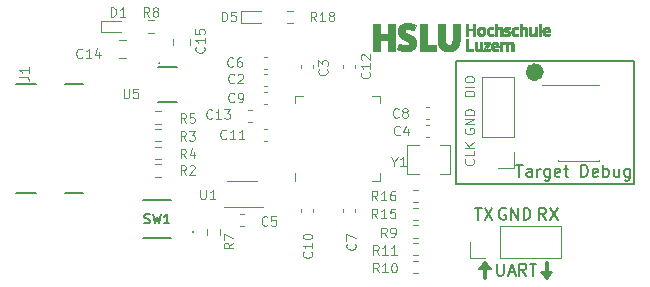
<source format=gbr>
%TF.GenerationSoftware,KiCad,Pcbnew,(6.0.7)*%
%TF.CreationDate,2023-03-22T16:10:42+01:00*%
%TF.ProjectId,PicoLink,5069636f-4c69-46e6-9b2e-6b696361645f,rev?*%
%TF.SameCoordinates,Original*%
%TF.FileFunction,Legend,Top*%
%TF.FilePolarity,Positive*%
%FSLAX46Y46*%
G04 Gerber Fmt 4.6, Leading zero omitted, Abs format (unit mm)*
G04 Created by KiCad (PCBNEW (6.0.7)) date 2023-03-22 16:10:42*
%MOMM*%
%LPD*%
G01*
G04 APERTURE LIST*
%ADD10C,0.150000*%
%ADD11C,0.300000*%
%ADD12C,0.100000*%
%ADD13C,0.120000*%
%ADD14C,0.040000*%
%ADD15C,0.781110*%
%ADD16C,0.200000*%
G04 APERTURE END LIST*
D10*
X124000156Y-115560476D02*
X139100156Y-115560476D01*
X139100156Y-115560476D02*
X139100156Y-125960476D01*
X139100156Y-125960476D02*
X124000156Y-125960476D01*
X124000156Y-125960476D02*
X124000156Y-115560476D01*
G36*
X131700000Y-134000000D02*
G01*
X131200000Y-133400000D01*
X132200000Y-133400000D01*
X131700000Y-134000000D01*
G37*
X131700000Y-134000000D02*
X131200000Y-133400000D01*
X132200000Y-133400000D01*
X131700000Y-134000000D01*
G36*
X127000000Y-133100000D02*
G01*
X126000000Y-133100000D01*
X126500000Y-132500000D01*
X127000000Y-133100000D01*
G37*
X127000000Y-133100000D02*
X126000000Y-133100000D01*
X126500000Y-132500000D01*
X127000000Y-133100000D01*
D11*
X126500000Y-133900000D02*
X126500000Y-132600000D01*
X131700000Y-132600000D02*
X131700000Y-133900000D01*
D12*
X125485870Y-123836666D02*
X125523965Y-123874761D01*
X125562060Y-123989047D01*
X125562060Y-124065237D01*
X125523965Y-124179523D01*
X125447775Y-124255714D01*
X125371584Y-124293809D01*
X125219203Y-124331904D01*
X125104917Y-124331904D01*
X124952536Y-124293809D01*
X124876346Y-124255714D01*
X124800156Y-124179523D01*
X124762060Y-124065237D01*
X124762060Y-123989047D01*
X124800156Y-123874761D01*
X124838251Y-123836666D01*
X125562060Y-123112856D02*
X125562060Y-123493809D01*
X124762060Y-123493809D01*
X125562060Y-122846190D02*
X124762060Y-122846190D01*
X125562060Y-122389047D02*
X125104917Y-122731904D01*
X124762060Y-122389047D02*
X125219203Y-122846190D01*
D10*
X125638095Y-127952380D02*
X126209523Y-127952380D01*
X125923809Y-128952380D02*
X125923809Y-127952380D01*
X126447619Y-127952380D02*
X127114285Y-128952380D01*
X127114285Y-127952380D02*
X126447619Y-128952380D01*
D12*
X125562060Y-118479523D02*
X124762060Y-118479523D01*
X124762060Y-118289047D01*
X124800156Y-118174761D01*
X124876346Y-118098571D01*
X124952536Y-118060476D01*
X125104917Y-118022380D01*
X125219203Y-118022380D01*
X125371584Y-118060476D01*
X125447775Y-118098571D01*
X125523965Y-118174761D01*
X125562060Y-118289047D01*
X125562060Y-118479523D01*
X125562060Y-117679523D02*
X124762060Y-117679523D01*
X124762060Y-117146190D02*
X124762060Y-116993809D01*
X124800156Y-116917618D01*
X124876346Y-116841428D01*
X125028727Y-116803333D01*
X125295394Y-116803333D01*
X125447775Y-116841428D01*
X125523965Y-116917618D01*
X125562060Y-116993809D01*
X125562060Y-117146190D01*
X125523965Y-117222380D01*
X125447775Y-117298571D01*
X125295394Y-117336666D01*
X125028727Y-117336666D01*
X124876346Y-117298571D01*
X124800156Y-117222380D01*
X124762060Y-117146190D01*
X124800156Y-121269999D02*
X124762060Y-121346190D01*
X124762060Y-121460476D01*
X124800156Y-121574761D01*
X124876346Y-121650952D01*
X124952536Y-121689047D01*
X125104917Y-121727142D01*
X125219203Y-121727142D01*
X125371584Y-121689047D01*
X125447775Y-121650952D01*
X125523965Y-121574761D01*
X125562060Y-121460476D01*
X125562060Y-121384285D01*
X125523965Y-121269999D01*
X125485870Y-121231904D01*
X125219203Y-121231904D01*
X125219203Y-121384285D01*
X125562060Y-120889047D02*
X124762060Y-120889047D01*
X125562060Y-120431904D01*
X124762060Y-120431904D01*
X125562060Y-120050952D02*
X124762060Y-120050952D01*
X124762060Y-119860476D01*
X124800156Y-119746190D01*
X124876346Y-119669999D01*
X124952536Y-119631904D01*
X125104917Y-119593809D01*
X125219203Y-119593809D01*
X125371584Y-119631904D01*
X125447775Y-119669999D01*
X125523965Y-119746190D01*
X125562060Y-119860476D01*
X125562060Y-120050952D01*
D10*
X128238095Y-128000000D02*
X128142857Y-127952380D01*
X128000000Y-127952380D01*
X127857142Y-128000000D01*
X127761904Y-128095238D01*
X127714285Y-128190476D01*
X127666666Y-128380952D01*
X127666666Y-128523809D01*
X127714285Y-128714285D01*
X127761904Y-128809523D01*
X127857142Y-128904761D01*
X128000000Y-128952380D01*
X128095238Y-128952380D01*
X128238095Y-128904761D01*
X128285714Y-128857142D01*
X128285714Y-128523809D01*
X128095238Y-128523809D01*
X128714285Y-128952380D02*
X128714285Y-127952380D01*
X129285714Y-128952380D01*
X129285714Y-127952380D01*
X129761904Y-128952380D02*
X129761904Y-127952380D01*
X130000000Y-127952380D01*
X130142857Y-128000000D01*
X130238095Y-128095238D01*
X130285714Y-128190476D01*
X130333333Y-128380952D01*
X130333333Y-128523809D01*
X130285714Y-128714285D01*
X130238095Y-128809523D01*
X130142857Y-128904761D01*
X130000000Y-128952380D01*
X129761904Y-128952380D01*
X131633333Y-128952380D02*
X131300000Y-128476190D01*
X131061904Y-128952380D02*
X131061904Y-127952380D01*
X131442857Y-127952380D01*
X131538095Y-128000000D01*
X131585714Y-128047619D01*
X131633333Y-128142857D01*
X131633333Y-128285714D01*
X131585714Y-128380952D01*
X131538095Y-128428571D01*
X131442857Y-128476190D01*
X131061904Y-128476190D01*
X131966666Y-127952380D02*
X132633333Y-128952380D01*
X132633333Y-127952380D02*
X131966666Y-128952380D01*
X127504605Y-132691904D02*
X127504605Y-133501428D01*
X127552224Y-133596666D01*
X127599844Y-133644285D01*
X127695082Y-133691904D01*
X127885558Y-133691904D01*
X127980796Y-133644285D01*
X128028415Y-133596666D01*
X128076034Y-133501428D01*
X128076034Y-132691904D01*
X128504605Y-133406190D02*
X128980796Y-133406190D01*
X128409367Y-133691904D02*
X128742701Y-132691904D01*
X129076034Y-133691904D01*
X129980796Y-133691904D02*
X129647463Y-133215714D01*
X129409367Y-133691904D02*
X129409367Y-132691904D01*
X129790320Y-132691904D01*
X129885558Y-132739524D01*
X129933177Y-132787143D01*
X129980796Y-132882381D01*
X129980796Y-133025238D01*
X129933177Y-133120476D01*
X129885558Y-133168095D01*
X129790320Y-133215714D01*
X129409367Y-133215714D01*
X130266510Y-132691904D02*
X130837939Y-132691904D01*
X130552224Y-133691904D02*
X130552224Y-132691904D01*
D12*
%TO.C,J1*%
X87074404Y-116866666D02*
X87645833Y-116866666D01*
X87760119Y-116904761D01*
X87836309Y-116980952D01*
X87874404Y-117095238D01*
X87874404Y-117171428D01*
X87874404Y-116066666D02*
X87874404Y-116523809D01*
X87874404Y-116295238D02*
X87074404Y-116295238D01*
X87188690Y-116371428D01*
X87264880Y-116447619D01*
X87302976Y-116523809D01*
%TO.C,R4*%
X101166666Y-123761904D02*
X100900000Y-123380952D01*
X100709523Y-123761904D02*
X100709523Y-122961904D01*
X101014285Y-122961904D01*
X101090476Y-123000000D01*
X101128571Y-123038095D01*
X101166666Y-123114285D01*
X101166666Y-123228571D01*
X101128571Y-123304761D01*
X101090476Y-123342857D01*
X101014285Y-123380952D01*
X100709523Y-123380952D01*
X101852380Y-123228571D02*
X101852380Y-123761904D01*
X101661904Y-122923809D02*
X101471428Y-123495238D01*
X101966666Y-123495238D01*
%TO.C,C9*%
X105266822Y-118946190D02*
X105228727Y-118984285D01*
X105114441Y-119022380D01*
X105038251Y-119022380D01*
X104923965Y-118984285D01*
X104847775Y-118908095D01*
X104809679Y-118831904D01*
X104771584Y-118679523D01*
X104771584Y-118565237D01*
X104809679Y-118412856D01*
X104847775Y-118336666D01*
X104923965Y-118260476D01*
X105038251Y-118222380D01*
X105114441Y-118222380D01*
X105228727Y-118260476D01*
X105266822Y-118298571D01*
X105647775Y-119022380D02*
X105800156Y-119022380D01*
X105876346Y-118984285D01*
X105914441Y-118946190D01*
X105990632Y-118831904D01*
X106028727Y-118679523D01*
X106028727Y-118374761D01*
X105990632Y-118298571D01*
X105952536Y-118260476D01*
X105876346Y-118222380D01*
X105723965Y-118222380D01*
X105647775Y-118260476D01*
X105609679Y-118298571D01*
X105571584Y-118374761D01*
X105571584Y-118565237D01*
X105609679Y-118641428D01*
X105647775Y-118679523D01*
X105723965Y-118717618D01*
X105876346Y-118717618D01*
X105952536Y-118679523D01*
X105990632Y-118641428D01*
X106028727Y-118565237D01*
%TO.C,C5*%
X108066666Y-129385714D02*
X108028571Y-129423809D01*
X107914285Y-129461904D01*
X107838095Y-129461904D01*
X107723809Y-129423809D01*
X107647619Y-129347619D01*
X107609523Y-129271428D01*
X107571428Y-129119047D01*
X107571428Y-129004761D01*
X107609523Y-128852380D01*
X107647619Y-128776190D01*
X107723809Y-128700000D01*
X107838095Y-128661904D01*
X107914285Y-128661904D01*
X108028571Y-128700000D01*
X108066666Y-128738095D01*
X108790476Y-128661904D02*
X108409523Y-128661904D01*
X108371428Y-129042857D01*
X108409523Y-129004761D01*
X108485714Y-128966666D01*
X108676190Y-128966666D01*
X108752380Y-129004761D01*
X108790476Y-129042857D01*
X108828571Y-129119047D01*
X108828571Y-129309523D01*
X108790476Y-129385714D01*
X108752380Y-129423809D01*
X108676190Y-129461904D01*
X108485714Y-129461904D01*
X108409523Y-129423809D01*
X108371428Y-129385714D01*
%TO.C,C15*%
X102685714Y-114314285D02*
X102723809Y-114352380D01*
X102761904Y-114466666D01*
X102761904Y-114542857D01*
X102723809Y-114657142D01*
X102647619Y-114733333D01*
X102571428Y-114771428D01*
X102419047Y-114809523D01*
X102304761Y-114809523D01*
X102152380Y-114771428D01*
X102076190Y-114733333D01*
X102000000Y-114657142D01*
X101961904Y-114542857D01*
X101961904Y-114466666D01*
X102000000Y-114352380D01*
X102038095Y-114314285D01*
X102761904Y-113552380D02*
X102761904Y-114009523D01*
X102761904Y-113780952D02*
X101961904Y-113780952D01*
X102076190Y-113857142D01*
X102152380Y-113933333D01*
X102190476Y-114009523D01*
X101961904Y-112828571D02*
X101961904Y-113209523D01*
X102342857Y-113247619D01*
X102304761Y-113209523D01*
X102266666Y-113133333D01*
X102266666Y-112942857D01*
X102304761Y-112866666D01*
X102342857Y-112828571D01*
X102419047Y-112790476D01*
X102609523Y-112790476D01*
X102685714Y-112828571D01*
X102723809Y-112866666D01*
X102761904Y-112942857D01*
X102761904Y-113133333D01*
X102723809Y-113209523D01*
X102685714Y-113247619D01*
%TO.C,C10*%
X111785870Y-131674761D02*
X111823965Y-131712856D01*
X111862060Y-131827142D01*
X111862060Y-131903333D01*
X111823965Y-132017618D01*
X111747775Y-132093809D01*
X111671584Y-132131904D01*
X111519203Y-132169999D01*
X111404917Y-132169999D01*
X111252536Y-132131904D01*
X111176346Y-132093809D01*
X111100156Y-132017618D01*
X111062060Y-131903333D01*
X111062060Y-131827142D01*
X111100156Y-131712856D01*
X111138251Y-131674761D01*
X111862060Y-130912856D02*
X111862060Y-131369999D01*
X111862060Y-131141428D02*
X111062060Y-131141428D01*
X111176346Y-131217618D01*
X111252536Y-131293809D01*
X111290632Y-131369999D01*
X111062060Y-130417618D02*
X111062060Y-130341428D01*
X111100156Y-130265237D01*
X111138251Y-130227142D01*
X111214441Y-130189047D01*
X111366822Y-130150952D01*
X111557298Y-130150952D01*
X111709679Y-130189047D01*
X111785870Y-130227142D01*
X111823965Y-130265237D01*
X111862060Y-130341428D01*
X111862060Y-130417618D01*
X111823965Y-130493809D01*
X111785870Y-130531904D01*
X111709679Y-130569999D01*
X111557298Y-130608095D01*
X111366822Y-130608095D01*
X111214441Y-130569999D01*
X111138251Y-130531904D01*
X111100156Y-130493809D01*
X111062060Y-130417618D01*
%TO.C,R18*%
X112185870Y-112161904D02*
X111919203Y-111780952D01*
X111728727Y-112161904D02*
X111728727Y-111361904D01*
X112033489Y-111361904D01*
X112109679Y-111400000D01*
X112147775Y-111438095D01*
X112185870Y-111514285D01*
X112185870Y-111628571D01*
X112147775Y-111704761D01*
X112109679Y-111742857D01*
X112033489Y-111780952D01*
X111728727Y-111780952D01*
X112947775Y-112161904D02*
X112490632Y-112161904D01*
X112719203Y-112161904D02*
X112719203Y-111361904D01*
X112643013Y-111476190D01*
X112566822Y-111552380D01*
X112490632Y-111590476D01*
X113404917Y-111704761D02*
X113328727Y-111666666D01*
X113290632Y-111628571D01*
X113252536Y-111552380D01*
X113252536Y-111514285D01*
X113290632Y-111438095D01*
X113328727Y-111400000D01*
X113404917Y-111361904D01*
X113557298Y-111361904D01*
X113633489Y-111400000D01*
X113671584Y-111438095D01*
X113709679Y-111514285D01*
X113709679Y-111552380D01*
X113671584Y-111628571D01*
X113633489Y-111666666D01*
X113557298Y-111704761D01*
X113404917Y-111704761D01*
X113328727Y-111742857D01*
X113290632Y-111780952D01*
X113252536Y-111857142D01*
X113252536Y-112009523D01*
X113290632Y-112085714D01*
X113328727Y-112123809D01*
X113404917Y-112161904D01*
X113557298Y-112161904D01*
X113633489Y-112123809D01*
X113671584Y-112085714D01*
X113709679Y-112009523D01*
X113709679Y-111857142D01*
X113671584Y-111780952D01*
X113633489Y-111742857D01*
X113557298Y-111704761D01*
%TO.C,R15*%
X117385870Y-128822380D02*
X117119203Y-128441428D01*
X116928727Y-128822380D02*
X116928727Y-128022380D01*
X117233489Y-128022380D01*
X117309679Y-128060476D01*
X117347775Y-128098571D01*
X117385870Y-128174761D01*
X117385870Y-128289047D01*
X117347775Y-128365237D01*
X117309679Y-128403333D01*
X117233489Y-128441428D01*
X116928727Y-128441428D01*
X118147775Y-128822380D02*
X117690632Y-128822380D01*
X117919203Y-128822380D02*
X117919203Y-128022380D01*
X117843013Y-128136666D01*
X117766822Y-128212856D01*
X117690632Y-128250952D01*
X118871584Y-128022380D02*
X118490632Y-128022380D01*
X118452536Y-128403333D01*
X118490632Y-128365237D01*
X118566822Y-128327142D01*
X118757298Y-128327142D01*
X118833489Y-128365237D01*
X118871584Y-128403333D01*
X118909679Y-128479523D01*
X118909679Y-128669999D01*
X118871584Y-128746190D01*
X118833489Y-128784285D01*
X118757298Y-128822380D01*
X118566822Y-128822380D01*
X118490632Y-128784285D01*
X118452536Y-128746190D01*
%TO.C,D5*%
X104209679Y-112161904D02*
X104209679Y-111361904D01*
X104400156Y-111361904D01*
X104514441Y-111400000D01*
X104590632Y-111476190D01*
X104628727Y-111552380D01*
X104666822Y-111704761D01*
X104666822Y-111819047D01*
X104628727Y-111971428D01*
X104590632Y-112047619D01*
X104514441Y-112123809D01*
X104400156Y-112161904D01*
X104209679Y-112161904D01*
X105390632Y-111361904D02*
X105009679Y-111361904D01*
X104971584Y-111742857D01*
X105009679Y-111704761D01*
X105085870Y-111666666D01*
X105276346Y-111666666D01*
X105352536Y-111704761D01*
X105390632Y-111742857D01*
X105428727Y-111819047D01*
X105428727Y-112009523D01*
X105390632Y-112085714D01*
X105352536Y-112123809D01*
X105276346Y-112161904D01*
X105085870Y-112161904D01*
X105009679Y-112123809D01*
X104971584Y-112085714D01*
%TO.C,D1*%
X94809523Y-111761904D02*
X94809523Y-110961904D01*
X95000000Y-110961904D01*
X95114285Y-111000000D01*
X95190476Y-111076190D01*
X95228571Y-111152380D01*
X95266666Y-111304761D01*
X95266666Y-111419047D01*
X95228571Y-111571428D01*
X95190476Y-111647619D01*
X95114285Y-111723809D01*
X95000000Y-111761904D01*
X94809523Y-111761904D01*
X96028571Y-111761904D02*
X95571428Y-111761904D01*
X95800000Y-111761904D02*
X95800000Y-110961904D01*
X95723809Y-111076190D01*
X95647619Y-111152380D01*
X95571428Y-111190476D01*
%TO.C,C4*%
X119266822Y-121746190D02*
X119228727Y-121784285D01*
X119114441Y-121822380D01*
X119038251Y-121822380D01*
X118923965Y-121784285D01*
X118847775Y-121708095D01*
X118809679Y-121631904D01*
X118771584Y-121479523D01*
X118771584Y-121365237D01*
X118809679Y-121212856D01*
X118847775Y-121136666D01*
X118923965Y-121060476D01*
X119038251Y-121022380D01*
X119114441Y-121022380D01*
X119228727Y-121060476D01*
X119266822Y-121098571D01*
X119952536Y-121289047D02*
X119952536Y-121822380D01*
X119762060Y-120984285D02*
X119571584Y-121555714D01*
X120066822Y-121555714D01*
%TO.C,R10*%
X117485870Y-133422380D02*
X117219203Y-133041428D01*
X117028727Y-133422380D02*
X117028727Y-132622380D01*
X117333489Y-132622380D01*
X117409679Y-132660476D01*
X117447775Y-132698571D01*
X117485870Y-132774761D01*
X117485870Y-132889047D01*
X117447775Y-132965237D01*
X117409679Y-133003333D01*
X117333489Y-133041428D01*
X117028727Y-133041428D01*
X118247775Y-133422380D02*
X117790632Y-133422380D01*
X118019203Y-133422380D02*
X118019203Y-132622380D01*
X117943013Y-132736666D01*
X117866822Y-132812856D01*
X117790632Y-132850952D01*
X118743013Y-132622380D02*
X118819203Y-132622380D01*
X118895394Y-132660476D01*
X118933489Y-132698571D01*
X118971584Y-132774761D01*
X119009679Y-132927142D01*
X119009679Y-133117618D01*
X118971584Y-133269999D01*
X118933489Y-133346190D01*
X118895394Y-133384285D01*
X118819203Y-133422380D01*
X118743013Y-133422380D01*
X118666822Y-133384285D01*
X118628727Y-133346190D01*
X118590632Y-133269999D01*
X118552536Y-133117618D01*
X118552536Y-132927142D01*
X118590632Y-132774761D01*
X118628727Y-132698571D01*
X118666822Y-132660476D01*
X118743013Y-132622380D01*
%TO.C,R2*%
X101166666Y-125161904D02*
X100900000Y-124780952D01*
X100709523Y-125161904D02*
X100709523Y-124361904D01*
X101014285Y-124361904D01*
X101090476Y-124400000D01*
X101128571Y-124438095D01*
X101166666Y-124514285D01*
X101166666Y-124628571D01*
X101128571Y-124704761D01*
X101090476Y-124742857D01*
X101014285Y-124780952D01*
X100709523Y-124780952D01*
X101471428Y-124438095D02*
X101509523Y-124400000D01*
X101585714Y-124361904D01*
X101776190Y-124361904D01*
X101852380Y-124400000D01*
X101890476Y-124438095D01*
X101928571Y-124514285D01*
X101928571Y-124590476D01*
X101890476Y-124704761D01*
X101433333Y-125161904D01*
X101928571Y-125161904D01*
%TO.C,C12*%
X116685870Y-116474761D02*
X116723965Y-116512856D01*
X116762060Y-116627142D01*
X116762060Y-116703333D01*
X116723965Y-116817618D01*
X116647775Y-116893809D01*
X116571584Y-116931904D01*
X116419203Y-116969999D01*
X116304917Y-116969999D01*
X116152536Y-116931904D01*
X116076346Y-116893809D01*
X116000156Y-116817618D01*
X115962060Y-116703333D01*
X115962060Y-116627142D01*
X116000156Y-116512856D01*
X116038251Y-116474761D01*
X116762060Y-115712856D02*
X116762060Y-116169999D01*
X116762060Y-115941428D02*
X115962060Y-115941428D01*
X116076346Y-116017618D01*
X116152536Y-116093809D01*
X116190632Y-116169999D01*
X116038251Y-115408095D02*
X116000156Y-115369999D01*
X115962060Y-115293809D01*
X115962060Y-115103333D01*
X116000156Y-115027142D01*
X116038251Y-114989047D01*
X116114441Y-114950952D01*
X116190632Y-114950952D01*
X116304917Y-114989047D01*
X116762060Y-115446190D01*
X116762060Y-114950952D01*
%TO.C,C2*%
X105266822Y-117346190D02*
X105228727Y-117384285D01*
X105114441Y-117422380D01*
X105038251Y-117422380D01*
X104923965Y-117384285D01*
X104847775Y-117308095D01*
X104809679Y-117231904D01*
X104771584Y-117079523D01*
X104771584Y-116965237D01*
X104809679Y-116812856D01*
X104847775Y-116736666D01*
X104923965Y-116660476D01*
X105038251Y-116622380D01*
X105114441Y-116622380D01*
X105228727Y-116660476D01*
X105266822Y-116698571D01*
X105571584Y-116698571D02*
X105609679Y-116660476D01*
X105685870Y-116622380D01*
X105876346Y-116622380D01*
X105952536Y-116660476D01*
X105990632Y-116698571D01*
X106028727Y-116774761D01*
X106028727Y-116850952D01*
X105990632Y-116965237D01*
X105533489Y-117422380D01*
X106028727Y-117422380D01*
%TO.C,R7*%
X105161904Y-130933333D02*
X104780952Y-131200000D01*
X105161904Y-131390476D02*
X104361904Y-131390476D01*
X104361904Y-131085714D01*
X104400000Y-131009523D01*
X104438095Y-130971428D01*
X104514285Y-130933333D01*
X104628571Y-130933333D01*
X104704761Y-130971428D01*
X104742857Y-131009523D01*
X104780952Y-131085714D01*
X104780952Y-131390476D01*
X104361904Y-130666666D02*
X104361904Y-130133333D01*
X105161904Y-130476190D01*
%TO.C,C8*%
X119166822Y-120246190D02*
X119128727Y-120284285D01*
X119014441Y-120322380D01*
X118938251Y-120322380D01*
X118823965Y-120284285D01*
X118747775Y-120208095D01*
X118709679Y-120131904D01*
X118671584Y-119979523D01*
X118671584Y-119865237D01*
X118709679Y-119712856D01*
X118747775Y-119636666D01*
X118823965Y-119560476D01*
X118938251Y-119522380D01*
X119014441Y-119522380D01*
X119128727Y-119560476D01*
X119166822Y-119598571D01*
X119623965Y-119865237D02*
X119547775Y-119827142D01*
X119509679Y-119789047D01*
X119471584Y-119712856D01*
X119471584Y-119674761D01*
X119509679Y-119598571D01*
X119547775Y-119560476D01*
X119623965Y-119522380D01*
X119776346Y-119522380D01*
X119852536Y-119560476D01*
X119890632Y-119598571D01*
X119928727Y-119674761D01*
X119928727Y-119712856D01*
X119890632Y-119789047D01*
X119852536Y-119827142D01*
X119776346Y-119865237D01*
X119623965Y-119865237D01*
X119547775Y-119903333D01*
X119509679Y-119941428D01*
X119471584Y-120017618D01*
X119471584Y-120169999D01*
X119509679Y-120246190D01*
X119547775Y-120284285D01*
X119623965Y-120322380D01*
X119776346Y-120322380D01*
X119852536Y-120284285D01*
X119890632Y-120246190D01*
X119928727Y-120169999D01*
X119928727Y-120017618D01*
X119890632Y-119941428D01*
X119852536Y-119903333D01*
X119776346Y-119865237D01*
%TO.C,U1*%
X102390632Y-126422380D02*
X102390632Y-127069999D01*
X102428727Y-127146190D01*
X102466822Y-127184285D01*
X102543013Y-127222380D01*
X102695394Y-127222380D01*
X102771584Y-127184285D01*
X102809679Y-127146190D01*
X102847775Y-127069999D01*
X102847775Y-126422380D01*
X103647775Y-127222380D02*
X103190632Y-127222380D01*
X103419203Y-127222380D02*
X103419203Y-126422380D01*
X103343013Y-126536666D01*
X103266822Y-126612856D01*
X103190632Y-126650952D01*
%TO.C,R16*%
X117385870Y-127322380D02*
X117119203Y-126941428D01*
X116928727Y-127322380D02*
X116928727Y-126522380D01*
X117233489Y-126522380D01*
X117309679Y-126560476D01*
X117347775Y-126598571D01*
X117385870Y-126674761D01*
X117385870Y-126789047D01*
X117347775Y-126865237D01*
X117309679Y-126903333D01*
X117233489Y-126941428D01*
X116928727Y-126941428D01*
X118147775Y-127322380D02*
X117690632Y-127322380D01*
X117919203Y-127322380D02*
X117919203Y-126522380D01*
X117843013Y-126636666D01*
X117766822Y-126712856D01*
X117690632Y-126750952D01*
X118833489Y-126522380D02*
X118681108Y-126522380D01*
X118604917Y-126560476D01*
X118566822Y-126598571D01*
X118490632Y-126712856D01*
X118452536Y-126865237D01*
X118452536Y-127169999D01*
X118490632Y-127246190D01*
X118528727Y-127284285D01*
X118604917Y-127322380D01*
X118757298Y-127322380D01*
X118833489Y-127284285D01*
X118871584Y-127246190D01*
X118909679Y-127169999D01*
X118909679Y-126979523D01*
X118871584Y-126903333D01*
X118833489Y-126865237D01*
X118757298Y-126827142D01*
X118604917Y-126827142D01*
X118528727Y-126865237D01*
X118490632Y-126903333D01*
X118452536Y-126979523D01*
%TO.C,R5*%
X101166666Y-120761904D02*
X100900000Y-120380952D01*
X100709523Y-120761904D02*
X100709523Y-119961904D01*
X101014285Y-119961904D01*
X101090476Y-120000000D01*
X101128571Y-120038095D01*
X101166666Y-120114285D01*
X101166666Y-120228571D01*
X101128571Y-120304761D01*
X101090476Y-120342857D01*
X101014285Y-120380952D01*
X100709523Y-120380952D01*
X101890476Y-119961904D02*
X101509523Y-119961904D01*
X101471428Y-120342857D01*
X101509523Y-120304761D01*
X101585714Y-120266666D01*
X101776190Y-120266666D01*
X101852380Y-120304761D01*
X101890476Y-120342857D01*
X101928571Y-120419047D01*
X101928571Y-120609523D01*
X101890476Y-120685714D01*
X101852380Y-120723809D01*
X101776190Y-120761904D01*
X101585714Y-120761904D01*
X101509523Y-120723809D01*
X101471428Y-120685714D01*
%TO.C,R3*%
X101166666Y-122261904D02*
X100900000Y-121880952D01*
X100709523Y-122261904D02*
X100709523Y-121461904D01*
X101014285Y-121461904D01*
X101090476Y-121500000D01*
X101128571Y-121538095D01*
X101166666Y-121614285D01*
X101166666Y-121728571D01*
X101128571Y-121804761D01*
X101090476Y-121842857D01*
X101014285Y-121880952D01*
X100709523Y-121880952D01*
X101433333Y-121461904D02*
X101928571Y-121461904D01*
X101661904Y-121766666D01*
X101776190Y-121766666D01*
X101852380Y-121804761D01*
X101890476Y-121842857D01*
X101928571Y-121919047D01*
X101928571Y-122109523D01*
X101890476Y-122185714D01*
X101852380Y-122223809D01*
X101776190Y-122261904D01*
X101547619Y-122261904D01*
X101471428Y-122223809D01*
X101433333Y-122185714D01*
%TO.C,C3*%
X113085870Y-116234389D02*
X113123965Y-116272484D01*
X113162060Y-116386770D01*
X113162060Y-116462960D01*
X113123965Y-116577246D01*
X113047775Y-116653436D01*
X112971584Y-116691532D01*
X112819203Y-116729627D01*
X112704917Y-116729627D01*
X112552536Y-116691532D01*
X112476346Y-116653436D01*
X112400156Y-116577246D01*
X112362060Y-116462960D01*
X112362060Y-116386770D01*
X112400156Y-116272484D01*
X112438251Y-116234389D01*
X112362060Y-115967722D02*
X112362060Y-115472484D01*
X112666822Y-115739151D01*
X112666822Y-115624865D01*
X112704917Y-115548675D01*
X112743013Y-115510579D01*
X112819203Y-115472484D01*
X113009679Y-115472484D01*
X113085870Y-115510579D01*
X113123965Y-115548675D01*
X113162060Y-115624865D01*
X113162060Y-115853436D01*
X113123965Y-115929627D01*
X113085870Y-115967722D01*
%TO.C,C6*%
X105166822Y-115946190D02*
X105128727Y-115984285D01*
X105014441Y-116022380D01*
X104938251Y-116022380D01*
X104823965Y-115984285D01*
X104747775Y-115908095D01*
X104709679Y-115831904D01*
X104671584Y-115679523D01*
X104671584Y-115565237D01*
X104709679Y-115412856D01*
X104747775Y-115336666D01*
X104823965Y-115260476D01*
X104938251Y-115222380D01*
X105014441Y-115222380D01*
X105128727Y-115260476D01*
X105166822Y-115298571D01*
X105852536Y-115222380D02*
X105700156Y-115222380D01*
X105623965Y-115260476D01*
X105585870Y-115298571D01*
X105509679Y-115412856D01*
X105471584Y-115565237D01*
X105471584Y-115869999D01*
X105509679Y-115946190D01*
X105547775Y-115984285D01*
X105623965Y-116022380D01*
X105776346Y-116022380D01*
X105852536Y-115984285D01*
X105890632Y-115946190D01*
X105928727Y-115869999D01*
X105928727Y-115679523D01*
X105890632Y-115603333D01*
X105852536Y-115565237D01*
X105776346Y-115527142D01*
X105623965Y-115527142D01*
X105547775Y-115565237D01*
X105509679Y-115603333D01*
X105471584Y-115679523D01*
%TO.C,C13*%
X103385870Y-120346190D02*
X103347775Y-120384285D01*
X103233489Y-120422380D01*
X103157298Y-120422380D01*
X103043013Y-120384285D01*
X102966822Y-120308095D01*
X102928727Y-120231904D01*
X102890632Y-120079523D01*
X102890632Y-119965237D01*
X102928727Y-119812856D01*
X102966822Y-119736666D01*
X103043013Y-119660476D01*
X103157298Y-119622380D01*
X103233489Y-119622380D01*
X103347775Y-119660476D01*
X103385870Y-119698571D01*
X104147775Y-120422380D02*
X103690632Y-120422380D01*
X103919203Y-120422380D02*
X103919203Y-119622380D01*
X103843013Y-119736666D01*
X103766822Y-119812856D01*
X103690632Y-119850952D01*
X104414441Y-119622380D02*
X104909679Y-119622380D01*
X104643013Y-119927142D01*
X104757298Y-119927142D01*
X104833489Y-119965237D01*
X104871584Y-120003333D01*
X104909679Y-120079523D01*
X104909679Y-120269999D01*
X104871584Y-120346190D01*
X104833489Y-120384285D01*
X104757298Y-120422380D01*
X104528727Y-120422380D01*
X104452536Y-120384285D01*
X104414441Y-120346190D01*
D10*
%TO.C,U3*%
X129119203Y-124312856D02*
X129690632Y-124312856D01*
X129404917Y-125312856D02*
X129404917Y-124312856D01*
X130452536Y-125312856D02*
X130452536Y-124789047D01*
X130404917Y-124693809D01*
X130309679Y-124646190D01*
X130119203Y-124646190D01*
X130023965Y-124693809D01*
X130452536Y-125265237D02*
X130357298Y-125312856D01*
X130119203Y-125312856D01*
X130023965Y-125265237D01*
X129976346Y-125169999D01*
X129976346Y-125074761D01*
X130023965Y-124979523D01*
X130119203Y-124931904D01*
X130357298Y-124931904D01*
X130452536Y-124884285D01*
X130928727Y-125312856D02*
X130928727Y-124646190D01*
X130928727Y-124836666D02*
X130976346Y-124741428D01*
X131023965Y-124693809D01*
X131119203Y-124646190D01*
X131214441Y-124646190D01*
X131976346Y-124646190D02*
X131976346Y-125455714D01*
X131928727Y-125550952D01*
X131881108Y-125598571D01*
X131785870Y-125646190D01*
X131643013Y-125646190D01*
X131547775Y-125598571D01*
X131976346Y-125265237D02*
X131881108Y-125312856D01*
X131690632Y-125312856D01*
X131595394Y-125265237D01*
X131547775Y-125217618D01*
X131500156Y-125122380D01*
X131500156Y-124836666D01*
X131547775Y-124741428D01*
X131595394Y-124693809D01*
X131690632Y-124646190D01*
X131881108Y-124646190D01*
X131976346Y-124693809D01*
X132833489Y-125265237D02*
X132738251Y-125312856D01*
X132547775Y-125312856D01*
X132452536Y-125265237D01*
X132404917Y-125169999D01*
X132404917Y-124789047D01*
X132452536Y-124693809D01*
X132547775Y-124646190D01*
X132738251Y-124646190D01*
X132833489Y-124693809D01*
X132881108Y-124789047D01*
X132881108Y-124884285D01*
X132404917Y-124979523D01*
X133166822Y-124646190D02*
X133547775Y-124646190D01*
X133309679Y-124312856D02*
X133309679Y-125169999D01*
X133357298Y-125265237D01*
X133452536Y-125312856D01*
X133547775Y-125312856D01*
X134643013Y-125312856D02*
X134643013Y-124312856D01*
X134881108Y-124312856D01*
X135023965Y-124360476D01*
X135119203Y-124455714D01*
X135166822Y-124550952D01*
X135214441Y-124741428D01*
X135214441Y-124884285D01*
X135166822Y-125074761D01*
X135119203Y-125169999D01*
X135023965Y-125265237D01*
X134881108Y-125312856D01*
X134643013Y-125312856D01*
X136023965Y-125265237D02*
X135928727Y-125312856D01*
X135738251Y-125312856D01*
X135643013Y-125265237D01*
X135595394Y-125169999D01*
X135595394Y-124789047D01*
X135643013Y-124693809D01*
X135738251Y-124646190D01*
X135928727Y-124646190D01*
X136023965Y-124693809D01*
X136071584Y-124789047D01*
X136071584Y-124884285D01*
X135595394Y-124979523D01*
X136500156Y-125312856D02*
X136500156Y-124312856D01*
X136500156Y-124693809D02*
X136595394Y-124646190D01*
X136785870Y-124646190D01*
X136881108Y-124693809D01*
X136928727Y-124741428D01*
X136976346Y-124836666D01*
X136976346Y-125122380D01*
X136928727Y-125217618D01*
X136881108Y-125265237D01*
X136785870Y-125312856D01*
X136595394Y-125312856D01*
X136500156Y-125265237D01*
X137833489Y-124646190D02*
X137833489Y-125312856D01*
X137404917Y-124646190D02*
X137404917Y-125169999D01*
X137452536Y-125265237D01*
X137547775Y-125312856D01*
X137690632Y-125312856D01*
X137785870Y-125265237D01*
X137833489Y-125217618D01*
X138738251Y-124646190D02*
X138738251Y-125455714D01*
X138690632Y-125550952D01*
X138643013Y-125598571D01*
X138547775Y-125646190D01*
X138404917Y-125646190D01*
X138309679Y-125598571D01*
X138738251Y-125265237D02*
X138643013Y-125312856D01*
X138452536Y-125312856D01*
X138357298Y-125265237D01*
X138309679Y-125217618D01*
X138262060Y-125122380D01*
X138262060Y-124836666D01*
X138309679Y-124741428D01*
X138357298Y-124693809D01*
X138452536Y-124646190D01*
X138643013Y-124646190D01*
X138738251Y-124693809D01*
D12*
%TO.C,C14*%
X92385714Y-115185714D02*
X92347619Y-115223809D01*
X92233333Y-115261904D01*
X92157142Y-115261904D01*
X92042857Y-115223809D01*
X91966666Y-115147619D01*
X91928571Y-115071428D01*
X91890476Y-114919047D01*
X91890476Y-114804761D01*
X91928571Y-114652380D01*
X91966666Y-114576190D01*
X92042857Y-114500000D01*
X92157142Y-114461904D01*
X92233333Y-114461904D01*
X92347619Y-114500000D01*
X92385714Y-114538095D01*
X93147619Y-115261904D02*
X92690476Y-115261904D01*
X92919047Y-115261904D02*
X92919047Y-114461904D01*
X92842857Y-114576190D01*
X92766666Y-114652380D01*
X92690476Y-114690476D01*
X93833333Y-114728571D02*
X93833333Y-115261904D01*
X93642857Y-114423809D02*
X93452380Y-114995238D01*
X93947619Y-114995238D01*
D10*
%TO.C,SW1*%
X97633333Y-129223809D02*
X97747619Y-129261904D01*
X97938095Y-129261904D01*
X98014285Y-129223809D01*
X98052380Y-129185714D01*
X98090476Y-129109523D01*
X98090476Y-129033333D01*
X98052380Y-128957142D01*
X98014285Y-128919047D01*
X97938095Y-128880952D01*
X97785714Y-128842857D01*
X97709523Y-128804761D01*
X97671428Y-128766666D01*
X97633333Y-128690476D01*
X97633333Y-128614285D01*
X97671428Y-128538095D01*
X97709523Y-128500000D01*
X97785714Y-128461904D01*
X97976190Y-128461904D01*
X98090476Y-128500000D01*
X98357142Y-128461904D02*
X98547619Y-129261904D01*
X98700000Y-128690476D01*
X98852380Y-129261904D01*
X99042857Y-128461904D01*
X99766666Y-129261904D02*
X99309523Y-129261904D01*
X99538095Y-129261904D02*
X99538095Y-128461904D01*
X99461904Y-128576190D01*
X99385714Y-128652380D01*
X99309523Y-128690476D01*
D12*
%TO.C,R8*%
X98066666Y-111761904D02*
X97800000Y-111380952D01*
X97609523Y-111761904D02*
X97609523Y-110961904D01*
X97914285Y-110961904D01*
X97990476Y-111000000D01*
X98028571Y-111038095D01*
X98066666Y-111114285D01*
X98066666Y-111228571D01*
X98028571Y-111304761D01*
X97990476Y-111342857D01*
X97914285Y-111380952D01*
X97609523Y-111380952D01*
X98523809Y-111304761D02*
X98447619Y-111266666D01*
X98409523Y-111228571D01*
X98371428Y-111152380D01*
X98371428Y-111114285D01*
X98409523Y-111038095D01*
X98447619Y-111000000D01*
X98523809Y-110961904D01*
X98676190Y-110961904D01*
X98752380Y-111000000D01*
X98790476Y-111038095D01*
X98828571Y-111114285D01*
X98828571Y-111152380D01*
X98790476Y-111228571D01*
X98752380Y-111266666D01*
X98676190Y-111304761D01*
X98523809Y-111304761D01*
X98447619Y-111342857D01*
X98409523Y-111380952D01*
X98371428Y-111457142D01*
X98371428Y-111609523D01*
X98409523Y-111685714D01*
X98447619Y-111723809D01*
X98523809Y-111761904D01*
X98676190Y-111761904D01*
X98752380Y-111723809D01*
X98790476Y-111685714D01*
X98828571Y-111609523D01*
X98828571Y-111457142D01*
X98790476Y-111380952D01*
X98752380Y-111342857D01*
X98676190Y-111304761D01*
%TO.C,Y1*%
X118819203Y-124041428D02*
X118819203Y-124422380D01*
X118552536Y-123622380D02*
X118819203Y-124041428D01*
X119085870Y-123622380D01*
X119771584Y-124422380D02*
X119314441Y-124422380D01*
X119543013Y-124422380D02*
X119543013Y-123622380D01*
X119466822Y-123736666D01*
X119390632Y-123812856D01*
X119314441Y-123850952D01*
%TO.C,C11*%
X104585870Y-122046190D02*
X104547775Y-122084285D01*
X104433489Y-122122380D01*
X104357298Y-122122380D01*
X104243013Y-122084285D01*
X104166822Y-122008095D01*
X104128727Y-121931904D01*
X104090632Y-121779523D01*
X104090632Y-121665237D01*
X104128727Y-121512856D01*
X104166822Y-121436666D01*
X104243013Y-121360476D01*
X104357298Y-121322380D01*
X104433489Y-121322380D01*
X104547775Y-121360476D01*
X104585870Y-121398571D01*
X105347775Y-122122380D02*
X104890632Y-122122380D01*
X105119203Y-122122380D02*
X105119203Y-121322380D01*
X105043013Y-121436666D01*
X104966822Y-121512856D01*
X104890632Y-121550952D01*
X106109679Y-122122380D02*
X105652536Y-122122380D01*
X105881108Y-122122380D02*
X105881108Y-121322380D01*
X105804917Y-121436666D01*
X105728727Y-121512856D01*
X105652536Y-121550952D01*
%TO.C,R11*%
X117485870Y-131922380D02*
X117219203Y-131541428D01*
X117028727Y-131922380D02*
X117028727Y-131122380D01*
X117333489Y-131122380D01*
X117409679Y-131160476D01*
X117447775Y-131198571D01*
X117485870Y-131274761D01*
X117485870Y-131389047D01*
X117447775Y-131465237D01*
X117409679Y-131503333D01*
X117333489Y-131541428D01*
X117028727Y-131541428D01*
X118247775Y-131922380D02*
X117790632Y-131922380D01*
X118019203Y-131922380D02*
X118019203Y-131122380D01*
X117943013Y-131236666D01*
X117866822Y-131312856D01*
X117790632Y-131350952D01*
X119009679Y-131922380D02*
X118552536Y-131922380D01*
X118781108Y-131922380D02*
X118781108Y-131122380D01*
X118704917Y-131236666D01*
X118628727Y-131312856D01*
X118552536Y-131350952D01*
%TO.C,U5*%
X95890476Y-117861904D02*
X95890476Y-118509523D01*
X95928571Y-118585714D01*
X95966666Y-118623809D01*
X96042857Y-118661904D01*
X96195238Y-118661904D01*
X96271428Y-118623809D01*
X96309523Y-118585714D01*
X96347619Y-118509523D01*
X96347619Y-117861904D01*
X97109523Y-117861904D02*
X96728571Y-117861904D01*
X96690476Y-118242857D01*
X96728571Y-118204761D01*
X96804761Y-118166666D01*
X96995238Y-118166666D01*
X97071428Y-118204761D01*
X97109523Y-118242857D01*
X97147619Y-118319047D01*
X97147619Y-118509523D01*
X97109523Y-118585714D01*
X97071428Y-118623809D01*
X96995238Y-118661904D01*
X96804761Y-118661904D01*
X96728571Y-118623809D01*
X96690476Y-118585714D01*
%TO.C,C7*%
X115485870Y-130993809D02*
X115523965Y-131031904D01*
X115562060Y-131146190D01*
X115562060Y-131222380D01*
X115523965Y-131336666D01*
X115447775Y-131412856D01*
X115371584Y-131450952D01*
X115219203Y-131489047D01*
X115104917Y-131489047D01*
X114952536Y-131450952D01*
X114876346Y-131412856D01*
X114800156Y-131336666D01*
X114762060Y-131222380D01*
X114762060Y-131146190D01*
X114800156Y-131031904D01*
X114838251Y-130993809D01*
X114762060Y-130727142D02*
X114762060Y-130193809D01*
X115562060Y-130536666D01*
%TO.C,R9*%
X118166822Y-130422380D02*
X117900156Y-130041428D01*
X117709679Y-130422380D02*
X117709679Y-129622380D01*
X118014441Y-129622380D01*
X118090632Y-129660476D01*
X118128727Y-129698571D01*
X118166822Y-129774761D01*
X118166822Y-129889047D01*
X118128727Y-129965237D01*
X118090632Y-130003333D01*
X118014441Y-130041428D01*
X117709679Y-130041428D01*
X118547775Y-130422380D02*
X118700156Y-130422380D01*
X118776346Y-130384285D01*
X118814441Y-130346190D01*
X118890632Y-130231904D01*
X118928727Y-130079523D01*
X118928727Y-129774761D01*
X118890632Y-129698571D01*
X118852536Y-129660476D01*
X118776346Y-129622380D01*
X118623965Y-129622380D01*
X118547775Y-129660476D01*
X118509679Y-129698571D01*
X118471584Y-129774761D01*
X118471584Y-129965237D01*
X118509679Y-130041428D01*
X118547775Y-130079523D01*
X118623965Y-130117618D01*
X118776346Y-130117618D01*
X118852536Y-130079523D01*
X118890632Y-130041428D01*
X118928727Y-129965237D01*
D10*
%TO.C,J1*%
X90912500Y-126700000D02*
X92412500Y-126700000D01*
X90912500Y-117500000D02*
X92412500Y-117500000D01*
X86812500Y-117500000D02*
X88512500Y-117500000D01*
X86812500Y-126700000D02*
X88512500Y-126700000D01*
D13*
%TO.C,R4*%
X98562742Y-122777500D02*
X99037258Y-122777500D01*
X98562742Y-123822500D02*
X99037258Y-123822500D01*
%TO.C,C9*%
X108040736Y-119170476D02*
X107759576Y-119170476D01*
X108040736Y-118150476D02*
X107759576Y-118150476D01*
%TO.C,C5*%
X105784576Y-129470476D02*
X106065736Y-129470476D01*
X105784576Y-128450476D02*
X106065736Y-128450476D01*
%TO.C,C15*%
X101535000Y-114161252D02*
X101535000Y-113638748D01*
X100065000Y-114161252D02*
X100065000Y-113638748D01*
%TO.C,C10*%
X111910156Y-128019896D02*
X111910156Y-128301056D01*
X110890156Y-128019896D02*
X110890156Y-128301056D01*
%TO.C,R18*%
X110237414Y-112322500D02*
X109762898Y-112322500D01*
X110237414Y-111277500D02*
X109762898Y-111277500D01*
%TO.C,R15*%
X120362898Y-128982976D02*
X120837414Y-128982976D01*
X120362898Y-127937976D02*
X120837414Y-127937976D01*
%TO.C,D5*%
X106000156Y-111300000D02*
X105900156Y-111300000D01*
X105800156Y-111500000D02*
X105800156Y-112300000D01*
X105900156Y-111300000D02*
X105800156Y-111300000D01*
X105800156Y-112300000D02*
X107500156Y-112300000D01*
X106000156Y-111300000D02*
X107500156Y-111300000D01*
X105800156Y-111300000D02*
X105800156Y-111500000D01*
%TO.C,J6*%
X132930156Y-132190476D02*
X132930156Y-129530476D01*
X127790156Y-132190476D02*
X132930156Y-132190476D01*
X125190156Y-132190476D02*
X125190156Y-130860476D01*
X127790156Y-129530476D02*
X132930156Y-129530476D01*
X127790156Y-132190476D02*
X127790156Y-129530476D01*
X126520156Y-132190476D02*
X125190156Y-132190476D01*
%TO.C,H1*%
G36*
X129097644Y-112634045D02*
G01*
X129110259Y-112634502D01*
X129122847Y-112635297D01*
X129135400Y-112636431D01*
X129147912Y-112637900D01*
X129160377Y-112639705D01*
X129172790Y-112641843D01*
X129185142Y-112644314D01*
X129197430Y-112647116D01*
X129209645Y-112650248D01*
X129221783Y-112653708D01*
X129233836Y-112657495D01*
X129245799Y-112661608D01*
X129257666Y-112666046D01*
X129269430Y-112670807D01*
X129281084Y-112675889D01*
X129283906Y-112677318D01*
X129286432Y-112678801D01*
X129288671Y-112680359D01*
X129290631Y-112682011D01*
X129291510Y-112682879D01*
X129292322Y-112683777D01*
X129293069Y-112684709D01*
X129293751Y-112685676D01*
X129294370Y-112686682D01*
X129294927Y-112687729D01*
X129295423Y-112688819D01*
X129295858Y-112689954D01*
X129296234Y-112691138D01*
X129296553Y-112692373D01*
X129297019Y-112695003D01*
X129297266Y-112697866D01*
X129297302Y-112700982D01*
X129297135Y-112704368D01*
X129296773Y-112708047D01*
X129296225Y-112712036D01*
X129295500Y-112716357D01*
X129276755Y-112797320D01*
X129276328Y-112799103D01*
X129275859Y-112800798D01*
X129275349Y-112802405D01*
X129274797Y-112803924D01*
X129274204Y-112805356D01*
X129273571Y-112806699D01*
X129272896Y-112807954D01*
X129272182Y-112809122D01*
X129271427Y-112810201D01*
X129270632Y-112811193D01*
X129269798Y-112812097D01*
X129268925Y-112812913D01*
X129268012Y-112813641D01*
X129267060Y-112814281D01*
X129266070Y-112814833D01*
X129265042Y-112815298D01*
X129263976Y-112815674D01*
X129262872Y-112815963D01*
X129261730Y-112816164D01*
X129260551Y-112816277D01*
X129259335Y-112816303D01*
X129258083Y-112816240D01*
X129256794Y-112816090D01*
X129255468Y-112815852D01*
X129254107Y-112815527D01*
X129252710Y-112815113D01*
X129251277Y-112814612D01*
X129249810Y-112814023D01*
X129248307Y-112813347D01*
X129246770Y-112812583D01*
X129245198Y-112811731D01*
X129243592Y-112810791D01*
X129235381Y-112806771D01*
X129227074Y-112803006D01*
X129218676Y-112799497D01*
X129210193Y-112796247D01*
X129201629Y-112793256D01*
X129192992Y-112790525D01*
X129184285Y-112788056D01*
X129175516Y-112785850D01*
X129166688Y-112783909D01*
X129157809Y-112782233D01*
X129148883Y-112780825D01*
X129139916Y-112779684D01*
X129130913Y-112778814D01*
X129121881Y-112778214D01*
X129112824Y-112777887D01*
X129103749Y-112777834D01*
X129092273Y-112778092D01*
X129081098Y-112778864D01*
X129070226Y-112780144D01*
X129059663Y-112781929D01*
X129049413Y-112784213D01*
X129039479Y-112786991D01*
X129029866Y-112790260D01*
X129020579Y-112794015D01*
X129011621Y-112798250D01*
X129002997Y-112802961D01*
X128994711Y-112808144D01*
X128986767Y-112813794D01*
X128979170Y-112819906D01*
X128971923Y-112826475D01*
X128965030Y-112833498D01*
X128958497Y-112840968D01*
X128952327Y-112848883D01*
X128946525Y-112857236D01*
X128941094Y-112866023D01*
X128936039Y-112875240D01*
X128931365Y-112884882D01*
X128927074Y-112894945D01*
X128923173Y-112905423D01*
X128919664Y-112916311D01*
X128916552Y-112927607D01*
X128913841Y-112939304D01*
X128909640Y-112963884D01*
X128907095Y-112990015D01*
X128906239Y-113017660D01*
X128906445Y-113032084D01*
X128907062Y-113046126D01*
X128908084Y-113059780D01*
X128909508Y-113073041D01*
X128911330Y-113085905D01*
X128913546Y-113098367D01*
X128916152Y-113110421D01*
X128919144Y-113122064D01*
X128922519Y-113133289D01*
X128926272Y-113144092D01*
X128930399Y-113154468D01*
X128934896Y-113164411D01*
X128939760Y-113173918D01*
X128944986Y-113182983D01*
X128950571Y-113191602D01*
X128956511Y-113199768D01*
X128962800Y-113207478D01*
X128969437Y-113214726D01*
X128976416Y-113221508D01*
X128983734Y-113227818D01*
X128991387Y-113233652D01*
X128999370Y-113239004D01*
X129007680Y-113243870D01*
X129016314Y-113248245D01*
X129025266Y-113252124D01*
X129034533Y-113255501D01*
X129044111Y-113258373D01*
X129053996Y-113260733D01*
X129064185Y-113262578D01*
X129074672Y-113263901D01*
X129085455Y-113264699D01*
X129096529Y-113264966D01*
X129106415Y-113264894D01*
X129116282Y-113264539D01*
X129126124Y-113263901D01*
X129135937Y-113262983D01*
X129145714Y-113261784D01*
X129155450Y-113260307D01*
X129165140Y-113258553D01*
X129174777Y-113256522D01*
X129184358Y-113254217D01*
X129193875Y-113251638D01*
X129203325Y-113248787D01*
X129212700Y-113245665D01*
X129221996Y-113242272D01*
X129231208Y-113238611D01*
X129240328Y-113234683D01*
X129249354Y-113230488D01*
X129250955Y-113229958D01*
X129252515Y-113229488D01*
X129254033Y-113229079D01*
X129255509Y-113228731D01*
X129256945Y-113228443D01*
X129258339Y-113228216D01*
X129259692Y-113228048D01*
X129261005Y-113227939D01*
X129262278Y-113227890D01*
X129263511Y-113227900D01*
X129264705Y-113227969D01*
X129265859Y-113228096D01*
X129266974Y-113228282D01*
X129268050Y-113228525D01*
X129269087Y-113228826D01*
X129270086Y-113229184D01*
X129271048Y-113229599D01*
X129271971Y-113230072D01*
X129272857Y-113230600D01*
X129273706Y-113231185D01*
X129274517Y-113231826D01*
X129275292Y-113232523D01*
X129276031Y-113233275D01*
X129276733Y-113234083D01*
X129277400Y-113234945D01*
X129278031Y-113235862D01*
X129278627Y-113236833D01*
X129279187Y-113237859D01*
X129279713Y-113238938D01*
X129280204Y-113240070D01*
X129280661Y-113241257D01*
X129281084Y-113242496D01*
X129301261Y-113317441D01*
X129302490Y-113322030D01*
X129303470Y-113326259D01*
X129303863Y-113328246D01*
X129304189Y-113330154D01*
X129304447Y-113331984D01*
X129304634Y-113333741D01*
X129304750Y-113335428D01*
X129304792Y-113337048D01*
X129304760Y-113338604D01*
X129304651Y-113340100D01*
X129304464Y-113341539D01*
X129304197Y-113342924D01*
X129303849Y-113344259D01*
X129303418Y-113345546D01*
X129302903Y-113346789D01*
X129302301Y-113347992D01*
X129301612Y-113349158D01*
X129300834Y-113350289D01*
X129299965Y-113351390D01*
X129299003Y-113352463D01*
X129297947Y-113353512D01*
X129296796Y-113354540D01*
X129295547Y-113355551D01*
X129294200Y-113356547D01*
X129292752Y-113357532D01*
X129291202Y-113358510D01*
X129289549Y-113359483D01*
X129287791Y-113360455D01*
X129283951Y-113362409D01*
X129271425Y-113368131D01*
X129258764Y-113373474D01*
X129245979Y-113378434D01*
X129233075Y-113383011D01*
X129220063Y-113387202D01*
X129206950Y-113391006D01*
X129193743Y-113394421D01*
X129180451Y-113397445D01*
X129167083Y-113400078D01*
X129153645Y-113402316D01*
X129140146Y-113404158D01*
X129126595Y-113405604D01*
X129112999Y-113406650D01*
X129099366Y-113407295D01*
X129085704Y-113407537D01*
X129072022Y-113407376D01*
X129072022Y-113407375D01*
X129072023Y-113407374D01*
X129072023Y-113407372D01*
X129051615Y-113406961D01*
X129031754Y-113405731D01*
X129012447Y-113403692D01*
X128993700Y-113400850D01*
X128975521Y-113397213D01*
X128957916Y-113392789D01*
X128940890Y-113387586D01*
X128924452Y-113381611D01*
X128908607Y-113374872D01*
X128893363Y-113367376D01*
X128878725Y-113359132D01*
X128864700Y-113350147D01*
X128851295Y-113340428D01*
X128838516Y-113329984D01*
X128826371Y-113318821D01*
X128814865Y-113306949D01*
X128804006Y-113294374D01*
X128793799Y-113281104D01*
X128784252Y-113267146D01*
X128775371Y-113252509D01*
X128767162Y-113237200D01*
X128759633Y-113221227D01*
X128752789Y-113204598D01*
X128746638Y-113187319D01*
X128741186Y-113169400D01*
X128736439Y-113150847D01*
X128732404Y-113131668D01*
X128729089Y-113111871D01*
X128726498Y-113091464D01*
X128724640Y-113070454D01*
X128723520Y-113048848D01*
X128723145Y-113026656D01*
X128723553Y-113004429D01*
X128724770Y-112982723D01*
X128726785Y-112961551D01*
X128729588Y-112940925D01*
X128733168Y-112920856D01*
X128737514Y-112901356D01*
X128742617Y-112882439D01*
X128748465Y-112864116D01*
X128755048Y-112846398D01*
X128762355Y-112829299D01*
X128770376Y-112812829D01*
X128779101Y-112797002D01*
X128788518Y-112781830D01*
X128798617Y-112767323D01*
X128809388Y-112753495D01*
X128820819Y-112740358D01*
X128832902Y-112727923D01*
X128845624Y-112716203D01*
X128858975Y-112705210D01*
X128872945Y-112694955D01*
X128887523Y-112685452D01*
X128902699Y-112676711D01*
X128918462Y-112668746D01*
X128934802Y-112661567D01*
X128951708Y-112655188D01*
X128969168Y-112649621D01*
X128987174Y-112644877D01*
X129005714Y-112640968D01*
X129024778Y-112637907D01*
X129044355Y-112635705D01*
X129064434Y-112634375D01*
X129085006Y-112633929D01*
X129097644Y-112634045D01*
G37*
D14*
X129097644Y-112634045D02*
X129110259Y-112634502D01*
X129122847Y-112635297D01*
X129135400Y-112636431D01*
X129147912Y-112637900D01*
X129160377Y-112639705D01*
X129172790Y-112641843D01*
X129185142Y-112644314D01*
X129197430Y-112647116D01*
X129209645Y-112650248D01*
X129221783Y-112653708D01*
X129233836Y-112657495D01*
X129245799Y-112661608D01*
X129257666Y-112666046D01*
X129269430Y-112670807D01*
X129281084Y-112675889D01*
X129283906Y-112677318D01*
X129286432Y-112678801D01*
X129288671Y-112680359D01*
X129290631Y-112682011D01*
X129291510Y-112682879D01*
X129292322Y-112683777D01*
X129293069Y-112684709D01*
X129293751Y-112685676D01*
X129294370Y-112686682D01*
X129294927Y-112687729D01*
X129295423Y-112688819D01*
X129295858Y-112689954D01*
X129296234Y-112691138D01*
X129296553Y-112692373D01*
X129297019Y-112695003D01*
X129297266Y-112697866D01*
X129297302Y-112700982D01*
X129297135Y-112704368D01*
X129296773Y-112708047D01*
X129296225Y-112712036D01*
X129295500Y-112716357D01*
X129276755Y-112797320D01*
X129276328Y-112799103D01*
X129275859Y-112800798D01*
X129275349Y-112802405D01*
X129274797Y-112803924D01*
X129274204Y-112805356D01*
X129273571Y-112806699D01*
X129272896Y-112807954D01*
X129272182Y-112809122D01*
X129271427Y-112810201D01*
X129270632Y-112811193D01*
X129269798Y-112812097D01*
X129268925Y-112812913D01*
X129268012Y-112813641D01*
X129267060Y-112814281D01*
X129266070Y-112814833D01*
X129265042Y-112815298D01*
X129263976Y-112815674D01*
X129262872Y-112815963D01*
X129261730Y-112816164D01*
X129260551Y-112816277D01*
X129259335Y-112816303D01*
X129258083Y-112816240D01*
X129256794Y-112816090D01*
X129255468Y-112815852D01*
X129254107Y-112815527D01*
X129252710Y-112815113D01*
X129251277Y-112814612D01*
X129249810Y-112814023D01*
X129248307Y-112813347D01*
X129246770Y-112812583D01*
X129245198Y-112811731D01*
X129243592Y-112810791D01*
X129235381Y-112806771D01*
X129227074Y-112803006D01*
X129218676Y-112799497D01*
X129210193Y-112796247D01*
X129201629Y-112793256D01*
X129192992Y-112790525D01*
X129184285Y-112788056D01*
X129175516Y-112785850D01*
X129166688Y-112783909D01*
X129157809Y-112782233D01*
X129148883Y-112780825D01*
X129139916Y-112779684D01*
X129130913Y-112778814D01*
X129121881Y-112778214D01*
X129112824Y-112777887D01*
X129103749Y-112777834D01*
X129092273Y-112778092D01*
X129081098Y-112778864D01*
X129070226Y-112780144D01*
X129059663Y-112781929D01*
X129049413Y-112784213D01*
X129039479Y-112786991D01*
X129029866Y-112790260D01*
X129020579Y-112794015D01*
X129011621Y-112798250D01*
X129002997Y-112802961D01*
X128994711Y-112808144D01*
X128986767Y-112813794D01*
X128979170Y-112819906D01*
X128971923Y-112826475D01*
X128965030Y-112833498D01*
X128958497Y-112840968D01*
X128952327Y-112848883D01*
X128946525Y-112857236D01*
X128941094Y-112866023D01*
X128936039Y-112875240D01*
X128931365Y-112884882D01*
X128927074Y-112894945D01*
X128923173Y-112905423D01*
X128919664Y-112916311D01*
X128916552Y-112927607D01*
X128913841Y-112939304D01*
X128909640Y-112963884D01*
X128907095Y-112990015D01*
X128906239Y-113017660D01*
X128906445Y-113032084D01*
X128907062Y-113046126D01*
X128908084Y-113059780D01*
X128909508Y-113073041D01*
X128911330Y-113085905D01*
X128913546Y-113098367D01*
X128916152Y-113110421D01*
X128919144Y-113122064D01*
X128922519Y-113133289D01*
X128926272Y-113144092D01*
X128930399Y-113154468D01*
X128934896Y-113164411D01*
X128939760Y-113173918D01*
X128944986Y-113182983D01*
X128950571Y-113191602D01*
X128956511Y-113199768D01*
X128962800Y-113207478D01*
X128969437Y-113214726D01*
X128976416Y-113221508D01*
X128983734Y-113227818D01*
X128991387Y-113233652D01*
X128999370Y-113239004D01*
X129007680Y-113243870D01*
X129016314Y-113248245D01*
X129025266Y-113252124D01*
X129034533Y-113255501D01*
X129044111Y-113258373D01*
X129053996Y-113260733D01*
X129064185Y-113262578D01*
X129074672Y-113263901D01*
X129085455Y-113264699D01*
X129096529Y-113264966D01*
X129106415Y-113264894D01*
X129116282Y-113264539D01*
X129126124Y-113263901D01*
X129135937Y-113262983D01*
X129145714Y-113261784D01*
X129155450Y-113260307D01*
X129165140Y-113258553D01*
X129174777Y-113256522D01*
X129184358Y-113254217D01*
X129193875Y-113251638D01*
X129203325Y-113248787D01*
X129212700Y-113245665D01*
X129221996Y-113242272D01*
X129231208Y-113238611D01*
X129240328Y-113234683D01*
X129249354Y-113230488D01*
X129250955Y-113229958D01*
X129252515Y-113229488D01*
X129254033Y-113229079D01*
X129255509Y-113228731D01*
X129256945Y-113228443D01*
X129258339Y-113228216D01*
X129259692Y-113228048D01*
X129261005Y-113227939D01*
X129262278Y-113227890D01*
X129263511Y-113227900D01*
X129264705Y-113227969D01*
X129265859Y-113228096D01*
X129266974Y-113228282D01*
X129268050Y-113228525D01*
X129269087Y-113228826D01*
X129270086Y-113229184D01*
X129271048Y-113229599D01*
X129271971Y-113230072D01*
X129272857Y-113230600D01*
X129273706Y-113231185D01*
X129274517Y-113231826D01*
X129275292Y-113232523D01*
X129276031Y-113233275D01*
X129276733Y-113234083D01*
X129277400Y-113234945D01*
X129278031Y-113235862D01*
X129278627Y-113236833D01*
X129279187Y-113237859D01*
X129279713Y-113238938D01*
X129280204Y-113240070D01*
X129280661Y-113241257D01*
X129281084Y-113242496D01*
X129301261Y-113317441D01*
X129302490Y-113322030D01*
X129303470Y-113326259D01*
X129303863Y-113328246D01*
X129304189Y-113330154D01*
X129304447Y-113331984D01*
X129304634Y-113333741D01*
X129304750Y-113335428D01*
X129304792Y-113337048D01*
X129304760Y-113338604D01*
X129304651Y-113340100D01*
X129304464Y-113341539D01*
X129304197Y-113342924D01*
X129303849Y-113344259D01*
X129303418Y-113345546D01*
X129302903Y-113346789D01*
X129302301Y-113347992D01*
X129301612Y-113349158D01*
X129300834Y-113350289D01*
X129299965Y-113351390D01*
X129299003Y-113352463D01*
X129297947Y-113353512D01*
X129296796Y-113354540D01*
X129295547Y-113355551D01*
X129294200Y-113356547D01*
X129292752Y-113357532D01*
X129291202Y-113358510D01*
X129289549Y-113359483D01*
X129287791Y-113360455D01*
X129283951Y-113362409D01*
X129271425Y-113368131D01*
X129258764Y-113373474D01*
X129245979Y-113378434D01*
X129233075Y-113383011D01*
X129220063Y-113387202D01*
X129206950Y-113391006D01*
X129193743Y-113394421D01*
X129180451Y-113397445D01*
X129167083Y-113400078D01*
X129153645Y-113402316D01*
X129140146Y-113404158D01*
X129126595Y-113405604D01*
X129112999Y-113406650D01*
X129099366Y-113407295D01*
X129085704Y-113407537D01*
X129072022Y-113407376D01*
X129072022Y-113407375D01*
X129072023Y-113407374D01*
X129072023Y-113407372D01*
X129051615Y-113406961D01*
X129031754Y-113405731D01*
X129012447Y-113403692D01*
X128993700Y-113400850D01*
X128975521Y-113397213D01*
X128957916Y-113392789D01*
X128940890Y-113387586D01*
X128924452Y-113381611D01*
X128908607Y-113374872D01*
X128893363Y-113367376D01*
X128878725Y-113359132D01*
X128864700Y-113350147D01*
X128851295Y-113340428D01*
X128838516Y-113329984D01*
X128826371Y-113318821D01*
X128814865Y-113306949D01*
X128804006Y-113294374D01*
X128793799Y-113281104D01*
X128784252Y-113267146D01*
X128775371Y-113252509D01*
X128767162Y-113237200D01*
X128759633Y-113221227D01*
X128752789Y-113204598D01*
X128746638Y-113187319D01*
X128741186Y-113169400D01*
X128736439Y-113150847D01*
X128732404Y-113131668D01*
X128729089Y-113111871D01*
X128726498Y-113091464D01*
X128724640Y-113070454D01*
X128723520Y-113048848D01*
X128723145Y-113026656D01*
X128723553Y-113004429D01*
X128724770Y-112982723D01*
X128726785Y-112961551D01*
X128729588Y-112940925D01*
X128733168Y-112920856D01*
X128737514Y-112901356D01*
X128742617Y-112882439D01*
X128748465Y-112864116D01*
X128755048Y-112846398D01*
X128762355Y-112829299D01*
X128770376Y-112812829D01*
X128779101Y-112797002D01*
X128788518Y-112781830D01*
X128798617Y-112767323D01*
X128809388Y-112753495D01*
X128820819Y-112740358D01*
X128832902Y-112727923D01*
X128845624Y-112716203D01*
X128858975Y-112705210D01*
X128872945Y-112694955D01*
X128887523Y-112685452D01*
X128902699Y-112676711D01*
X128918462Y-112668746D01*
X128934802Y-112661567D01*
X128951708Y-112655188D01*
X128969168Y-112649621D01*
X128987174Y-112644877D01*
X129005714Y-112640968D01*
X129024778Y-112637907D01*
X129044355Y-112635705D01*
X129064434Y-112634375D01*
X129085006Y-112633929D01*
X129097644Y-112634045D01*
G36*
X126875948Y-113917661D02*
G01*
X126878329Y-113917790D01*
X126880590Y-113918002D01*
X126882733Y-113918294D01*
X126884760Y-113918664D01*
X126886676Y-113919109D01*
X126888482Y-113919628D01*
X126890181Y-113920217D01*
X126891777Y-113920874D01*
X126893273Y-113921597D01*
X126894671Y-113922383D01*
X126895974Y-113923229D01*
X126897185Y-113924134D01*
X126898307Y-113925094D01*
X126899343Y-113926108D01*
X126900296Y-113927172D01*
X126901168Y-113928285D01*
X126901964Y-113929443D01*
X126902684Y-113930645D01*
X126903334Y-113931888D01*
X126903914Y-113933169D01*
X126904429Y-113934486D01*
X126904881Y-113935836D01*
X126905273Y-113937217D01*
X126905889Y-113940063D01*
X126906300Y-113943003D01*
X126906530Y-113946017D01*
X126906602Y-113949086D01*
X126906602Y-113992562D01*
X126906688Y-113995880D01*
X126906637Y-113999189D01*
X126906450Y-114002482D01*
X126906127Y-114005757D01*
X126905671Y-114009008D01*
X126905082Y-114012233D01*
X126904362Y-114015425D01*
X126903512Y-114018581D01*
X126902534Y-114021696D01*
X126901427Y-114024766D01*
X126900195Y-114027788D01*
X126898838Y-114030755D01*
X126897357Y-114033665D01*
X126895753Y-114036512D01*
X126894029Y-114039293D01*
X126892184Y-114042002D01*
X126575008Y-114520164D01*
X126886422Y-114520164D01*
X126889598Y-114520236D01*
X126892631Y-114520460D01*
X126895511Y-114520845D01*
X126896891Y-114521103D01*
X126898230Y-114521405D01*
X126899527Y-114521753D01*
X126900781Y-114522148D01*
X126901989Y-114522592D01*
X126903153Y-114523087D01*
X126904270Y-114523633D01*
X126905339Y-114524232D01*
X126906360Y-114524886D01*
X126907331Y-114525595D01*
X126908252Y-114526361D01*
X126909120Y-114527186D01*
X126909936Y-114528071D01*
X126910698Y-114529017D01*
X126911405Y-114530025D01*
X126912056Y-114531098D01*
X126912650Y-114532235D01*
X126913186Y-114533440D01*
X126913663Y-114534712D01*
X126914080Y-114536054D01*
X126914435Y-114537467D01*
X126914728Y-114538952D01*
X126914958Y-114540511D01*
X126915124Y-114542145D01*
X126915224Y-114543855D01*
X126915257Y-114545643D01*
X126915257Y-114626579D01*
X126915357Y-114628034D01*
X126915379Y-114629485D01*
X126915324Y-114630927D01*
X126915192Y-114632360D01*
X126914985Y-114633778D01*
X126914704Y-114635179D01*
X126914349Y-114636560D01*
X126913923Y-114637918D01*
X126913426Y-114639250D01*
X126912859Y-114640552D01*
X126912222Y-114641821D01*
X126911519Y-114643055D01*
X126910748Y-114644250D01*
X126909912Y-114645403D01*
X126909011Y-114646511D01*
X126908047Y-114647571D01*
X126907028Y-114648574D01*
X126905962Y-114649510D01*
X126904853Y-114650379D01*
X126903704Y-114651180D01*
X126902517Y-114651912D01*
X126901296Y-114652573D01*
X126900044Y-114653163D01*
X126898763Y-114653680D01*
X126897457Y-114654123D01*
X126896129Y-114654491D01*
X126894781Y-114654784D01*
X126893417Y-114654999D01*
X126892039Y-114655136D01*
X126890652Y-114655193D01*
X126889256Y-114655171D01*
X126887857Y-114655066D01*
X126391915Y-114655066D01*
X126390127Y-114655281D01*
X126388341Y-114655385D01*
X126386562Y-114655380D01*
X126384793Y-114655269D01*
X126383039Y-114655051D01*
X126381304Y-114654729D01*
X126379593Y-114654305D01*
X126377909Y-114653779D01*
X126376257Y-114653153D01*
X126374641Y-114652429D01*
X126373066Y-114651608D01*
X126371535Y-114650692D01*
X126370053Y-114649681D01*
X126368624Y-114648578D01*
X126367253Y-114647384D01*
X126365944Y-114646101D01*
X126364709Y-114644739D01*
X126363561Y-114643314D01*
X126362500Y-114641828D01*
X126361528Y-114640288D01*
X126360647Y-114638696D01*
X126359857Y-114637058D01*
X126359161Y-114635378D01*
X126358559Y-114633660D01*
X126358053Y-114631910D01*
X126357644Y-114630130D01*
X126357335Y-114628326D01*
X126357126Y-114626503D01*
X126357018Y-114624663D01*
X126357014Y-114622813D01*
X126357114Y-114620957D01*
X126357320Y-114619098D01*
X126357320Y-114580121D01*
X126357109Y-114576697D01*
X126357054Y-114573281D01*
X126357152Y-114569877D01*
X126357402Y-114566490D01*
X126357803Y-114563126D01*
X126358354Y-114559791D01*
X126359052Y-114556489D01*
X126359896Y-114553226D01*
X126360886Y-114550007D01*
X126362018Y-114546838D01*
X126363292Y-114543724D01*
X126364707Y-114540670D01*
X126366260Y-114537682D01*
X126367950Y-114534764D01*
X126369776Y-114531923D01*
X126371736Y-114529164D01*
X126683150Y-114052521D01*
X126416421Y-114052521D01*
X126411533Y-114052429D01*
X126407129Y-114052137D01*
X126403186Y-114051621D01*
X126401380Y-114051271D01*
X126399680Y-114050856D01*
X126398084Y-114050373D01*
X126396588Y-114049819D01*
X126395191Y-114049191D01*
X126393888Y-114048486D01*
X126392676Y-114047701D01*
X126391554Y-114046832D01*
X126390518Y-114045877D01*
X126389565Y-114044833D01*
X126388693Y-114043697D01*
X126387898Y-114042466D01*
X126387177Y-114041136D01*
X126386528Y-114039706D01*
X126385947Y-114038171D01*
X126385432Y-114036528D01*
X126384980Y-114034776D01*
X126384588Y-114032910D01*
X126383972Y-114028826D01*
X126383561Y-114024253D01*
X126383332Y-114019167D01*
X126383260Y-114013543D01*
X126383260Y-113949086D01*
X126383362Y-113945521D01*
X126383490Y-113943807D01*
X126383669Y-113942139D01*
X126383900Y-113940518D01*
X126384183Y-113938945D01*
X126384518Y-113937421D01*
X126384906Y-113935947D01*
X126385346Y-113934524D01*
X126385840Y-113933152D01*
X126386387Y-113931832D01*
X126386988Y-113930565D01*
X126387642Y-113929352D01*
X126388351Y-113928193D01*
X126389114Y-113927090D01*
X126389932Y-113926044D01*
X126390804Y-113925054D01*
X126391732Y-113924122D01*
X126392715Y-113923249D01*
X126393754Y-113922436D01*
X126394849Y-113921683D01*
X126396000Y-113920991D01*
X126397208Y-113920361D01*
X126398472Y-113919794D01*
X126399794Y-113919291D01*
X126401172Y-113918852D01*
X126402609Y-113918478D01*
X126404103Y-113918170D01*
X126405655Y-113917930D01*
X126407265Y-113917757D01*
X126408934Y-113917652D01*
X126410662Y-113917618D01*
X126873442Y-113917618D01*
X126875948Y-113917661D01*
G37*
X126875948Y-113917661D02*
X126878329Y-113917790D01*
X126880590Y-113918002D01*
X126882733Y-113918294D01*
X126884760Y-113918664D01*
X126886676Y-113919109D01*
X126888482Y-113919628D01*
X126890181Y-113920217D01*
X126891777Y-113920874D01*
X126893273Y-113921597D01*
X126894671Y-113922383D01*
X126895974Y-113923229D01*
X126897185Y-113924134D01*
X126898307Y-113925094D01*
X126899343Y-113926108D01*
X126900296Y-113927172D01*
X126901168Y-113928285D01*
X126901964Y-113929443D01*
X126902684Y-113930645D01*
X126903334Y-113931888D01*
X126903914Y-113933169D01*
X126904429Y-113934486D01*
X126904881Y-113935836D01*
X126905273Y-113937217D01*
X126905889Y-113940063D01*
X126906300Y-113943003D01*
X126906530Y-113946017D01*
X126906602Y-113949086D01*
X126906602Y-113992562D01*
X126906688Y-113995880D01*
X126906637Y-113999189D01*
X126906450Y-114002482D01*
X126906127Y-114005757D01*
X126905671Y-114009008D01*
X126905082Y-114012233D01*
X126904362Y-114015425D01*
X126903512Y-114018581D01*
X126902534Y-114021696D01*
X126901427Y-114024766D01*
X126900195Y-114027788D01*
X126898838Y-114030755D01*
X126897357Y-114033665D01*
X126895753Y-114036512D01*
X126894029Y-114039293D01*
X126892184Y-114042002D01*
X126575008Y-114520164D01*
X126886422Y-114520164D01*
X126889598Y-114520236D01*
X126892631Y-114520460D01*
X126895511Y-114520845D01*
X126896891Y-114521103D01*
X126898230Y-114521405D01*
X126899527Y-114521753D01*
X126900781Y-114522148D01*
X126901989Y-114522592D01*
X126903153Y-114523087D01*
X126904270Y-114523633D01*
X126905339Y-114524232D01*
X126906360Y-114524886D01*
X126907331Y-114525595D01*
X126908252Y-114526361D01*
X126909120Y-114527186D01*
X126909936Y-114528071D01*
X126910698Y-114529017D01*
X126911405Y-114530025D01*
X126912056Y-114531098D01*
X126912650Y-114532235D01*
X126913186Y-114533440D01*
X126913663Y-114534712D01*
X126914080Y-114536054D01*
X126914435Y-114537467D01*
X126914728Y-114538952D01*
X126914958Y-114540511D01*
X126915124Y-114542145D01*
X126915224Y-114543855D01*
X126915257Y-114545643D01*
X126915257Y-114626579D01*
X126915357Y-114628034D01*
X126915379Y-114629485D01*
X126915324Y-114630927D01*
X126915192Y-114632360D01*
X126914985Y-114633778D01*
X126914704Y-114635179D01*
X126914349Y-114636560D01*
X126913923Y-114637918D01*
X126913426Y-114639250D01*
X126912859Y-114640552D01*
X126912222Y-114641821D01*
X126911519Y-114643055D01*
X126910748Y-114644250D01*
X126909912Y-114645403D01*
X126909011Y-114646511D01*
X126908047Y-114647571D01*
X126907028Y-114648574D01*
X126905962Y-114649510D01*
X126904853Y-114650379D01*
X126903704Y-114651180D01*
X126902517Y-114651912D01*
X126901296Y-114652573D01*
X126900044Y-114653163D01*
X126898763Y-114653680D01*
X126897457Y-114654123D01*
X126896129Y-114654491D01*
X126894781Y-114654784D01*
X126893417Y-114654999D01*
X126892039Y-114655136D01*
X126890652Y-114655193D01*
X126889256Y-114655171D01*
X126887857Y-114655066D01*
X126391915Y-114655066D01*
X126390127Y-114655281D01*
X126388341Y-114655385D01*
X126386562Y-114655380D01*
X126384793Y-114655269D01*
X126383039Y-114655051D01*
X126381304Y-114654729D01*
X126379593Y-114654305D01*
X126377909Y-114653779D01*
X126376257Y-114653153D01*
X126374641Y-114652429D01*
X126373066Y-114651608D01*
X126371535Y-114650692D01*
X126370053Y-114649681D01*
X126368624Y-114648578D01*
X126367253Y-114647384D01*
X126365944Y-114646101D01*
X126364709Y-114644739D01*
X126363561Y-114643314D01*
X126362500Y-114641828D01*
X126361528Y-114640288D01*
X126360647Y-114638696D01*
X126359857Y-114637058D01*
X126359161Y-114635378D01*
X126358559Y-114633660D01*
X126358053Y-114631910D01*
X126357644Y-114630130D01*
X126357335Y-114628326D01*
X126357126Y-114626503D01*
X126357018Y-114624663D01*
X126357014Y-114622813D01*
X126357114Y-114620957D01*
X126357320Y-114619098D01*
X126357320Y-114580121D01*
X126357109Y-114576697D01*
X126357054Y-114573281D01*
X126357152Y-114569877D01*
X126357402Y-114566490D01*
X126357803Y-114563126D01*
X126358354Y-114559791D01*
X126359052Y-114556489D01*
X126359896Y-114553226D01*
X126360886Y-114550007D01*
X126362018Y-114546838D01*
X126363292Y-114543724D01*
X126364707Y-114540670D01*
X126366260Y-114537682D01*
X126367950Y-114534764D01*
X126369776Y-114531923D01*
X126371736Y-114529164D01*
X126683150Y-114052521D01*
X126416421Y-114052521D01*
X126411533Y-114052429D01*
X126407129Y-114052137D01*
X126403186Y-114051621D01*
X126401380Y-114051271D01*
X126399680Y-114050856D01*
X126398084Y-114050373D01*
X126396588Y-114049819D01*
X126395191Y-114049191D01*
X126393888Y-114048486D01*
X126392676Y-114047701D01*
X126391554Y-114046832D01*
X126390518Y-114045877D01*
X126389565Y-114044833D01*
X126388693Y-114043697D01*
X126387898Y-114042466D01*
X126387177Y-114041136D01*
X126386528Y-114039706D01*
X126385947Y-114038171D01*
X126385432Y-114036528D01*
X126384980Y-114034776D01*
X126384588Y-114032910D01*
X126383972Y-114028826D01*
X126383561Y-114024253D01*
X126383332Y-114019167D01*
X126383260Y-114013543D01*
X126383260Y-113949086D01*
X126383362Y-113945521D01*
X126383490Y-113943807D01*
X126383669Y-113942139D01*
X126383900Y-113940518D01*
X126384183Y-113938945D01*
X126384518Y-113937421D01*
X126384906Y-113935947D01*
X126385346Y-113934524D01*
X126385840Y-113933152D01*
X126386387Y-113931832D01*
X126386988Y-113930565D01*
X126387642Y-113929352D01*
X126388351Y-113928193D01*
X126389114Y-113927090D01*
X126389932Y-113926044D01*
X126390804Y-113925054D01*
X126391732Y-113924122D01*
X126392715Y-113923249D01*
X126393754Y-113922436D01*
X126394849Y-113921683D01*
X126396000Y-113920991D01*
X126397208Y-113920361D01*
X126398472Y-113919794D01*
X126399794Y-113919291D01*
X126401172Y-113918852D01*
X126402609Y-113918478D01*
X126404103Y-113918170D01*
X126405655Y-113917930D01*
X126407265Y-113917757D01*
X126408934Y-113917652D01*
X126410662Y-113917618D01*
X126873442Y-113917618D01*
X126875948Y-113917661D01*
G36*
X127483159Y-112350723D02*
G01*
X127487125Y-112351007D01*
X127490846Y-112351502D01*
X127492614Y-112351835D01*
X127494319Y-112352226D01*
X127495960Y-112352679D01*
X127497537Y-112353196D01*
X127499050Y-112353779D01*
X127500498Y-112354429D01*
X127501881Y-112355150D01*
X127503198Y-112355944D01*
X127504448Y-112356812D01*
X127505631Y-112357757D01*
X127506746Y-112358781D01*
X127507793Y-112359886D01*
X127508772Y-112361074D01*
X127509682Y-112362348D01*
X127510521Y-112363710D01*
X127511291Y-112365162D01*
X127511990Y-112366706D01*
X127512617Y-112368344D01*
X127513173Y-112370079D01*
X127513656Y-112371913D01*
X127514066Y-112373847D01*
X127514403Y-112375885D01*
X127514666Y-112378028D01*
X127514855Y-112380278D01*
X127514968Y-112382638D01*
X127515006Y-112385110D01*
X127515006Y-112720860D01*
X127527496Y-112710934D01*
X127540329Y-112701575D01*
X127553484Y-112692790D01*
X127566946Y-112684586D01*
X127580694Y-112676969D01*
X127594711Y-112669947D01*
X127608980Y-112663527D01*
X127623481Y-112657714D01*
X127638196Y-112652517D01*
X127653108Y-112647941D01*
X127668197Y-112643994D01*
X127683447Y-112640683D01*
X127698837Y-112638015D01*
X127714352Y-112635996D01*
X127729971Y-112634633D01*
X127745678Y-112633933D01*
X127760804Y-112634243D01*
X127775369Y-112635168D01*
X127789378Y-112636699D01*
X127802838Y-112638828D01*
X127815752Y-112641544D01*
X127828127Y-112644840D01*
X127839968Y-112648707D01*
X127851280Y-112653137D01*
X127862068Y-112658119D01*
X127872337Y-112663646D01*
X127882094Y-112669709D01*
X127891342Y-112676298D01*
X127900088Y-112683406D01*
X127908337Y-112691023D01*
X127916093Y-112699141D01*
X127923363Y-112707751D01*
X127930151Y-112716843D01*
X127936463Y-112726410D01*
X127942304Y-112736442D01*
X127947680Y-112746932D01*
X127952595Y-112757869D01*
X127957055Y-112769245D01*
X127961065Y-112781051D01*
X127964630Y-112793279D01*
X127970449Y-112818965D01*
X127974553Y-112846232D01*
X127976984Y-112875010D01*
X127977785Y-112905228D01*
X127977785Y-113351919D01*
X127977650Y-113356784D01*
X127977479Y-113359075D01*
X127977240Y-113361272D01*
X127976930Y-113363377D01*
X127976551Y-113365391D01*
X127976101Y-113367315D01*
X127975579Y-113369150D01*
X127974986Y-113370897D01*
X127974320Y-113372558D01*
X127973582Y-113374133D01*
X127972770Y-113375623D01*
X127971884Y-113377031D01*
X127970924Y-113378355D01*
X127969889Y-113379599D01*
X127968778Y-113380762D01*
X127967591Y-113381847D01*
X127966328Y-113382853D01*
X127964987Y-113383783D01*
X127963569Y-113384637D01*
X127962072Y-113385417D01*
X127960497Y-113386122D01*
X127958843Y-113386756D01*
X127957108Y-113387318D01*
X127955294Y-113387810D01*
X127953398Y-113388232D01*
X127951421Y-113388587D01*
X127949362Y-113388875D01*
X127944997Y-113389254D01*
X127940297Y-113389378D01*
X127837942Y-113389378D01*
X127833242Y-113389254D01*
X127828876Y-113388875D01*
X127826817Y-113388587D01*
X127824840Y-113388232D01*
X127822945Y-113387810D01*
X127821130Y-113387318D01*
X127819396Y-113386756D01*
X127817741Y-113386122D01*
X127816166Y-113385417D01*
X127814670Y-113384637D01*
X127813251Y-113383783D01*
X127811911Y-113382853D01*
X127810647Y-113381847D01*
X127809461Y-113380762D01*
X127808350Y-113379599D01*
X127807315Y-113378355D01*
X127806354Y-113377031D01*
X127805469Y-113375623D01*
X127804657Y-113374133D01*
X127803919Y-113372558D01*
X127803253Y-113370897D01*
X127802660Y-113369150D01*
X127802138Y-113367315D01*
X127801688Y-113365391D01*
X127801309Y-113363377D01*
X127801000Y-113361272D01*
X127800760Y-113359075D01*
X127800590Y-113356784D01*
X127800454Y-113351919D01*
X127800454Y-112936724D01*
X127800190Y-112921503D01*
X127799353Y-112906802D01*
X127797879Y-112892686D01*
X127795702Y-112879217D01*
X127794330Y-112872746D01*
X127792757Y-112866460D01*
X127790975Y-112860368D01*
X127788977Y-112854478D01*
X127786754Y-112848798D01*
X127784297Y-112843335D01*
X127781600Y-112838098D01*
X127778652Y-112833095D01*
X127775447Y-112828333D01*
X127771977Y-112823821D01*
X127768232Y-112819566D01*
X127764205Y-112815576D01*
X127759887Y-112811860D01*
X127755271Y-112808426D01*
X127750348Y-112805280D01*
X127745109Y-112802432D01*
X127739548Y-112799890D01*
X127733655Y-112797660D01*
X127727423Y-112795752D01*
X127720843Y-112794172D01*
X127713906Y-112792930D01*
X127706606Y-112792033D01*
X127698933Y-112791489D01*
X127690880Y-112791306D01*
X127678770Y-112792476D01*
X127666748Y-112794141D01*
X127654828Y-112796294D01*
X127643021Y-112798931D01*
X127631342Y-112802046D01*
X127619802Y-112805634D01*
X127608416Y-112809687D01*
X127597197Y-112814202D01*
X127586157Y-112819173D01*
X127575310Y-112824593D01*
X127564669Y-112830458D01*
X127554246Y-112836761D01*
X127544056Y-112843498D01*
X127534110Y-112850662D01*
X127524422Y-112858249D01*
X127515006Y-112866251D01*
X127515006Y-113351919D01*
X127514972Y-113354268D01*
X127514872Y-113356539D01*
X127514704Y-113358730D01*
X127514470Y-113360844D01*
X127514171Y-113362879D01*
X127513807Y-113364837D01*
X127513379Y-113366718D01*
X127512886Y-113368521D01*
X127512331Y-113370247D01*
X127511712Y-113371897D01*
X127511031Y-113373471D01*
X127510288Y-113374968D01*
X127509484Y-113376390D01*
X127508619Y-113377736D01*
X127507694Y-113379007D01*
X127506709Y-113380203D01*
X127505666Y-113381325D01*
X127504563Y-113382372D01*
X127503403Y-113383345D01*
X127502185Y-113384244D01*
X127500910Y-113385070D01*
X127499579Y-113385822D01*
X127498191Y-113386502D01*
X127496749Y-113387108D01*
X127495251Y-113387643D01*
X127493699Y-113388105D01*
X127492094Y-113388495D01*
X127490435Y-113388814D01*
X127488723Y-113389061D01*
X127486960Y-113389238D01*
X127485144Y-113389343D01*
X127483278Y-113389378D01*
X127370838Y-113389378D01*
X127369088Y-113389531D01*
X127367343Y-113389577D01*
X127365607Y-113389519D01*
X127363884Y-113389357D01*
X127362178Y-113389094D01*
X127360493Y-113388731D01*
X127358834Y-113388270D01*
X127357203Y-113387711D01*
X127355606Y-113387056D01*
X127354046Y-113386308D01*
X127352527Y-113385467D01*
X127351054Y-113384535D01*
X127349630Y-113383514D01*
X127348260Y-113382404D01*
X127346946Y-113381208D01*
X127345695Y-113379927D01*
X127344517Y-113378573D01*
X127343423Y-113377158D01*
X127342415Y-113375688D01*
X127341494Y-113374165D01*
X127340661Y-113372596D01*
X127339917Y-113370983D01*
X127339264Y-113369331D01*
X127338702Y-113367644D01*
X127338234Y-113365927D01*
X127337861Y-113364183D01*
X127337583Y-113362418D01*
X127337403Y-113360635D01*
X127337320Y-113358838D01*
X127337338Y-113357032D01*
X127337456Y-113355221D01*
X127337677Y-113353410D01*
X127337677Y-112385110D01*
X127337723Y-112382769D01*
X127337861Y-112380524D01*
X127338088Y-112378372D01*
X127338403Y-112376313D01*
X127338805Y-112374345D01*
X127339292Y-112372466D01*
X127339862Y-112370676D01*
X127340514Y-112368973D01*
X127341246Y-112367356D01*
X127342057Y-112365823D01*
X127342945Y-112364373D01*
X127343909Y-112363004D01*
X127344946Y-112361715D01*
X127346056Y-112360505D01*
X127347236Y-112359373D01*
X127348486Y-112358316D01*
X127349803Y-112357334D01*
X127351187Y-112356425D01*
X127352634Y-112355589D01*
X127354145Y-112354823D01*
X127355717Y-112354126D01*
X127357349Y-112353496D01*
X127359038Y-112352934D01*
X127360785Y-112352436D01*
X127364440Y-112351630D01*
X127368303Y-112351068D01*
X127372361Y-112350739D01*
X127376601Y-112350632D01*
X127478952Y-112350632D01*
X127483159Y-112350723D01*
G37*
X127483159Y-112350723D02*
X127487125Y-112351007D01*
X127490846Y-112351502D01*
X127492614Y-112351835D01*
X127494319Y-112352226D01*
X127495960Y-112352679D01*
X127497537Y-112353196D01*
X127499050Y-112353779D01*
X127500498Y-112354429D01*
X127501881Y-112355150D01*
X127503198Y-112355944D01*
X127504448Y-112356812D01*
X127505631Y-112357757D01*
X127506746Y-112358781D01*
X127507793Y-112359886D01*
X127508772Y-112361074D01*
X127509682Y-112362348D01*
X127510521Y-112363710D01*
X127511291Y-112365162D01*
X127511990Y-112366706D01*
X127512617Y-112368344D01*
X127513173Y-112370079D01*
X127513656Y-112371913D01*
X127514066Y-112373847D01*
X127514403Y-112375885D01*
X127514666Y-112378028D01*
X127514855Y-112380278D01*
X127514968Y-112382638D01*
X127515006Y-112385110D01*
X127515006Y-112720860D01*
X127527496Y-112710934D01*
X127540329Y-112701575D01*
X127553484Y-112692790D01*
X127566946Y-112684586D01*
X127580694Y-112676969D01*
X127594711Y-112669947D01*
X127608980Y-112663527D01*
X127623481Y-112657714D01*
X127638196Y-112652517D01*
X127653108Y-112647941D01*
X127668197Y-112643994D01*
X127683447Y-112640683D01*
X127698837Y-112638015D01*
X127714352Y-112635996D01*
X127729971Y-112634633D01*
X127745678Y-112633933D01*
X127760804Y-112634243D01*
X127775369Y-112635168D01*
X127789378Y-112636699D01*
X127802838Y-112638828D01*
X127815752Y-112641544D01*
X127828127Y-112644840D01*
X127839968Y-112648707D01*
X127851280Y-112653137D01*
X127862068Y-112658119D01*
X127872337Y-112663646D01*
X127882094Y-112669709D01*
X127891342Y-112676298D01*
X127900088Y-112683406D01*
X127908337Y-112691023D01*
X127916093Y-112699141D01*
X127923363Y-112707751D01*
X127930151Y-112716843D01*
X127936463Y-112726410D01*
X127942304Y-112736442D01*
X127947680Y-112746932D01*
X127952595Y-112757869D01*
X127957055Y-112769245D01*
X127961065Y-112781051D01*
X127964630Y-112793279D01*
X127970449Y-112818965D01*
X127974553Y-112846232D01*
X127976984Y-112875010D01*
X127977785Y-112905228D01*
X127977785Y-113351919D01*
X127977650Y-113356784D01*
X127977479Y-113359075D01*
X127977240Y-113361272D01*
X127976930Y-113363377D01*
X127976551Y-113365391D01*
X127976101Y-113367315D01*
X127975579Y-113369150D01*
X127974986Y-113370897D01*
X127974320Y-113372558D01*
X127973582Y-113374133D01*
X127972770Y-113375623D01*
X127971884Y-113377031D01*
X127970924Y-113378355D01*
X127969889Y-113379599D01*
X127968778Y-113380762D01*
X127967591Y-113381847D01*
X127966328Y-113382853D01*
X127964987Y-113383783D01*
X127963569Y-113384637D01*
X127962072Y-113385417D01*
X127960497Y-113386122D01*
X127958843Y-113386756D01*
X127957108Y-113387318D01*
X127955294Y-113387810D01*
X127953398Y-113388232D01*
X127951421Y-113388587D01*
X127949362Y-113388875D01*
X127944997Y-113389254D01*
X127940297Y-113389378D01*
X127837942Y-113389378D01*
X127833242Y-113389254D01*
X127828876Y-113388875D01*
X127826817Y-113388587D01*
X127824840Y-113388232D01*
X127822945Y-113387810D01*
X127821130Y-113387318D01*
X127819396Y-113386756D01*
X127817741Y-113386122D01*
X127816166Y-113385417D01*
X127814670Y-113384637D01*
X127813251Y-113383783D01*
X127811911Y-113382853D01*
X127810647Y-113381847D01*
X127809461Y-113380762D01*
X127808350Y-113379599D01*
X127807315Y-113378355D01*
X127806354Y-113377031D01*
X127805469Y-113375623D01*
X127804657Y-113374133D01*
X127803919Y-113372558D01*
X127803253Y-113370897D01*
X127802660Y-113369150D01*
X127802138Y-113367315D01*
X127801688Y-113365391D01*
X127801309Y-113363377D01*
X127801000Y-113361272D01*
X127800760Y-113359075D01*
X127800590Y-113356784D01*
X127800454Y-113351919D01*
X127800454Y-112936724D01*
X127800190Y-112921503D01*
X127799353Y-112906802D01*
X127797879Y-112892686D01*
X127795702Y-112879217D01*
X127794330Y-112872746D01*
X127792757Y-112866460D01*
X127790975Y-112860368D01*
X127788977Y-112854478D01*
X127786754Y-112848798D01*
X127784297Y-112843335D01*
X127781600Y-112838098D01*
X127778652Y-112833095D01*
X127775447Y-112828333D01*
X127771977Y-112823821D01*
X127768232Y-112819566D01*
X127764205Y-112815576D01*
X127759887Y-112811860D01*
X127755271Y-112808426D01*
X127750348Y-112805280D01*
X127745109Y-112802432D01*
X127739548Y-112799890D01*
X127733655Y-112797660D01*
X127727423Y-112795752D01*
X127720843Y-112794172D01*
X127713906Y-112792930D01*
X127706606Y-112792033D01*
X127698933Y-112791489D01*
X127690880Y-112791306D01*
X127678770Y-112792476D01*
X127666748Y-112794141D01*
X127654828Y-112796294D01*
X127643021Y-112798931D01*
X127631342Y-112802046D01*
X127619802Y-112805634D01*
X127608416Y-112809687D01*
X127597197Y-112814202D01*
X127586157Y-112819173D01*
X127575310Y-112824593D01*
X127564669Y-112830458D01*
X127554246Y-112836761D01*
X127544056Y-112843498D01*
X127534110Y-112850662D01*
X127524422Y-112858249D01*
X127515006Y-112866251D01*
X127515006Y-113351919D01*
X127514972Y-113354268D01*
X127514872Y-113356539D01*
X127514704Y-113358730D01*
X127514470Y-113360844D01*
X127514171Y-113362879D01*
X127513807Y-113364837D01*
X127513379Y-113366718D01*
X127512886Y-113368521D01*
X127512331Y-113370247D01*
X127511712Y-113371897D01*
X127511031Y-113373471D01*
X127510288Y-113374968D01*
X127509484Y-113376390D01*
X127508619Y-113377736D01*
X127507694Y-113379007D01*
X127506709Y-113380203D01*
X127505666Y-113381325D01*
X127504563Y-113382372D01*
X127503403Y-113383345D01*
X127502185Y-113384244D01*
X127500910Y-113385070D01*
X127499579Y-113385822D01*
X127498191Y-113386502D01*
X127496749Y-113387108D01*
X127495251Y-113387643D01*
X127493699Y-113388105D01*
X127492094Y-113388495D01*
X127490435Y-113388814D01*
X127488723Y-113389061D01*
X127486960Y-113389238D01*
X127485144Y-113389343D01*
X127483278Y-113389378D01*
X127370838Y-113389378D01*
X127369088Y-113389531D01*
X127367343Y-113389577D01*
X127365607Y-113389519D01*
X127363884Y-113389357D01*
X127362178Y-113389094D01*
X127360493Y-113388731D01*
X127358834Y-113388270D01*
X127357203Y-113387711D01*
X127355606Y-113387056D01*
X127354046Y-113386308D01*
X127352527Y-113385467D01*
X127351054Y-113384535D01*
X127349630Y-113383514D01*
X127348260Y-113382404D01*
X127346946Y-113381208D01*
X127345695Y-113379927D01*
X127344517Y-113378573D01*
X127343423Y-113377158D01*
X127342415Y-113375688D01*
X127341494Y-113374165D01*
X127340661Y-113372596D01*
X127339917Y-113370983D01*
X127339264Y-113369331D01*
X127338702Y-113367644D01*
X127338234Y-113365927D01*
X127337861Y-113364183D01*
X127337583Y-113362418D01*
X127337403Y-113360635D01*
X127337320Y-113358838D01*
X127337338Y-113357032D01*
X127337456Y-113355221D01*
X127337677Y-113353410D01*
X127337677Y-112385110D01*
X127337723Y-112382769D01*
X127337861Y-112380524D01*
X127338088Y-112378372D01*
X127338403Y-112376313D01*
X127338805Y-112374345D01*
X127339292Y-112372466D01*
X127339862Y-112370676D01*
X127340514Y-112368973D01*
X127341246Y-112367356D01*
X127342057Y-112365823D01*
X127342945Y-112364373D01*
X127343909Y-112363004D01*
X127344946Y-112361715D01*
X127346056Y-112360505D01*
X127347236Y-112359373D01*
X127348486Y-112358316D01*
X127349803Y-112357334D01*
X127351187Y-112356425D01*
X127352634Y-112355589D01*
X127354145Y-112354823D01*
X127355717Y-112354126D01*
X127357349Y-112353496D01*
X127359038Y-112352934D01*
X127360785Y-112352436D01*
X127364440Y-112351630D01*
X127368303Y-112351068D01*
X127372361Y-112350739D01*
X127376601Y-112350632D01*
X127478952Y-112350632D01*
X127483159Y-112350723D01*
G36*
X125819790Y-112975061D02*
G01*
X125821821Y-112954506D01*
X125824643Y-112934464D01*
X125828245Y-112914947D01*
X125832613Y-112895969D01*
X125837737Y-112877544D01*
X125843604Y-112859682D01*
X125850201Y-112842399D01*
X125857516Y-112825706D01*
X125865539Y-112809616D01*
X125874255Y-112794142D01*
X125883653Y-112779297D01*
X125893722Y-112765095D01*
X125904448Y-112751547D01*
X125915820Y-112738667D01*
X125927826Y-112726468D01*
X125940453Y-112714963D01*
X125953689Y-112704164D01*
X125967522Y-112694084D01*
X125981941Y-112684737D01*
X125996932Y-112676134D01*
X126012484Y-112668290D01*
X126028585Y-112661217D01*
X126045222Y-112654928D01*
X126062383Y-112649435D01*
X126080057Y-112644752D01*
X126098230Y-112640891D01*
X126116892Y-112637866D01*
X126136029Y-112635690D01*
X126155630Y-112634374D01*
X126175682Y-112633933D01*
X126195960Y-112634349D01*
X126215699Y-112635591D01*
X126234892Y-112637653D01*
X126253532Y-112640525D01*
X126271613Y-112644202D01*
X126289127Y-112648674D01*
X126306067Y-112653934D01*
X126322428Y-112659975D01*
X126338201Y-112666788D01*
X126353380Y-112674367D01*
X126367959Y-112682704D01*
X126381929Y-112691790D01*
X126395286Y-112701618D01*
X126408020Y-112712181D01*
X126420127Y-112723471D01*
X126431598Y-112735479D01*
X126442427Y-112748199D01*
X126452607Y-112761623D01*
X126462132Y-112775743D01*
X126470993Y-112790551D01*
X126479186Y-112806040D01*
X126486702Y-112822202D01*
X126493534Y-112839030D01*
X126499677Y-112856515D01*
X126505123Y-112874650D01*
X126509865Y-112893428D01*
X126513896Y-112912840D01*
X126517210Y-112932879D01*
X126519799Y-112953537D01*
X126521657Y-112974807D01*
X126523151Y-113019151D01*
X126522739Y-113040838D01*
X126521512Y-113062046D01*
X126519481Y-113082760D01*
X126516660Y-113102969D01*
X126513061Y-113122656D01*
X126508695Y-113141810D01*
X126503576Y-113160416D01*
X126497716Y-113178460D01*
X126491128Y-113195929D01*
X126483823Y-113212809D01*
X126475814Y-113229086D01*
X126467114Y-113244747D01*
X126457735Y-113259778D01*
X126447689Y-113274165D01*
X126436989Y-113287894D01*
X126425648Y-113300951D01*
X126413677Y-113313324D01*
X126401089Y-113324998D01*
X126387896Y-113335960D01*
X126374111Y-113346195D01*
X126359747Y-113355690D01*
X126344815Y-113364432D01*
X126329329Y-113372406D01*
X126313300Y-113379599D01*
X126296741Y-113385997D01*
X126279664Y-113391587D01*
X126262082Y-113396354D01*
X126244007Y-113400285D01*
X126225452Y-113403367D01*
X126206428Y-113405585D01*
X126186949Y-113406926D01*
X126167027Y-113407376D01*
X126167028Y-113407375D01*
X126146748Y-113406950D01*
X126126999Y-113405682D01*
X126107789Y-113403579D01*
X126089125Y-113400650D01*
X126071014Y-113396903D01*
X126053463Y-113392347D01*
X126036480Y-113386989D01*
X126020073Y-113380840D01*
X126004249Y-113373906D01*
X125989015Y-113366198D01*
X125974378Y-113357722D01*
X125960347Y-113348488D01*
X125946927Y-113338504D01*
X125934128Y-113327779D01*
X125921956Y-113316321D01*
X125910418Y-113304139D01*
X125899522Y-113291241D01*
X125889276Y-113277636D01*
X125879686Y-113263332D01*
X125870761Y-113248337D01*
X125862507Y-113232661D01*
X125854932Y-113216312D01*
X125848043Y-113199298D01*
X125841848Y-113181627D01*
X125836354Y-113163309D01*
X125831569Y-113144352D01*
X125827500Y-113124764D01*
X125824154Y-113104553D01*
X125821538Y-113083729D01*
X125819661Y-113062300D01*
X125818150Y-113017660D01*
X125818208Y-113014651D01*
X126001243Y-113014651D01*
X126001416Y-113029476D01*
X126001933Y-113043876D01*
X126002793Y-113057848D01*
X126003994Y-113071390D01*
X126005533Y-113084498D01*
X126007410Y-113097170D01*
X126009622Y-113109401D01*
X126012167Y-113121191D01*
X126015044Y-113132534D01*
X126018251Y-113143429D01*
X126021786Y-113153872D01*
X126025646Y-113163861D01*
X126029831Y-113173391D01*
X126034338Y-113182461D01*
X126039166Y-113191067D01*
X126044312Y-113199206D01*
X126049775Y-113206875D01*
X126055553Y-113214072D01*
X126061645Y-113220792D01*
X126068047Y-113227034D01*
X126074759Y-113232793D01*
X126081779Y-113238068D01*
X126089104Y-113242854D01*
X126096733Y-113247150D01*
X126104665Y-113250952D01*
X126112896Y-113254256D01*
X126121426Y-113257060D01*
X126130253Y-113259362D01*
X126139374Y-113261157D01*
X126148788Y-113262443D01*
X126158493Y-113263217D01*
X126168487Y-113263475D01*
X126168488Y-113263475D01*
X126178492Y-113263212D01*
X126188231Y-113262427D01*
X126197702Y-113261125D01*
X126206900Y-113259309D01*
X126215822Y-113256985D01*
X126224466Y-113254158D01*
X126232827Y-113250831D01*
X126240902Y-113247011D01*
X126248689Y-113242700D01*
X126256182Y-113237905D01*
X126263379Y-113232629D01*
X126270277Y-113226878D01*
X126276871Y-113220655D01*
X126283160Y-113213967D01*
X126289138Y-113206817D01*
X126294803Y-113199209D01*
X126300151Y-113191150D01*
X126305179Y-113182642D01*
X126314261Y-113164304D01*
X126322021Y-113144230D01*
X126328432Y-113122460D01*
X126333466Y-113099029D01*
X126337095Y-113073976D01*
X126339293Y-113047337D01*
X126340032Y-113019151D01*
X126339859Y-113004744D01*
X126339342Y-112990752D01*
X126338483Y-112977179D01*
X126337284Y-112964027D01*
X126335747Y-112951298D01*
X126333875Y-112938996D01*
X126331668Y-112927123D01*
X126329130Y-112915683D01*
X126326263Y-112904677D01*
X126323069Y-112894108D01*
X126319549Y-112883980D01*
X126315706Y-112874294D01*
X126311542Y-112865054D01*
X126307059Y-112856263D01*
X126302260Y-112847923D01*
X126297146Y-112840037D01*
X126291719Y-112832607D01*
X126285982Y-112825637D01*
X126279936Y-112819129D01*
X126273585Y-112813086D01*
X126266929Y-112807511D01*
X126259971Y-112802406D01*
X126252713Y-112797775D01*
X126245158Y-112793619D01*
X126237307Y-112789942D01*
X126229162Y-112786746D01*
X126220726Y-112784034D01*
X126212001Y-112781809D01*
X126202988Y-112780074D01*
X126193690Y-112778831D01*
X126184109Y-112778084D01*
X126174248Y-112777834D01*
X126164111Y-112778088D01*
X126154248Y-112778847D01*
X126144661Y-112780106D01*
X126135354Y-112781862D01*
X126126331Y-112784109D01*
X126117593Y-112786844D01*
X126109145Y-112790062D01*
X126100989Y-112793758D01*
X126093129Y-112797929D01*
X126085568Y-112802569D01*
X126078309Y-112807675D01*
X126071355Y-112813242D01*
X126064710Y-112819266D01*
X126058376Y-112825742D01*
X126052357Y-112832666D01*
X126046655Y-112840033D01*
X126041275Y-112847840D01*
X126036218Y-112856081D01*
X126031490Y-112864753D01*
X126027091Y-112873851D01*
X126019299Y-112893306D01*
X126012866Y-112914413D01*
X126007819Y-112937136D01*
X126004182Y-112961440D01*
X126001982Y-112987290D01*
X126001243Y-113014651D01*
X125818208Y-113014651D01*
X125818562Y-112996117D01*
X125819790Y-112975061D01*
G37*
X125819790Y-112975061D02*
X125821821Y-112954506D01*
X125824643Y-112934464D01*
X125828245Y-112914947D01*
X125832613Y-112895969D01*
X125837737Y-112877544D01*
X125843604Y-112859682D01*
X125850201Y-112842399D01*
X125857516Y-112825706D01*
X125865539Y-112809616D01*
X125874255Y-112794142D01*
X125883653Y-112779297D01*
X125893722Y-112765095D01*
X125904448Y-112751547D01*
X125915820Y-112738667D01*
X125927826Y-112726468D01*
X125940453Y-112714963D01*
X125953689Y-112704164D01*
X125967522Y-112694084D01*
X125981941Y-112684737D01*
X125996932Y-112676134D01*
X126012484Y-112668290D01*
X126028585Y-112661217D01*
X126045222Y-112654928D01*
X126062383Y-112649435D01*
X126080057Y-112644752D01*
X126098230Y-112640891D01*
X126116892Y-112637866D01*
X126136029Y-112635690D01*
X126155630Y-112634374D01*
X126175682Y-112633933D01*
X126195960Y-112634349D01*
X126215699Y-112635591D01*
X126234892Y-112637653D01*
X126253532Y-112640525D01*
X126271613Y-112644202D01*
X126289127Y-112648674D01*
X126306067Y-112653934D01*
X126322428Y-112659975D01*
X126338201Y-112666788D01*
X126353380Y-112674367D01*
X126367959Y-112682704D01*
X126381929Y-112691790D01*
X126395286Y-112701618D01*
X126408020Y-112712181D01*
X126420127Y-112723471D01*
X126431598Y-112735479D01*
X126442427Y-112748199D01*
X126452607Y-112761623D01*
X126462132Y-112775743D01*
X126470993Y-112790551D01*
X126479186Y-112806040D01*
X126486702Y-112822202D01*
X126493534Y-112839030D01*
X126499677Y-112856515D01*
X126505123Y-112874650D01*
X126509865Y-112893428D01*
X126513896Y-112912840D01*
X126517210Y-112932879D01*
X126519799Y-112953537D01*
X126521657Y-112974807D01*
X126523151Y-113019151D01*
X126522739Y-113040838D01*
X126521512Y-113062046D01*
X126519481Y-113082760D01*
X126516660Y-113102969D01*
X126513061Y-113122656D01*
X126508695Y-113141810D01*
X126503576Y-113160416D01*
X126497716Y-113178460D01*
X126491128Y-113195929D01*
X126483823Y-113212809D01*
X126475814Y-113229086D01*
X126467114Y-113244747D01*
X126457735Y-113259778D01*
X126447689Y-113274165D01*
X126436989Y-113287894D01*
X126425648Y-113300951D01*
X126413677Y-113313324D01*
X126401089Y-113324998D01*
X126387896Y-113335960D01*
X126374111Y-113346195D01*
X126359747Y-113355690D01*
X126344815Y-113364432D01*
X126329329Y-113372406D01*
X126313300Y-113379599D01*
X126296741Y-113385997D01*
X126279664Y-113391587D01*
X126262082Y-113396354D01*
X126244007Y-113400285D01*
X126225452Y-113403367D01*
X126206428Y-113405585D01*
X126186949Y-113406926D01*
X126167027Y-113407376D01*
X126167028Y-113407375D01*
X126146748Y-113406950D01*
X126126999Y-113405682D01*
X126107789Y-113403579D01*
X126089125Y-113400650D01*
X126071014Y-113396903D01*
X126053463Y-113392347D01*
X126036480Y-113386989D01*
X126020073Y-113380840D01*
X126004249Y-113373906D01*
X125989015Y-113366198D01*
X125974378Y-113357722D01*
X125960347Y-113348488D01*
X125946927Y-113338504D01*
X125934128Y-113327779D01*
X125921956Y-113316321D01*
X125910418Y-113304139D01*
X125899522Y-113291241D01*
X125889276Y-113277636D01*
X125879686Y-113263332D01*
X125870761Y-113248337D01*
X125862507Y-113232661D01*
X125854932Y-113216312D01*
X125848043Y-113199298D01*
X125841848Y-113181627D01*
X125836354Y-113163309D01*
X125831569Y-113144352D01*
X125827500Y-113124764D01*
X125824154Y-113104553D01*
X125821538Y-113083729D01*
X125819661Y-113062300D01*
X125818150Y-113017660D01*
X125818208Y-113014651D01*
X126001243Y-113014651D01*
X126001416Y-113029476D01*
X126001933Y-113043876D01*
X126002793Y-113057848D01*
X126003994Y-113071390D01*
X126005533Y-113084498D01*
X126007410Y-113097170D01*
X126009622Y-113109401D01*
X126012167Y-113121191D01*
X126015044Y-113132534D01*
X126018251Y-113143429D01*
X126021786Y-113153872D01*
X126025646Y-113163861D01*
X126029831Y-113173391D01*
X126034338Y-113182461D01*
X126039166Y-113191067D01*
X126044312Y-113199206D01*
X126049775Y-113206875D01*
X126055553Y-113214072D01*
X126061645Y-113220792D01*
X126068047Y-113227034D01*
X126074759Y-113232793D01*
X126081779Y-113238068D01*
X126089104Y-113242854D01*
X126096733Y-113247150D01*
X126104665Y-113250952D01*
X126112896Y-113254256D01*
X126121426Y-113257060D01*
X126130253Y-113259362D01*
X126139374Y-113261157D01*
X126148788Y-113262443D01*
X126158493Y-113263217D01*
X126168487Y-113263475D01*
X126168488Y-113263475D01*
X126178492Y-113263212D01*
X126188231Y-113262427D01*
X126197702Y-113261125D01*
X126206900Y-113259309D01*
X126215822Y-113256985D01*
X126224466Y-113254158D01*
X126232827Y-113250831D01*
X126240902Y-113247011D01*
X126248689Y-113242700D01*
X126256182Y-113237905D01*
X126263379Y-113232629D01*
X126270277Y-113226878D01*
X126276871Y-113220655D01*
X126283160Y-113213967D01*
X126289138Y-113206817D01*
X126294803Y-113199209D01*
X126300151Y-113191150D01*
X126305179Y-113182642D01*
X126314261Y-113164304D01*
X126322021Y-113144230D01*
X126328432Y-113122460D01*
X126333466Y-113099029D01*
X126337095Y-113073976D01*
X126339293Y-113047337D01*
X126340032Y-113019151D01*
X126339859Y-113004744D01*
X126339342Y-112990752D01*
X126338483Y-112977179D01*
X126337284Y-112964027D01*
X126335747Y-112951298D01*
X126333875Y-112938996D01*
X126331668Y-112927123D01*
X126329130Y-112915683D01*
X126326263Y-112904677D01*
X126323069Y-112894108D01*
X126319549Y-112883980D01*
X126315706Y-112874294D01*
X126311542Y-112865054D01*
X126307059Y-112856263D01*
X126302260Y-112847923D01*
X126297146Y-112840037D01*
X126291719Y-112832607D01*
X126285982Y-112825637D01*
X126279936Y-112819129D01*
X126273585Y-112813086D01*
X126266929Y-112807511D01*
X126259971Y-112802406D01*
X126252713Y-112797775D01*
X126245158Y-112793619D01*
X126237307Y-112789942D01*
X126229162Y-112786746D01*
X126220726Y-112784034D01*
X126212001Y-112781809D01*
X126202988Y-112780074D01*
X126193690Y-112778831D01*
X126184109Y-112778084D01*
X126174248Y-112777834D01*
X126164111Y-112778088D01*
X126154248Y-112778847D01*
X126144661Y-112780106D01*
X126135354Y-112781862D01*
X126126331Y-112784109D01*
X126117593Y-112786844D01*
X126109145Y-112790062D01*
X126100989Y-112793758D01*
X126093129Y-112797929D01*
X126085568Y-112802569D01*
X126078309Y-112807675D01*
X126071355Y-112813242D01*
X126064710Y-112819266D01*
X126058376Y-112825742D01*
X126052357Y-112832666D01*
X126046655Y-112840033D01*
X126041275Y-112847840D01*
X126036218Y-112856081D01*
X126031490Y-112864753D01*
X126027091Y-112873851D01*
X126019299Y-112893306D01*
X126012866Y-112914413D01*
X126007819Y-112937136D01*
X126004182Y-112961440D01*
X126001982Y-112987290D01*
X126001243Y-113014651D01*
X125818208Y-113014651D01*
X125818562Y-112996117D01*
X125819790Y-112975061D01*
G36*
X131358827Y-112915951D02*
G01*
X131363311Y-112897086D01*
X131368566Y-112878748D01*
X131374578Y-112860951D01*
X131381334Y-112843710D01*
X131388819Y-112827038D01*
X131397019Y-112810952D01*
X131405922Y-112795464D01*
X131415514Y-112780590D01*
X131425780Y-112766344D01*
X131436708Y-112752741D01*
X131448282Y-112739795D01*
X131460490Y-112727522D01*
X131473318Y-112715934D01*
X131486752Y-112705048D01*
X131500779Y-112694877D01*
X131515384Y-112685436D01*
X131530554Y-112676740D01*
X131546275Y-112668803D01*
X131562534Y-112661640D01*
X131579317Y-112655265D01*
X131596609Y-112649693D01*
X131614398Y-112644938D01*
X131632670Y-112641015D01*
X131651410Y-112637938D01*
X131670606Y-112635723D01*
X131690243Y-112634383D01*
X131710308Y-112633933D01*
X131727532Y-112634335D01*
X131744326Y-112635536D01*
X131760682Y-112637526D01*
X131776593Y-112640295D01*
X131792051Y-112643834D01*
X131807048Y-112648132D01*
X131821577Y-112653181D01*
X131835630Y-112658971D01*
X131849199Y-112665492D01*
X131862277Y-112672734D01*
X131874856Y-112680689D01*
X131886928Y-112689345D01*
X131898487Y-112698695D01*
X131909523Y-112708727D01*
X131920030Y-112719434D01*
X131929999Y-112730803D01*
X131939424Y-112742828D01*
X131948296Y-112755496D01*
X131956608Y-112768800D01*
X131964352Y-112782729D01*
X131971520Y-112797274D01*
X131978106Y-112812426D01*
X131984100Y-112828173D01*
X131989496Y-112844508D01*
X131994286Y-112861420D01*
X131998462Y-112878900D01*
X132004942Y-112915525D01*
X132008875Y-112954305D01*
X132010200Y-112995163D01*
X132010200Y-113017660D01*
X132010077Y-113024092D01*
X132009693Y-113029919D01*
X132009021Y-113035166D01*
X132008570Y-113037581D01*
X132008037Y-113039860D01*
X132007420Y-113042008D01*
X132006715Y-113044027D01*
X132005920Y-113045922D01*
X132005030Y-113047694D01*
X132004044Y-113049348D01*
X132002956Y-113050887D01*
X132001766Y-113052314D01*
X132000469Y-113053632D01*
X131999062Y-113054844D01*
X131997542Y-113055955D01*
X131995905Y-113056967D01*
X131994150Y-113057883D01*
X131992272Y-113058707D01*
X131990268Y-113059442D01*
X131988135Y-113060092D01*
X131985870Y-113060659D01*
X131983471Y-113061147D01*
X131980932Y-113061559D01*
X131975428Y-113062170D01*
X131969332Y-113062517D01*
X131962620Y-113062627D01*
X131534434Y-113062627D01*
X131535259Y-113073253D01*
X131536581Y-113083715D01*
X131538386Y-113093998D01*
X131540662Y-113104092D01*
X131543396Y-113113984D01*
X131546575Y-113123662D01*
X131550186Y-113133114D01*
X131554216Y-113142328D01*
X131558654Y-113151291D01*
X131563485Y-113159992D01*
X131568697Y-113168419D01*
X131574277Y-113176558D01*
X131580213Y-113184399D01*
X131586491Y-113191929D01*
X131593099Y-113199136D01*
X131600024Y-113206008D01*
X131607253Y-113212532D01*
X131614774Y-113218697D01*
X131622572Y-113224490D01*
X131630637Y-113229900D01*
X131638954Y-113234913D01*
X131647512Y-113239519D01*
X131656296Y-113243705D01*
X131665296Y-113247458D01*
X131674496Y-113250767D01*
X131683886Y-113253619D01*
X131693451Y-113256003D01*
X131703180Y-113257906D01*
X131713059Y-113259316D01*
X131723075Y-113260221D01*
X131733217Y-113260609D01*
X131743470Y-113260467D01*
X131754974Y-113260324D01*
X131766458Y-113259882D01*
X131777917Y-113259143D01*
X131789346Y-113258108D01*
X131800740Y-113256778D01*
X131812093Y-113255155D01*
X131823400Y-113253239D01*
X131834656Y-113251032D01*
X131845856Y-113248534D01*
X131856995Y-113245746D01*
X131868066Y-113242671D01*
X131879066Y-113239308D01*
X131889989Y-113235659D01*
X131900829Y-113231726D01*
X131911581Y-113227508D01*
X131922240Y-113223008D01*
X131924240Y-113222204D01*
X131926180Y-113221479D01*
X131928063Y-113220833D01*
X131929887Y-113220266D01*
X131931655Y-113219779D01*
X131933366Y-113219370D01*
X131935020Y-113219040D01*
X131936620Y-113218790D01*
X131938164Y-113218618D01*
X131939654Y-113218526D01*
X131941089Y-113218513D01*
X131942472Y-113218579D01*
X131943801Y-113218724D01*
X131945078Y-113218948D01*
X131946304Y-113219251D01*
X131947478Y-113219633D01*
X131948601Y-113220095D01*
X131949675Y-113220635D01*
X131950698Y-113221254D01*
X131951673Y-113221953D01*
X131952599Y-113222731D01*
X131953477Y-113223588D01*
X131954307Y-113224523D01*
X131955090Y-113225538D01*
X131955827Y-113226632D01*
X131956518Y-113227806D01*
X131957164Y-113229058D01*
X131957765Y-113230389D01*
X131958322Y-113231800D01*
X131958835Y-113233289D01*
X131959304Y-113234858D01*
X131959731Y-113236506D01*
X131979908Y-113314433D01*
X131980534Y-113316079D01*
X131981074Y-113317749D01*
X131981526Y-113319439D01*
X131981890Y-113321145D01*
X131982167Y-113322865D01*
X131982357Y-113324594D01*
X131982460Y-113326328D01*
X131982476Y-113328065D01*
X131982405Y-113329800D01*
X131982247Y-113331530D01*
X131982002Y-113333251D01*
X131981670Y-113334960D01*
X131981252Y-113336653D01*
X131980747Y-113338327D01*
X131980155Y-113339977D01*
X131979476Y-113341601D01*
X131978716Y-113343184D01*
X131977880Y-113344716D01*
X131976971Y-113346194D01*
X131975992Y-113347615D01*
X131974946Y-113348978D01*
X131973835Y-113350279D01*
X131972661Y-113351517D01*
X131971428Y-113352688D01*
X131970138Y-113353791D01*
X131968793Y-113354824D01*
X131967397Y-113355783D01*
X131965951Y-113356667D01*
X131964459Y-113357473D01*
X131962924Y-113358199D01*
X131961347Y-113358842D01*
X131959731Y-113359401D01*
X131944979Y-113365335D01*
X131930107Y-113370884D01*
X131915121Y-113376047D01*
X131900030Y-113380822D01*
X131884839Y-113385208D01*
X131869556Y-113389203D01*
X131854188Y-113392807D01*
X131838743Y-113396017D01*
X131823226Y-113398832D01*
X131807645Y-113401252D01*
X131792007Y-113403274D01*
X131776319Y-113404897D01*
X131760588Y-113406120D01*
X131744821Y-113406942D01*
X131729025Y-113407361D01*
X131713207Y-113407376D01*
X131713206Y-113407376D01*
X131713205Y-113407375D01*
X131713201Y-113407375D01*
X131692240Y-113406942D01*
X131671804Y-113405649D01*
X131651902Y-113403508D01*
X131632543Y-113400527D01*
X131613735Y-113396717D01*
X131595490Y-113392089D01*
X131577815Y-113386652D01*
X131560719Y-113380417D01*
X131544214Y-113373393D01*
X131528306Y-113365592D01*
X131513006Y-113357022D01*
X131498323Y-113347695D01*
X131484267Y-113337620D01*
X131470845Y-113326808D01*
X131458069Y-113315268D01*
X131445946Y-113303011D01*
X131434486Y-113290047D01*
X131423699Y-113276387D01*
X131413593Y-113262039D01*
X131404178Y-113247015D01*
X131395463Y-113231325D01*
X131387458Y-113214979D01*
X131380171Y-113197987D01*
X131373612Y-113180358D01*
X131367790Y-113162104D01*
X131362714Y-113143235D01*
X131358394Y-113123760D01*
X131354838Y-113103690D01*
X131352057Y-113083034D01*
X131350058Y-113061804D01*
X131348853Y-113040009D01*
X131348449Y-113017660D01*
X131348873Y-112996382D01*
X131350137Y-112975557D01*
X131352226Y-112955201D01*
X131354049Y-112942714D01*
X131537308Y-112942714D01*
X131835743Y-112942714D01*
X131835743Y-112926208D01*
X131836092Y-112918874D01*
X131836074Y-112911567D01*
X131835694Y-112904300D01*
X131834955Y-112897086D01*
X131833863Y-112889940D01*
X131832423Y-112882875D01*
X131830638Y-112875904D01*
X131828514Y-112869042D01*
X131826054Y-112862302D01*
X131823264Y-112855697D01*
X131820149Y-112849242D01*
X131816712Y-112842950D01*
X131812959Y-112836835D01*
X131808893Y-112830910D01*
X131804521Y-112825189D01*
X131799845Y-112819685D01*
X131794900Y-112814443D01*
X131789725Y-112809498D01*
X131784332Y-112804858D01*
X131778735Y-112800527D01*
X131772945Y-112796513D01*
X131766976Y-112792819D01*
X131760840Y-112789453D01*
X131754550Y-112786419D01*
X131748119Y-112783725D01*
X131741560Y-112781374D01*
X131734885Y-112779374D01*
X131728108Y-112777730D01*
X131721241Y-112776447D01*
X131714296Y-112775532D01*
X131707287Y-112774989D01*
X131700226Y-112774826D01*
X131691996Y-112775281D01*
X131683875Y-112776141D01*
X131675873Y-112777397D01*
X131667999Y-112779038D01*
X131660263Y-112781056D01*
X131652673Y-112783440D01*
X131645240Y-112786181D01*
X131637971Y-112789269D01*
X131630878Y-112792696D01*
X131623968Y-112796450D01*
X131617251Y-112800524D01*
X131610737Y-112804906D01*
X131604435Y-112809588D01*
X131598354Y-112814560D01*
X131592504Y-112819813D01*
X131586893Y-112825336D01*
X131581531Y-112831120D01*
X131576427Y-112837156D01*
X131571591Y-112843434D01*
X131567032Y-112849945D01*
X131562760Y-112856678D01*
X131558782Y-112863625D01*
X131555110Y-112870775D01*
X131551752Y-112878120D01*
X131548717Y-112885649D01*
X131546014Y-112893353D01*
X131543654Y-112901222D01*
X131541645Y-112909247D01*
X131539997Y-112917419D01*
X131538718Y-112925727D01*
X131537819Y-112934162D01*
X131537308Y-112942714D01*
X131354049Y-112942714D01*
X131355128Y-112935327D01*
X131358827Y-112915951D01*
G37*
X131358827Y-112915951D02*
X131363311Y-112897086D01*
X131368566Y-112878748D01*
X131374578Y-112860951D01*
X131381334Y-112843710D01*
X131388819Y-112827038D01*
X131397019Y-112810952D01*
X131405922Y-112795464D01*
X131415514Y-112780590D01*
X131425780Y-112766344D01*
X131436708Y-112752741D01*
X131448282Y-112739795D01*
X131460490Y-112727522D01*
X131473318Y-112715934D01*
X131486752Y-112705048D01*
X131500779Y-112694877D01*
X131515384Y-112685436D01*
X131530554Y-112676740D01*
X131546275Y-112668803D01*
X131562534Y-112661640D01*
X131579317Y-112655265D01*
X131596609Y-112649693D01*
X131614398Y-112644938D01*
X131632670Y-112641015D01*
X131651410Y-112637938D01*
X131670606Y-112635723D01*
X131690243Y-112634383D01*
X131710308Y-112633933D01*
X131727532Y-112634335D01*
X131744326Y-112635536D01*
X131760682Y-112637526D01*
X131776593Y-112640295D01*
X131792051Y-112643834D01*
X131807048Y-112648132D01*
X131821577Y-112653181D01*
X131835630Y-112658971D01*
X131849199Y-112665492D01*
X131862277Y-112672734D01*
X131874856Y-112680689D01*
X131886928Y-112689345D01*
X131898487Y-112698695D01*
X131909523Y-112708727D01*
X131920030Y-112719434D01*
X131929999Y-112730803D01*
X131939424Y-112742828D01*
X131948296Y-112755496D01*
X131956608Y-112768800D01*
X131964352Y-112782729D01*
X131971520Y-112797274D01*
X131978106Y-112812426D01*
X131984100Y-112828173D01*
X131989496Y-112844508D01*
X131994286Y-112861420D01*
X131998462Y-112878900D01*
X132004942Y-112915525D01*
X132008875Y-112954305D01*
X132010200Y-112995163D01*
X132010200Y-113017660D01*
X132010077Y-113024092D01*
X132009693Y-113029919D01*
X132009021Y-113035166D01*
X132008570Y-113037581D01*
X132008037Y-113039860D01*
X132007420Y-113042008D01*
X132006715Y-113044027D01*
X132005920Y-113045922D01*
X132005030Y-113047694D01*
X132004044Y-113049348D01*
X132002956Y-113050887D01*
X132001766Y-113052314D01*
X132000469Y-113053632D01*
X131999062Y-113054844D01*
X131997542Y-113055955D01*
X131995905Y-113056967D01*
X131994150Y-113057883D01*
X131992272Y-113058707D01*
X131990268Y-113059442D01*
X131988135Y-113060092D01*
X131985870Y-113060659D01*
X131983471Y-113061147D01*
X131980932Y-113061559D01*
X131975428Y-113062170D01*
X131969332Y-113062517D01*
X131962620Y-113062627D01*
X131534434Y-113062627D01*
X131535259Y-113073253D01*
X131536581Y-113083715D01*
X131538386Y-113093998D01*
X131540662Y-113104092D01*
X131543396Y-113113984D01*
X131546575Y-113123662D01*
X131550186Y-113133114D01*
X131554216Y-113142328D01*
X131558654Y-113151291D01*
X131563485Y-113159992D01*
X131568697Y-113168419D01*
X131574277Y-113176558D01*
X131580213Y-113184399D01*
X131586491Y-113191929D01*
X131593099Y-113199136D01*
X131600024Y-113206008D01*
X131607253Y-113212532D01*
X131614774Y-113218697D01*
X131622572Y-113224490D01*
X131630637Y-113229900D01*
X131638954Y-113234913D01*
X131647512Y-113239519D01*
X131656296Y-113243705D01*
X131665296Y-113247458D01*
X131674496Y-113250767D01*
X131683886Y-113253619D01*
X131693451Y-113256003D01*
X131703180Y-113257906D01*
X131713059Y-113259316D01*
X131723075Y-113260221D01*
X131733217Y-113260609D01*
X131743470Y-113260467D01*
X131754974Y-113260324D01*
X131766458Y-113259882D01*
X131777917Y-113259143D01*
X131789346Y-113258108D01*
X131800740Y-113256778D01*
X131812093Y-113255155D01*
X131823400Y-113253239D01*
X131834656Y-113251032D01*
X131845856Y-113248534D01*
X131856995Y-113245746D01*
X131868066Y-113242671D01*
X131879066Y-113239308D01*
X131889989Y-113235659D01*
X131900829Y-113231726D01*
X131911581Y-113227508D01*
X131922240Y-113223008D01*
X131924240Y-113222204D01*
X131926180Y-113221479D01*
X131928063Y-113220833D01*
X131929887Y-113220266D01*
X131931655Y-113219779D01*
X131933366Y-113219370D01*
X131935020Y-113219040D01*
X131936620Y-113218790D01*
X131938164Y-113218618D01*
X131939654Y-113218526D01*
X131941089Y-113218513D01*
X131942472Y-113218579D01*
X131943801Y-113218724D01*
X131945078Y-113218948D01*
X131946304Y-113219251D01*
X131947478Y-113219633D01*
X131948601Y-113220095D01*
X131949675Y-113220635D01*
X131950698Y-113221254D01*
X131951673Y-113221953D01*
X131952599Y-113222731D01*
X131953477Y-113223588D01*
X131954307Y-113224523D01*
X131955090Y-113225538D01*
X131955827Y-113226632D01*
X131956518Y-113227806D01*
X131957164Y-113229058D01*
X131957765Y-113230389D01*
X131958322Y-113231800D01*
X131958835Y-113233289D01*
X131959304Y-113234858D01*
X131959731Y-113236506D01*
X131979908Y-113314433D01*
X131980534Y-113316079D01*
X131981074Y-113317749D01*
X131981526Y-113319439D01*
X131981890Y-113321145D01*
X131982167Y-113322865D01*
X131982357Y-113324594D01*
X131982460Y-113326328D01*
X131982476Y-113328065D01*
X131982405Y-113329800D01*
X131982247Y-113331530D01*
X131982002Y-113333251D01*
X131981670Y-113334960D01*
X131981252Y-113336653D01*
X131980747Y-113338327D01*
X131980155Y-113339977D01*
X131979476Y-113341601D01*
X131978716Y-113343184D01*
X131977880Y-113344716D01*
X131976971Y-113346194D01*
X131975992Y-113347615D01*
X131974946Y-113348978D01*
X131973835Y-113350279D01*
X131972661Y-113351517D01*
X131971428Y-113352688D01*
X131970138Y-113353791D01*
X131968793Y-113354824D01*
X131967397Y-113355783D01*
X131965951Y-113356667D01*
X131964459Y-113357473D01*
X131962924Y-113358199D01*
X131961347Y-113358842D01*
X131959731Y-113359401D01*
X131944979Y-113365335D01*
X131930107Y-113370884D01*
X131915121Y-113376047D01*
X131900030Y-113380822D01*
X131884839Y-113385208D01*
X131869556Y-113389203D01*
X131854188Y-113392807D01*
X131838743Y-113396017D01*
X131823226Y-113398832D01*
X131807645Y-113401252D01*
X131792007Y-113403274D01*
X131776319Y-113404897D01*
X131760588Y-113406120D01*
X131744821Y-113406942D01*
X131729025Y-113407361D01*
X131713207Y-113407376D01*
X131713206Y-113407376D01*
X131713205Y-113407375D01*
X131713201Y-113407375D01*
X131692240Y-113406942D01*
X131671804Y-113405649D01*
X131651902Y-113403508D01*
X131632543Y-113400527D01*
X131613735Y-113396717D01*
X131595490Y-113392089D01*
X131577815Y-113386652D01*
X131560719Y-113380417D01*
X131544214Y-113373393D01*
X131528306Y-113365592D01*
X131513006Y-113357022D01*
X131498323Y-113347695D01*
X131484267Y-113337620D01*
X131470845Y-113326808D01*
X131458069Y-113315268D01*
X131445946Y-113303011D01*
X131434486Y-113290047D01*
X131423699Y-113276387D01*
X131413593Y-113262039D01*
X131404178Y-113247015D01*
X131395463Y-113231325D01*
X131387458Y-113214979D01*
X131380171Y-113197987D01*
X131373612Y-113180358D01*
X131367790Y-113162104D01*
X131362714Y-113143235D01*
X131358394Y-113123760D01*
X131354838Y-113103690D01*
X131352057Y-113083034D01*
X131350058Y-113061804D01*
X131348853Y-113040009D01*
X131348449Y-113017660D01*
X131348873Y-112996382D01*
X131350137Y-112975557D01*
X131352226Y-112955201D01*
X131354049Y-112942714D01*
X131537308Y-112942714D01*
X131835743Y-112942714D01*
X131835743Y-112926208D01*
X131836092Y-112918874D01*
X131836074Y-112911567D01*
X131835694Y-112904300D01*
X131834955Y-112897086D01*
X131833863Y-112889940D01*
X131832423Y-112882875D01*
X131830638Y-112875904D01*
X131828514Y-112869042D01*
X131826054Y-112862302D01*
X131823264Y-112855697D01*
X131820149Y-112849242D01*
X131816712Y-112842950D01*
X131812959Y-112836835D01*
X131808893Y-112830910D01*
X131804521Y-112825189D01*
X131799845Y-112819685D01*
X131794900Y-112814443D01*
X131789725Y-112809498D01*
X131784332Y-112804858D01*
X131778735Y-112800527D01*
X131772945Y-112796513D01*
X131766976Y-112792819D01*
X131760840Y-112789453D01*
X131754550Y-112786419D01*
X131748119Y-112783725D01*
X131741560Y-112781374D01*
X131734885Y-112779374D01*
X131728108Y-112777730D01*
X131721241Y-112776447D01*
X131714296Y-112775532D01*
X131707287Y-112774989D01*
X131700226Y-112774826D01*
X131691996Y-112775281D01*
X131683875Y-112776141D01*
X131675873Y-112777397D01*
X131667999Y-112779038D01*
X131660263Y-112781056D01*
X131652673Y-112783440D01*
X131645240Y-112786181D01*
X131637971Y-112789269D01*
X131630878Y-112792696D01*
X131623968Y-112796450D01*
X131617251Y-112800524D01*
X131610737Y-112804906D01*
X131604435Y-112809588D01*
X131598354Y-112814560D01*
X131592504Y-112819813D01*
X131586893Y-112825336D01*
X131581531Y-112831120D01*
X131576427Y-112837156D01*
X131571591Y-112843434D01*
X131567032Y-112849945D01*
X131562760Y-112856678D01*
X131558782Y-112863625D01*
X131555110Y-112870775D01*
X131551752Y-112878120D01*
X131548717Y-112885649D01*
X131546014Y-112893353D01*
X131543654Y-112901222D01*
X131541645Y-112909247D01*
X131539997Y-112917419D01*
X131538718Y-112925727D01*
X131537819Y-112934162D01*
X131537308Y-112942714D01*
X131354049Y-112942714D01*
X131355128Y-112935327D01*
X131358827Y-112915951D01*
G36*
X128125470Y-113899388D02*
G01*
X128128547Y-113899542D01*
X128131614Y-113899809D01*
X128134666Y-113900190D01*
X128137702Y-113900684D01*
X128140718Y-113901291D01*
X128143710Y-113902009D01*
X128146678Y-113902838D01*
X128149616Y-113903778D01*
X128152523Y-113904827D01*
X128155396Y-113905986D01*
X128158231Y-113907253D01*
X128161027Y-113908628D01*
X128163779Y-113910110D01*
X128164841Y-113911444D01*
X128165816Y-113912834D01*
X128166700Y-113914276D01*
X128167494Y-113915765D01*
X128168195Y-113917296D01*
X128168804Y-113918865D01*
X128169318Y-113920467D01*
X128169738Y-113922097D01*
X128170061Y-113923751D01*
X128170287Y-113925423D01*
X128170414Y-113927110D01*
X128170442Y-113928806D01*
X128170370Y-113930506D01*
X128170196Y-113932207D01*
X128169919Y-113933902D01*
X128169539Y-113935589D01*
X128156557Y-114043521D01*
X128155951Y-114047018D01*
X128155596Y-114048650D01*
X128155206Y-114050205D01*
X128154779Y-114051684D01*
X128154316Y-114053089D01*
X128153815Y-114054419D01*
X128153277Y-114055676D01*
X128152701Y-114056861D01*
X128152087Y-114057974D01*
X128151433Y-114059016D01*
X128150739Y-114059988D01*
X128150005Y-114060891D01*
X128149231Y-114061725D01*
X128148415Y-114062492D01*
X128147557Y-114063192D01*
X128146657Y-114063826D01*
X128145714Y-114064396D01*
X128144728Y-114064900D01*
X128143698Y-114065342D01*
X128142624Y-114065721D01*
X128141504Y-114066038D01*
X128140339Y-114066294D01*
X128139128Y-114066490D01*
X128137871Y-114066627D01*
X128136567Y-114066705D01*
X128135215Y-114066725D01*
X128133814Y-114066689D01*
X128130868Y-114066449D01*
X128127723Y-114065992D01*
X128116351Y-114064897D01*
X128105922Y-114063941D01*
X128101020Y-114063560D01*
X128096305Y-114063265D01*
X128091759Y-114063076D01*
X128087366Y-114063009D01*
X128077218Y-114063688D01*
X128067170Y-114064921D01*
X128057241Y-114066699D01*
X128047450Y-114069011D01*
X128037815Y-114071848D01*
X128028356Y-114075201D01*
X128019090Y-114079059D01*
X128010037Y-114083414D01*
X128001215Y-114088254D01*
X127992643Y-114093572D01*
X127984341Y-114099356D01*
X127976326Y-114105598D01*
X127968618Y-114112288D01*
X127961236Y-114119416D01*
X127954197Y-114126972D01*
X127947522Y-114134947D01*
X127947522Y-114617605D01*
X127947488Y-114619954D01*
X127947387Y-114622225D01*
X127947217Y-114624417D01*
X127946981Y-114626530D01*
X127946676Y-114628566D01*
X127946304Y-114630523D01*
X127945865Y-114632404D01*
X127945357Y-114634207D01*
X127944782Y-114635934D01*
X127944140Y-114637583D01*
X127943430Y-114639157D01*
X127942652Y-114640655D01*
X127941807Y-114642076D01*
X127940895Y-114643423D01*
X127939914Y-114644694D01*
X127938867Y-114645890D01*
X127937751Y-114647011D01*
X127936569Y-114648058D01*
X127935318Y-114649031D01*
X127934000Y-114649931D01*
X127932615Y-114650756D01*
X127931162Y-114651509D01*
X127929642Y-114652188D01*
X127928054Y-114652795D01*
X127926399Y-114653329D01*
X127924677Y-114653792D01*
X127922887Y-114654182D01*
X127921029Y-114654501D01*
X127919105Y-114654748D01*
X127917112Y-114654924D01*
X127915053Y-114655030D01*
X127912926Y-114655065D01*
X127806221Y-114655065D01*
X127804353Y-114655316D01*
X127802485Y-114655449D01*
X127800624Y-114655466D01*
X127798772Y-114655370D01*
X127796935Y-114655161D01*
X127795117Y-114654842D01*
X127793324Y-114654413D01*
X127791559Y-114653876D01*
X127789826Y-114653233D01*
X127788132Y-114652486D01*
X127786480Y-114651635D01*
X127784875Y-114650683D01*
X127783322Y-114649630D01*
X127781824Y-114648480D01*
X127780388Y-114647232D01*
X127779017Y-114645889D01*
X127777725Y-114644464D01*
X127776525Y-114642970D01*
X127775419Y-114641413D01*
X127774407Y-114639798D01*
X127773491Y-114638130D01*
X127772673Y-114636412D01*
X127771954Y-114634651D01*
X127771335Y-114632850D01*
X127770819Y-114631015D01*
X127770406Y-114629150D01*
X127770099Y-114627260D01*
X127769898Y-114625350D01*
X127769806Y-114623425D01*
X127769822Y-114621489D01*
X127769950Y-114619548D01*
X127770191Y-114617605D01*
X127770191Y-113956573D01*
X127770327Y-113951445D01*
X127770497Y-113949036D01*
X127770737Y-113946728D01*
X127771046Y-113944519D01*
X127771426Y-113942410D01*
X127771876Y-113940397D01*
X127772397Y-113938480D01*
X127772991Y-113936657D01*
X127773656Y-113934927D01*
X127774395Y-113933289D01*
X127775207Y-113931741D01*
X127776092Y-113930282D01*
X127777053Y-113928911D01*
X127778088Y-113927625D01*
X127779199Y-113926425D01*
X127780386Y-113925307D01*
X127781649Y-113924272D01*
X127782990Y-113923318D01*
X127784408Y-113922442D01*
X127785905Y-113921645D01*
X127787480Y-113920924D01*
X127789134Y-113920278D01*
X127790869Y-113919706D01*
X127792683Y-113919207D01*
X127794579Y-113918778D01*
X127796556Y-113918419D01*
X127798615Y-113918129D01*
X127802980Y-113917747D01*
X127807680Y-113917622D01*
X127901378Y-113917622D01*
X127905822Y-113917729D01*
X127909964Y-113918055D01*
X127911922Y-113918302D01*
X127913806Y-113918608D01*
X127915616Y-113918973D01*
X127917351Y-113919399D01*
X127919013Y-113919885D01*
X127920601Y-113920435D01*
X127922115Y-113921047D01*
X127923557Y-113921725D01*
X127924925Y-113922469D01*
X127926221Y-113923279D01*
X127927445Y-113924157D01*
X127928597Y-113925105D01*
X127929677Y-113926123D01*
X127930685Y-113927212D01*
X127931622Y-113928374D01*
X127932488Y-113929610D01*
X127933283Y-113930920D01*
X127934008Y-113932306D01*
X127934662Y-113933769D01*
X127935247Y-113935310D01*
X127935762Y-113936930D01*
X127936207Y-113938630D01*
X127936583Y-113940412D01*
X127936890Y-113942276D01*
X127937129Y-113944224D01*
X127937299Y-113946256D01*
X127937400Y-113948375D01*
X127937434Y-113950580D01*
X127938869Y-114004546D01*
X127946368Y-113992855D01*
X127954501Y-113981757D01*
X127963235Y-113971270D01*
X127972535Y-113961415D01*
X127982369Y-113952212D01*
X127992703Y-113943679D01*
X128003504Y-113935838D01*
X128014738Y-113928707D01*
X128026372Y-113922307D01*
X128038372Y-113916657D01*
X128050705Y-113911777D01*
X128063338Y-113907687D01*
X128076237Y-113904407D01*
X128089370Y-113901956D01*
X128102701Y-113900354D01*
X128116199Y-113899621D01*
X128119292Y-113899427D01*
X128122384Y-113899350D01*
X128125470Y-113899388D01*
G37*
X128125470Y-113899388D02*
X128128547Y-113899542D01*
X128131614Y-113899809D01*
X128134666Y-113900190D01*
X128137702Y-113900684D01*
X128140718Y-113901291D01*
X128143710Y-113902009D01*
X128146678Y-113902838D01*
X128149616Y-113903778D01*
X128152523Y-113904827D01*
X128155396Y-113905986D01*
X128158231Y-113907253D01*
X128161027Y-113908628D01*
X128163779Y-113910110D01*
X128164841Y-113911444D01*
X128165816Y-113912834D01*
X128166700Y-113914276D01*
X128167494Y-113915765D01*
X128168195Y-113917296D01*
X128168804Y-113918865D01*
X128169318Y-113920467D01*
X128169738Y-113922097D01*
X128170061Y-113923751D01*
X128170287Y-113925423D01*
X128170414Y-113927110D01*
X128170442Y-113928806D01*
X128170370Y-113930506D01*
X128170196Y-113932207D01*
X128169919Y-113933902D01*
X128169539Y-113935589D01*
X128156557Y-114043521D01*
X128155951Y-114047018D01*
X128155596Y-114048650D01*
X128155206Y-114050205D01*
X128154779Y-114051684D01*
X128154316Y-114053089D01*
X128153815Y-114054419D01*
X128153277Y-114055676D01*
X128152701Y-114056861D01*
X128152087Y-114057974D01*
X128151433Y-114059016D01*
X128150739Y-114059988D01*
X128150005Y-114060891D01*
X128149231Y-114061725D01*
X128148415Y-114062492D01*
X128147557Y-114063192D01*
X128146657Y-114063826D01*
X128145714Y-114064396D01*
X128144728Y-114064900D01*
X128143698Y-114065342D01*
X128142624Y-114065721D01*
X128141504Y-114066038D01*
X128140339Y-114066294D01*
X128139128Y-114066490D01*
X128137871Y-114066627D01*
X128136567Y-114066705D01*
X128135215Y-114066725D01*
X128133814Y-114066689D01*
X128130868Y-114066449D01*
X128127723Y-114065992D01*
X128116351Y-114064897D01*
X128105922Y-114063941D01*
X128101020Y-114063560D01*
X128096305Y-114063265D01*
X128091759Y-114063076D01*
X128087366Y-114063009D01*
X128077218Y-114063688D01*
X128067170Y-114064921D01*
X128057241Y-114066699D01*
X128047450Y-114069011D01*
X128037815Y-114071848D01*
X128028356Y-114075201D01*
X128019090Y-114079059D01*
X128010037Y-114083414D01*
X128001215Y-114088254D01*
X127992643Y-114093572D01*
X127984341Y-114099356D01*
X127976326Y-114105598D01*
X127968618Y-114112288D01*
X127961236Y-114119416D01*
X127954197Y-114126972D01*
X127947522Y-114134947D01*
X127947522Y-114617605D01*
X127947488Y-114619954D01*
X127947387Y-114622225D01*
X127947217Y-114624417D01*
X127946981Y-114626530D01*
X127946676Y-114628566D01*
X127946304Y-114630523D01*
X127945865Y-114632404D01*
X127945357Y-114634207D01*
X127944782Y-114635934D01*
X127944140Y-114637583D01*
X127943430Y-114639157D01*
X127942652Y-114640655D01*
X127941807Y-114642076D01*
X127940895Y-114643423D01*
X127939914Y-114644694D01*
X127938867Y-114645890D01*
X127937751Y-114647011D01*
X127936569Y-114648058D01*
X127935318Y-114649031D01*
X127934000Y-114649931D01*
X127932615Y-114650756D01*
X127931162Y-114651509D01*
X127929642Y-114652188D01*
X127928054Y-114652795D01*
X127926399Y-114653329D01*
X127924677Y-114653792D01*
X127922887Y-114654182D01*
X127921029Y-114654501D01*
X127919105Y-114654748D01*
X127917112Y-114654924D01*
X127915053Y-114655030D01*
X127912926Y-114655065D01*
X127806221Y-114655065D01*
X127804353Y-114655316D01*
X127802485Y-114655449D01*
X127800624Y-114655466D01*
X127798772Y-114655370D01*
X127796935Y-114655161D01*
X127795117Y-114654842D01*
X127793324Y-114654413D01*
X127791559Y-114653876D01*
X127789826Y-114653233D01*
X127788132Y-114652486D01*
X127786480Y-114651635D01*
X127784875Y-114650683D01*
X127783322Y-114649630D01*
X127781824Y-114648480D01*
X127780388Y-114647232D01*
X127779017Y-114645889D01*
X127777725Y-114644464D01*
X127776525Y-114642970D01*
X127775419Y-114641413D01*
X127774407Y-114639798D01*
X127773491Y-114638130D01*
X127772673Y-114636412D01*
X127771954Y-114634651D01*
X127771335Y-114632850D01*
X127770819Y-114631015D01*
X127770406Y-114629150D01*
X127770099Y-114627260D01*
X127769898Y-114625350D01*
X127769806Y-114623425D01*
X127769822Y-114621489D01*
X127769950Y-114619548D01*
X127770191Y-114617605D01*
X127770191Y-113956573D01*
X127770327Y-113951445D01*
X127770497Y-113949036D01*
X127770737Y-113946728D01*
X127771046Y-113944519D01*
X127771426Y-113942410D01*
X127771876Y-113940397D01*
X127772397Y-113938480D01*
X127772991Y-113936657D01*
X127773656Y-113934927D01*
X127774395Y-113933289D01*
X127775207Y-113931741D01*
X127776092Y-113930282D01*
X127777053Y-113928911D01*
X127778088Y-113927625D01*
X127779199Y-113926425D01*
X127780386Y-113925307D01*
X127781649Y-113924272D01*
X127782990Y-113923318D01*
X127784408Y-113922442D01*
X127785905Y-113921645D01*
X127787480Y-113920924D01*
X127789134Y-113920278D01*
X127790869Y-113919706D01*
X127792683Y-113919207D01*
X127794579Y-113918778D01*
X127796556Y-113918419D01*
X127798615Y-113918129D01*
X127802980Y-113917747D01*
X127807680Y-113917622D01*
X127901378Y-113917622D01*
X127905822Y-113917729D01*
X127909964Y-113918055D01*
X127911922Y-113918302D01*
X127913806Y-113918608D01*
X127915616Y-113918973D01*
X127917351Y-113919399D01*
X127919013Y-113919885D01*
X127920601Y-113920435D01*
X127922115Y-113921047D01*
X127923557Y-113921725D01*
X127924925Y-113922469D01*
X127926221Y-113923279D01*
X127927445Y-113924157D01*
X127928597Y-113925105D01*
X127929677Y-113926123D01*
X127930685Y-113927212D01*
X127931622Y-113928374D01*
X127932488Y-113929610D01*
X127933283Y-113930920D01*
X127934008Y-113932306D01*
X127934662Y-113933769D01*
X127935247Y-113935310D01*
X127935762Y-113936930D01*
X127936207Y-113938630D01*
X127936583Y-113940412D01*
X127936890Y-113942276D01*
X127937129Y-113944224D01*
X127937299Y-113946256D01*
X127937400Y-113948375D01*
X127937434Y-113950580D01*
X127938869Y-114004546D01*
X127946368Y-113992855D01*
X127954501Y-113981757D01*
X127963235Y-113971270D01*
X127972535Y-113961415D01*
X127982369Y-113952212D01*
X127992703Y-113943679D01*
X128003504Y-113935838D01*
X128014738Y-113928707D01*
X128026372Y-113922307D01*
X128038372Y-113916657D01*
X128050705Y-113911777D01*
X128063338Y-113907687D01*
X128076237Y-113904407D01*
X128089370Y-113901956D01*
X128102701Y-113900354D01*
X128116199Y-113899621D01*
X128119292Y-113899427D01*
X128122384Y-113899350D01*
X128125470Y-113899388D01*
G36*
X126203430Y-113917739D02*
G01*
X126205655Y-113917894D01*
X126207796Y-113918113D01*
X126209855Y-113918395D01*
X126211832Y-113918741D01*
X126213728Y-113919152D01*
X126215543Y-113919629D01*
X126217277Y-113920171D01*
X126218931Y-113920779D01*
X126220507Y-113921455D01*
X126222003Y-113922198D01*
X126223422Y-113923009D01*
X126224762Y-113923888D01*
X126226026Y-113924837D01*
X126227213Y-113925855D01*
X126228323Y-113926944D01*
X126229359Y-113928103D01*
X126230319Y-113929333D01*
X126231205Y-113930636D01*
X126232017Y-113932010D01*
X126232755Y-113933458D01*
X126233421Y-113934979D01*
X126234014Y-113936574D01*
X126234536Y-113938244D01*
X126234986Y-113939989D01*
X126235365Y-113941809D01*
X126235675Y-113943706D01*
X126235914Y-113945679D01*
X126236085Y-113947730D01*
X126236187Y-113949859D01*
X126236220Y-113952066D01*
X126236220Y-114616089D01*
X126236101Y-114620975D01*
X126235736Y-114625514D01*
X126235459Y-114627655D01*
X126235118Y-114629710D01*
X126234712Y-114631681D01*
X126234239Y-114633567D01*
X126233698Y-114635371D01*
X126233089Y-114637091D01*
X126232410Y-114638728D01*
X126231660Y-114640284D01*
X126230839Y-114641759D01*
X126229944Y-114643153D01*
X126228976Y-114644466D01*
X126227933Y-114645700D01*
X126226814Y-114646855D01*
X126225618Y-114647931D01*
X126224343Y-114648930D01*
X126222990Y-114649851D01*
X126221556Y-114650695D01*
X126220042Y-114651463D01*
X126218444Y-114652155D01*
X126216764Y-114652771D01*
X126214999Y-114653314D01*
X126213148Y-114653782D01*
X126211211Y-114654176D01*
X126209186Y-114654498D01*
X126207073Y-114654747D01*
X126204870Y-114654924D01*
X126202576Y-114655030D01*
X126200191Y-114655065D01*
X126103573Y-114655065D01*
X126099403Y-114654959D01*
X126097430Y-114654826D01*
X126095530Y-114654638D01*
X126093703Y-114654395D01*
X126091948Y-114654096D01*
X126090264Y-114653742D01*
X126088650Y-114653331D01*
X126087106Y-114652863D01*
X126085631Y-114652338D01*
X126084224Y-114651754D01*
X126082884Y-114651111D01*
X126081611Y-114650410D01*
X126080403Y-114649648D01*
X126079260Y-114648826D01*
X126078181Y-114647943D01*
X126077165Y-114646999D01*
X126076212Y-114645992D01*
X126075320Y-114644924D01*
X126074489Y-114643791D01*
X126073718Y-114642596D01*
X126073007Y-114641336D01*
X126072354Y-114640011D01*
X126071759Y-114638621D01*
X126071220Y-114637166D01*
X126070738Y-114635644D01*
X126070311Y-114634055D01*
X126069938Y-114632398D01*
X126069619Y-114630674D01*
X126069353Y-114628881D01*
X126068977Y-114625087D01*
X126067544Y-114580120D01*
X126055211Y-114590688D01*
X126042493Y-114600661D01*
X126029410Y-114610028D01*
X126015983Y-114618783D01*
X126002232Y-114626917D01*
X125988177Y-114634421D01*
X125973840Y-114641289D01*
X125959240Y-114647510D01*
X125944397Y-114653078D01*
X125929333Y-114657984D01*
X125914068Y-114662220D01*
X125898621Y-114665778D01*
X125883015Y-114668649D01*
X125867268Y-114670826D01*
X125851402Y-114672300D01*
X125835437Y-114673063D01*
X125821328Y-114672786D01*
X125807648Y-114671959D01*
X125794401Y-114670581D01*
X125781588Y-114668657D01*
X125769210Y-114666186D01*
X125757268Y-114663172D01*
X125745763Y-114659616D01*
X125734696Y-114655520D01*
X125724069Y-114650886D01*
X125713882Y-114645717D01*
X125704136Y-114640013D01*
X125694833Y-114633777D01*
X125685973Y-114627010D01*
X125677557Y-114619715D01*
X125669588Y-114611894D01*
X125662064Y-114603548D01*
X125654989Y-114594680D01*
X125648363Y-114585291D01*
X125642186Y-114575383D01*
X125636460Y-114564959D01*
X125631186Y-114554019D01*
X125626365Y-114542567D01*
X125621999Y-114530603D01*
X125618087Y-114518131D01*
X125614632Y-114505151D01*
X125611634Y-114491666D01*
X125607013Y-114463187D01*
X125604235Y-114432710D01*
X125603307Y-114400251D01*
X125603307Y-113952069D01*
X125603345Y-113949993D01*
X125603459Y-113947979D01*
X125603650Y-113946027D01*
X125603916Y-113944137D01*
X125604258Y-113942310D01*
X125604676Y-113940545D01*
X125605171Y-113938844D01*
X125605741Y-113937206D01*
X125606388Y-113935632D01*
X125607110Y-113934121D01*
X125607909Y-113932675D01*
X125608783Y-113931294D01*
X125609734Y-113929977D01*
X125610761Y-113928725D01*
X125611863Y-113927538D01*
X125613042Y-113926417D01*
X125614296Y-113925362D01*
X125615627Y-113924373D01*
X125617034Y-113923450D01*
X125618516Y-113922594D01*
X125620075Y-113921804D01*
X125621709Y-113921082D01*
X125623420Y-113920428D01*
X125625206Y-113919841D01*
X125627068Y-113919322D01*
X125629007Y-113918872D01*
X125631021Y-113918490D01*
X125633111Y-113918177D01*
X125637519Y-113917758D01*
X125642231Y-113917618D01*
X125744607Y-113917618D01*
X125749287Y-113917742D01*
X125751490Y-113917897D01*
X125753603Y-113918116D01*
X125755628Y-113918398D01*
X125757565Y-113918744D01*
X125759416Y-113919155D01*
X125761181Y-113919631D01*
X125762861Y-113920174D01*
X125764458Y-113920782D01*
X125765973Y-113921458D01*
X125767407Y-113922201D01*
X125768760Y-113923011D01*
X125770035Y-113923891D01*
X125771231Y-113924840D01*
X125772350Y-113925858D01*
X125773393Y-113926946D01*
X125774361Y-113928106D01*
X125775255Y-113929336D01*
X125776077Y-113930638D01*
X125776826Y-113932013D01*
X125777505Y-113933461D01*
X125778114Y-113934982D01*
X125778655Y-113936577D01*
X125779128Y-113938247D01*
X125779534Y-113939992D01*
X125779876Y-113941812D01*
X125780152Y-113943709D01*
X125780366Y-113945682D01*
X125780517Y-113947733D01*
X125780636Y-113952069D01*
X125780636Y-114368783D01*
X125781027Y-114387478D01*
X125781518Y-114396305D01*
X125782208Y-114404791D01*
X125783098Y-114412937D01*
X125784191Y-114420746D01*
X125785488Y-114428223D01*
X125786990Y-114435369D01*
X125788699Y-114442188D01*
X125790616Y-114448682D01*
X125792744Y-114454856D01*
X125795083Y-114460711D01*
X125797636Y-114466251D01*
X125800404Y-114471480D01*
X125803388Y-114476399D01*
X125806590Y-114481011D01*
X125810012Y-114485321D01*
X125813655Y-114489331D01*
X125817521Y-114493044D01*
X125821611Y-114496463D01*
X125825928Y-114499591D01*
X125830472Y-114502432D01*
X125835245Y-114504987D01*
X125840249Y-114507261D01*
X125845485Y-114509255D01*
X125850955Y-114510974D01*
X125856661Y-114512420D01*
X125862604Y-114513597D01*
X125868785Y-114514507D01*
X125875207Y-114515153D01*
X125881870Y-114515538D01*
X125888777Y-114515666D01*
X125900573Y-114514336D01*
X125912274Y-114512520D01*
X125923867Y-114510222D01*
X125935340Y-114507449D01*
X125946679Y-114504207D01*
X125957872Y-114500501D01*
X125968906Y-114496337D01*
X125979767Y-114491721D01*
X125990442Y-114486659D01*
X126000919Y-114481157D01*
X126011185Y-114475221D01*
X126021226Y-114468855D01*
X126031030Y-114462067D01*
X126040584Y-114454862D01*
X126049874Y-114447246D01*
X126058887Y-114439225D01*
X126058887Y-113952066D01*
X126059023Y-113947730D01*
X126059193Y-113945679D01*
X126059432Y-113943706D01*
X126059739Y-113941809D01*
X126060115Y-113939989D01*
X126060560Y-113938244D01*
X126061075Y-113936574D01*
X126061660Y-113934979D01*
X126062314Y-113933458D01*
X126063039Y-113932010D01*
X126063834Y-113930636D01*
X126064700Y-113929333D01*
X126065638Y-113928103D01*
X126066646Y-113926944D01*
X126067726Y-113925855D01*
X126068878Y-113924837D01*
X126070101Y-113923888D01*
X126071397Y-113923009D01*
X126072766Y-113922198D01*
X126074208Y-113921455D01*
X126075722Y-113920779D01*
X126077310Y-113920171D01*
X126078971Y-113919629D01*
X126080707Y-113919152D01*
X126082516Y-113918741D01*
X126084400Y-113918395D01*
X126086358Y-113918113D01*
X126090500Y-113917739D01*
X126094943Y-113917615D01*
X126198730Y-113917615D01*
X126203430Y-113917739D01*
G37*
X126203430Y-113917739D02*
X126205655Y-113917894D01*
X126207796Y-113918113D01*
X126209855Y-113918395D01*
X126211832Y-113918741D01*
X126213728Y-113919152D01*
X126215543Y-113919629D01*
X126217277Y-113920171D01*
X126218931Y-113920779D01*
X126220507Y-113921455D01*
X126222003Y-113922198D01*
X126223422Y-113923009D01*
X126224762Y-113923888D01*
X126226026Y-113924837D01*
X126227213Y-113925855D01*
X126228323Y-113926944D01*
X126229359Y-113928103D01*
X126230319Y-113929333D01*
X126231205Y-113930636D01*
X126232017Y-113932010D01*
X126232755Y-113933458D01*
X126233421Y-113934979D01*
X126234014Y-113936574D01*
X126234536Y-113938244D01*
X126234986Y-113939989D01*
X126235365Y-113941809D01*
X126235675Y-113943706D01*
X126235914Y-113945679D01*
X126236085Y-113947730D01*
X126236187Y-113949859D01*
X126236220Y-113952066D01*
X126236220Y-114616089D01*
X126236101Y-114620975D01*
X126235736Y-114625514D01*
X126235459Y-114627655D01*
X126235118Y-114629710D01*
X126234712Y-114631681D01*
X126234239Y-114633567D01*
X126233698Y-114635371D01*
X126233089Y-114637091D01*
X126232410Y-114638728D01*
X126231660Y-114640284D01*
X126230839Y-114641759D01*
X126229944Y-114643153D01*
X126228976Y-114644466D01*
X126227933Y-114645700D01*
X126226814Y-114646855D01*
X126225618Y-114647931D01*
X126224343Y-114648930D01*
X126222990Y-114649851D01*
X126221556Y-114650695D01*
X126220042Y-114651463D01*
X126218444Y-114652155D01*
X126216764Y-114652771D01*
X126214999Y-114653314D01*
X126213148Y-114653782D01*
X126211211Y-114654176D01*
X126209186Y-114654498D01*
X126207073Y-114654747D01*
X126204870Y-114654924D01*
X126202576Y-114655030D01*
X126200191Y-114655065D01*
X126103573Y-114655065D01*
X126099403Y-114654959D01*
X126097430Y-114654826D01*
X126095530Y-114654638D01*
X126093703Y-114654395D01*
X126091948Y-114654096D01*
X126090264Y-114653742D01*
X126088650Y-114653331D01*
X126087106Y-114652863D01*
X126085631Y-114652338D01*
X126084224Y-114651754D01*
X126082884Y-114651111D01*
X126081611Y-114650410D01*
X126080403Y-114649648D01*
X126079260Y-114648826D01*
X126078181Y-114647943D01*
X126077165Y-114646999D01*
X126076212Y-114645992D01*
X126075320Y-114644924D01*
X126074489Y-114643791D01*
X126073718Y-114642596D01*
X126073007Y-114641336D01*
X126072354Y-114640011D01*
X126071759Y-114638621D01*
X126071220Y-114637166D01*
X126070738Y-114635644D01*
X126070311Y-114634055D01*
X126069938Y-114632398D01*
X126069619Y-114630674D01*
X126069353Y-114628881D01*
X126068977Y-114625087D01*
X126067544Y-114580120D01*
X126055211Y-114590688D01*
X126042493Y-114600661D01*
X126029410Y-114610028D01*
X126015983Y-114618783D01*
X126002232Y-114626917D01*
X125988177Y-114634421D01*
X125973840Y-114641289D01*
X125959240Y-114647510D01*
X125944397Y-114653078D01*
X125929333Y-114657984D01*
X125914068Y-114662220D01*
X125898621Y-114665778D01*
X125883015Y-114668649D01*
X125867268Y-114670826D01*
X125851402Y-114672300D01*
X125835437Y-114673063D01*
X125821328Y-114672786D01*
X125807648Y-114671959D01*
X125794401Y-114670581D01*
X125781588Y-114668657D01*
X125769210Y-114666186D01*
X125757268Y-114663172D01*
X125745763Y-114659616D01*
X125734696Y-114655520D01*
X125724069Y-114650886D01*
X125713882Y-114645717D01*
X125704136Y-114640013D01*
X125694833Y-114633777D01*
X125685973Y-114627010D01*
X125677557Y-114619715D01*
X125669588Y-114611894D01*
X125662064Y-114603548D01*
X125654989Y-114594680D01*
X125648363Y-114585291D01*
X125642186Y-114575383D01*
X125636460Y-114564959D01*
X125631186Y-114554019D01*
X125626365Y-114542567D01*
X125621999Y-114530603D01*
X125618087Y-114518131D01*
X125614632Y-114505151D01*
X125611634Y-114491666D01*
X125607013Y-114463187D01*
X125604235Y-114432710D01*
X125603307Y-114400251D01*
X125603307Y-113952069D01*
X125603345Y-113949993D01*
X125603459Y-113947979D01*
X125603650Y-113946027D01*
X125603916Y-113944137D01*
X125604258Y-113942310D01*
X125604676Y-113940545D01*
X125605171Y-113938844D01*
X125605741Y-113937206D01*
X125606388Y-113935632D01*
X125607110Y-113934121D01*
X125607909Y-113932675D01*
X125608783Y-113931294D01*
X125609734Y-113929977D01*
X125610761Y-113928725D01*
X125611863Y-113927538D01*
X125613042Y-113926417D01*
X125614296Y-113925362D01*
X125615627Y-113924373D01*
X125617034Y-113923450D01*
X125618516Y-113922594D01*
X125620075Y-113921804D01*
X125621709Y-113921082D01*
X125623420Y-113920428D01*
X125625206Y-113919841D01*
X125627068Y-113919322D01*
X125629007Y-113918872D01*
X125631021Y-113918490D01*
X125633111Y-113918177D01*
X125637519Y-113917758D01*
X125642231Y-113917618D01*
X125744607Y-113917618D01*
X125749287Y-113917742D01*
X125751490Y-113917897D01*
X125753603Y-113918116D01*
X125755628Y-113918398D01*
X125757565Y-113918744D01*
X125759416Y-113919155D01*
X125761181Y-113919631D01*
X125762861Y-113920174D01*
X125764458Y-113920782D01*
X125765973Y-113921458D01*
X125767407Y-113922201D01*
X125768760Y-113923011D01*
X125770035Y-113923891D01*
X125771231Y-113924840D01*
X125772350Y-113925858D01*
X125773393Y-113926946D01*
X125774361Y-113928106D01*
X125775255Y-113929336D01*
X125776077Y-113930638D01*
X125776826Y-113932013D01*
X125777505Y-113933461D01*
X125778114Y-113934982D01*
X125778655Y-113936577D01*
X125779128Y-113938247D01*
X125779534Y-113939992D01*
X125779876Y-113941812D01*
X125780152Y-113943709D01*
X125780366Y-113945682D01*
X125780517Y-113947733D01*
X125780636Y-113952069D01*
X125780636Y-114368783D01*
X125781027Y-114387478D01*
X125781518Y-114396305D01*
X125782208Y-114404791D01*
X125783098Y-114412937D01*
X125784191Y-114420746D01*
X125785488Y-114428223D01*
X125786990Y-114435369D01*
X125788699Y-114442188D01*
X125790616Y-114448682D01*
X125792744Y-114454856D01*
X125795083Y-114460711D01*
X125797636Y-114466251D01*
X125800404Y-114471480D01*
X125803388Y-114476399D01*
X125806590Y-114481011D01*
X125810012Y-114485321D01*
X125813655Y-114489331D01*
X125817521Y-114493044D01*
X125821611Y-114496463D01*
X125825928Y-114499591D01*
X125830472Y-114502432D01*
X125835245Y-114504987D01*
X125840249Y-114507261D01*
X125845485Y-114509255D01*
X125850955Y-114510974D01*
X125856661Y-114512420D01*
X125862604Y-114513597D01*
X125868785Y-114514507D01*
X125875207Y-114515153D01*
X125881870Y-114515538D01*
X125888777Y-114515666D01*
X125900573Y-114514336D01*
X125912274Y-114512520D01*
X125923867Y-114510222D01*
X125935340Y-114507449D01*
X125946679Y-114504207D01*
X125957872Y-114500501D01*
X125968906Y-114496337D01*
X125979767Y-114491721D01*
X125990442Y-114486659D01*
X126000919Y-114481157D01*
X126011185Y-114475221D01*
X126021226Y-114468855D01*
X126031030Y-114462067D01*
X126040584Y-114454862D01*
X126049874Y-114447246D01*
X126058887Y-114439225D01*
X126058887Y-113952066D01*
X126059023Y-113947730D01*
X126059193Y-113945679D01*
X126059432Y-113943706D01*
X126059739Y-113941809D01*
X126060115Y-113939989D01*
X126060560Y-113938244D01*
X126061075Y-113936574D01*
X126061660Y-113934979D01*
X126062314Y-113933458D01*
X126063039Y-113932010D01*
X126063834Y-113930636D01*
X126064700Y-113929333D01*
X126065638Y-113928103D01*
X126066646Y-113926944D01*
X126067726Y-113925855D01*
X126068878Y-113924837D01*
X126070101Y-113923888D01*
X126071397Y-113923009D01*
X126072766Y-113922198D01*
X126074208Y-113921455D01*
X126075722Y-113920779D01*
X126077310Y-113920171D01*
X126078971Y-113919629D01*
X126080707Y-113919152D01*
X126082516Y-113918741D01*
X126084400Y-113918395D01*
X126086358Y-113918113D01*
X126090500Y-113917739D01*
X126094943Y-113917615D01*
X126198730Y-113917615D01*
X126203430Y-113917739D01*
G36*
X119971807Y-112311921D02*
G01*
X120017388Y-112314010D01*
X120062826Y-112317516D01*
X120108092Y-112322430D01*
X120153156Y-112328744D01*
X120197989Y-112336453D01*
X120242561Y-112345547D01*
X120286842Y-112356019D01*
X120330802Y-112367862D01*
X120374412Y-112381069D01*
X120417641Y-112395631D01*
X120460460Y-112411542D01*
X120502840Y-112428793D01*
X120544750Y-112447377D01*
X120586161Y-112467287D01*
X120627043Y-112488515D01*
X120494446Y-112882441D01*
X120493628Y-112885285D01*
X120492698Y-112888068D01*
X120491659Y-112890786D01*
X120490516Y-112893439D01*
X120489269Y-112896023D01*
X120487924Y-112898536D01*
X120486483Y-112900977D01*
X120484948Y-112903342D01*
X120483323Y-112905630D01*
X120481611Y-112907839D01*
X120477939Y-112912007D01*
X120473955Y-112915830D01*
X120469684Y-112919289D01*
X120465151Y-112922365D01*
X120462793Y-112923754D01*
X120460379Y-112925041D01*
X120457912Y-112926223D01*
X120455394Y-112927298D01*
X120452829Y-112928263D01*
X120450220Y-112929118D01*
X120447570Y-112929859D01*
X120444881Y-112930483D01*
X120442158Y-112930990D01*
X120439402Y-112931376D01*
X120436618Y-112931639D01*
X120433807Y-112931777D01*
X120430974Y-112931787D01*
X120428121Y-112931668D01*
X120415344Y-112930304D01*
X120399588Y-112926449D01*
X120359657Y-112912690D01*
X120249746Y-112870938D01*
X120216764Y-112859611D01*
X120181839Y-112848639D01*
X120145100Y-112838379D01*
X120106677Y-112829186D01*
X120066700Y-112821417D01*
X120025298Y-112815427D01*
X119982600Y-112811572D01*
X119938737Y-112810208D01*
X119924688Y-112810409D01*
X119910962Y-112811007D01*
X119897566Y-112811996D01*
X119884509Y-112813369D01*
X119871800Y-112815119D01*
X119859445Y-112817240D01*
X119847453Y-112819726D01*
X119835832Y-112822569D01*
X119824591Y-112825763D01*
X119813736Y-112829301D01*
X119803278Y-112833178D01*
X119793222Y-112837385D01*
X119783579Y-112841917D01*
X119774355Y-112846767D01*
X119765559Y-112851929D01*
X119757199Y-112857395D01*
X119749282Y-112863160D01*
X119741818Y-112869216D01*
X119734814Y-112875557D01*
X119728278Y-112882177D01*
X119722219Y-112889068D01*
X119716644Y-112896224D01*
X119711562Y-112903639D01*
X119706980Y-112911306D01*
X119702907Y-112919219D01*
X119699351Y-112927370D01*
X119696319Y-112935753D01*
X119693821Y-112944361D01*
X119691864Y-112953189D01*
X119690456Y-112962229D01*
X119689605Y-112971475D01*
X119689320Y-112980919D01*
X119689851Y-112996471D01*
X119691502Y-113011187D01*
X119694356Y-113025153D01*
X119698495Y-113038456D01*
X119704002Y-113051182D01*
X119707296Y-113057355D01*
X119710962Y-113063417D01*
X119719457Y-113075250D01*
X119729571Y-113086765D01*
X119741387Y-113098049D01*
X119754987Y-113109190D01*
X119770456Y-113120273D01*
X119787876Y-113131385D01*
X119807332Y-113142612D01*
X119828905Y-113154042D01*
X119852679Y-113165761D01*
X119878738Y-113177854D01*
X120178705Y-113309161D01*
X120239733Y-113337419D01*
X120296188Y-113366869D01*
X120348155Y-113397626D01*
X120395725Y-113429806D01*
X120438984Y-113463524D01*
X120478020Y-113498896D01*
X120495982Y-113517239D01*
X120512921Y-113536038D01*
X120528849Y-113555309D01*
X120543775Y-113575065D01*
X120557713Y-113595321D01*
X120570671Y-113616092D01*
X120582661Y-113637392D01*
X120593695Y-113659235D01*
X120603783Y-113681637D01*
X120612936Y-113704610D01*
X120621165Y-113728171D01*
X120628481Y-113752332D01*
X120640419Y-113802517D01*
X120648837Y-113855279D01*
X120653824Y-113910735D01*
X120655466Y-113969001D01*
X120654563Y-114010938D01*
X120651866Y-114051800D01*
X120647394Y-114091571D01*
X120641166Y-114130234D01*
X120633201Y-114167772D01*
X120623519Y-114204167D01*
X120612139Y-114239404D01*
X120599078Y-114273465D01*
X120584358Y-114306333D01*
X120567996Y-114337993D01*
X120550012Y-114368426D01*
X120530425Y-114397616D01*
X120509253Y-114425546D01*
X120486517Y-114452200D01*
X120462235Y-114477560D01*
X120436426Y-114501610D01*
X120409109Y-114524333D01*
X120380303Y-114545711D01*
X120350028Y-114565729D01*
X120318302Y-114584369D01*
X120285144Y-114601615D01*
X120250574Y-114617450D01*
X120214611Y-114631856D01*
X120177274Y-114644817D01*
X120138581Y-114656317D01*
X120098553Y-114666338D01*
X120057207Y-114674863D01*
X120014563Y-114681876D01*
X119970640Y-114687360D01*
X119925458Y-114691298D01*
X119831390Y-114694468D01*
X119831389Y-114694468D01*
X119782605Y-114693194D01*
X119733915Y-114690702D01*
X119685338Y-114686995D01*
X119636896Y-114682078D01*
X119588609Y-114675956D01*
X119540498Y-114668633D01*
X119492584Y-114660113D01*
X119444887Y-114650401D01*
X119397428Y-114639502D01*
X119350227Y-114627420D01*
X119303306Y-114614159D01*
X119256685Y-114599724D01*
X119210384Y-114584120D01*
X119164425Y-114567350D01*
X119118827Y-114549420D01*
X119073613Y-114530334D01*
X119180960Y-114119984D01*
X119181907Y-114116884D01*
X119182969Y-114113849D01*
X119184143Y-114110881D01*
X119185427Y-114107982D01*
X119188310Y-114102399D01*
X119191595Y-114097121D01*
X119195257Y-114092165D01*
X119199272Y-114087549D01*
X119203616Y-114083293D01*
X119208266Y-114079414D01*
X119213197Y-114075931D01*
X119218386Y-114072862D01*
X119223808Y-114070226D01*
X119229439Y-114068041D01*
X119232326Y-114067124D01*
X119235257Y-114066326D01*
X119238228Y-114065650D01*
X119241236Y-114065098D01*
X119244278Y-114064673D01*
X119247352Y-114064377D01*
X119250455Y-114064212D01*
X119253583Y-114064181D01*
X119265166Y-114065619D01*
X119280829Y-114069682D01*
X119323542Y-114084186D01*
X119380018Y-114104691D01*
X119448556Y-114128197D01*
X119486816Y-114140138D01*
X119527454Y-114151704D01*
X119570257Y-114162519D01*
X119615011Y-114172209D01*
X119661504Y-114180399D01*
X119709524Y-114186713D01*
X119758858Y-114190776D01*
X119809292Y-114192214D01*
X119825322Y-114192032D01*
X119840851Y-114191483D01*
X119855880Y-114190570D01*
X119870408Y-114189290D01*
X119884434Y-114187646D01*
X119897958Y-114185635D01*
X119910979Y-114183260D01*
X119923497Y-114180519D01*
X119935511Y-114177412D01*
X119947019Y-114173940D01*
X119958023Y-114170102D01*
X119968521Y-114165899D01*
X119978513Y-114161331D01*
X119987997Y-114156397D01*
X119996974Y-114151098D01*
X120005443Y-114145433D01*
X120013403Y-114139403D01*
X120020854Y-114133007D01*
X120027795Y-114126246D01*
X120034226Y-114119120D01*
X120040145Y-114111628D01*
X120045553Y-114103771D01*
X120050448Y-114095548D01*
X120054831Y-114086960D01*
X120058700Y-114078007D01*
X120062055Y-114068688D01*
X120064896Y-114059004D01*
X120067222Y-114048955D01*
X120069031Y-114038540D01*
X120070325Y-114027760D01*
X120071101Y-114016614D01*
X120071360Y-114005103D01*
X120070800Y-113990015D01*
X120069096Y-113975510D01*
X120066218Y-113961552D01*
X120064328Y-113954769D01*
X120062133Y-113948110D01*
X120059627Y-113941571D01*
X120056808Y-113935149D01*
X120053670Y-113928838D01*
X120050211Y-113922635D01*
X120046425Y-113916535D01*
X120042309Y-113910535D01*
X120033071Y-113898815D01*
X120022464Y-113887441D01*
X120010455Y-113876380D01*
X119997013Y-113865597D01*
X119982105Y-113855060D01*
X119965698Y-113844735D01*
X119947760Y-113834588D01*
X119928260Y-113824584D01*
X119907164Y-113814691D01*
X119553551Y-113650556D01*
X119498115Y-113623314D01*
X119446625Y-113594470D01*
X119399029Y-113563961D01*
X119355276Y-113531726D01*
X119315316Y-113497701D01*
X119279097Y-113461825D01*
X119246569Y-113424034D01*
X119217682Y-113384267D01*
X119192383Y-113342460D01*
X119170622Y-113298552D01*
X119152349Y-113252480D01*
X119137512Y-113204181D01*
X119126061Y-113153592D01*
X119117945Y-113100653D01*
X119113112Y-113045299D01*
X119111513Y-112987469D01*
X119112451Y-112950004D01*
X119115250Y-112913335D01*
X119119879Y-112877486D01*
X119126312Y-112842485D01*
X119134522Y-112808357D01*
X119144479Y-112775127D01*
X119156157Y-112742823D01*
X119169528Y-112711468D01*
X119184563Y-112681090D01*
X119201236Y-112651713D01*
X119219519Y-112623365D01*
X119239383Y-112596071D01*
X119260801Y-112569856D01*
X119283746Y-112544746D01*
X119308189Y-112520768D01*
X119334103Y-112497946D01*
X119361460Y-112476308D01*
X119390232Y-112455879D01*
X119420392Y-112436684D01*
X119451912Y-112418749D01*
X119484763Y-112402101D01*
X119518919Y-112386765D01*
X119554352Y-112372767D01*
X119591034Y-112360133D01*
X119628936Y-112348888D01*
X119668032Y-112339059D01*
X119708294Y-112330671D01*
X119749693Y-112323750D01*
X119835795Y-112314413D01*
X119926115Y-112311255D01*
X119971807Y-112311921D01*
G37*
X119971807Y-112311921D02*
X120017388Y-112314010D01*
X120062826Y-112317516D01*
X120108092Y-112322430D01*
X120153156Y-112328744D01*
X120197989Y-112336453D01*
X120242561Y-112345547D01*
X120286842Y-112356019D01*
X120330802Y-112367862D01*
X120374412Y-112381069D01*
X120417641Y-112395631D01*
X120460460Y-112411542D01*
X120502840Y-112428793D01*
X120544750Y-112447377D01*
X120586161Y-112467287D01*
X120627043Y-112488515D01*
X120494446Y-112882441D01*
X120493628Y-112885285D01*
X120492698Y-112888068D01*
X120491659Y-112890786D01*
X120490516Y-112893439D01*
X120489269Y-112896023D01*
X120487924Y-112898536D01*
X120486483Y-112900977D01*
X120484948Y-112903342D01*
X120483323Y-112905630D01*
X120481611Y-112907839D01*
X120477939Y-112912007D01*
X120473955Y-112915830D01*
X120469684Y-112919289D01*
X120465151Y-112922365D01*
X120462793Y-112923754D01*
X120460379Y-112925041D01*
X120457912Y-112926223D01*
X120455394Y-112927298D01*
X120452829Y-112928263D01*
X120450220Y-112929118D01*
X120447570Y-112929859D01*
X120444881Y-112930483D01*
X120442158Y-112930990D01*
X120439402Y-112931376D01*
X120436618Y-112931639D01*
X120433807Y-112931777D01*
X120430974Y-112931787D01*
X120428121Y-112931668D01*
X120415344Y-112930304D01*
X120399588Y-112926449D01*
X120359657Y-112912690D01*
X120249746Y-112870938D01*
X120216764Y-112859611D01*
X120181839Y-112848639D01*
X120145100Y-112838379D01*
X120106677Y-112829186D01*
X120066700Y-112821417D01*
X120025298Y-112815427D01*
X119982600Y-112811572D01*
X119938737Y-112810208D01*
X119924688Y-112810409D01*
X119910962Y-112811007D01*
X119897566Y-112811996D01*
X119884509Y-112813369D01*
X119871800Y-112815119D01*
X119859445Y-112817240D01*
X119847453Y-112819726D01*
X119835832Y-112822569D01*
X119824591Y-112825763D01*
X119813736Y-112829301D01*
X119803278Y-112833178D01*
X119793222Y-112837385D01*
X119783579Y-112841917D01*
X119774355Y-112846767D01*
X119765559Y-112851929D01*
X119757199Y-112857395D01*
X119749282Y-112863160D01*
X119741818Y-112869216D01*
X119734814Y-112875557D01*
X119728278Y-112882177D01*
X119722219Y-112889068D01*
X119716644Y-112896224D01*
X119711562Y-112903639D01*
X119706980Y-112911306D01*
X119702907Y-112919219D01*
X119699351Y-112927370D01*
X119696319Y-112935753D01*
X119693821Y-112944361D01*
X119691864Y-112953189D01*
X119690456Y-112962229D01*
X119689605Y-112971475D01*
X119689320Y-112980919D01*
X119689851Y-112996471D01*
X119691502Y-113011187D01*
X119694356Y-113025153D01*
X119698495Y-113038456D01*
X119704002Y-113051182D01*
X119707296Y-113057355D01*
X119710962Y-113063417D01*
X119719457Y-113075250D01*
X119729571Y-113086765D01*
X119741387Y-113098049D01*
X119754987Y-113109190D01*
X119770456Y-113120273D01*
X119787876Y-113131385D01*
X119807332Y-113142612D01*
X119828905Y-113154042D01*
X119852679Y-113165761D01*
X119878738Y-113177854D01*
X120178705Y-113309161D01*
X120239733Y-113337419D01*
X120296188Y-113366869D01*
X120348155Y-113397626D01*
X120395725Y-113429806D01*
X120438984Y-113463524D01*
X120478020Y-113498896D01*
X120495982Y-113517239D01*
X120512921Y-113536038D01*
X120528849Y-113555309D01*
X120543775Y-113575065D01*
X120557713Y-113595321D01*
X120570671Y-113616092D01*
X120582661Y-113637392D01*
X120593695Y-113659235D01*
X120603783Y-113681637D01*
X120612936Y-113704610D01*
X120621165Y-113728171D01*
X120628481Y-113752332D01*
X120640419Y-113802517D01*
X120648837Y-113855279D01*
X120653824Y-113910735D01*
X120655466Y-113969001D01*
X120654563Y-114010938D01*
X120651866Y-114051800D01*
X120647394Y-114091571D01*
X120641166Y-114130234D01*
X120633201Y-114167772D01*
X120623519Y-114204167D01*
X120612139Y-114239404D01*
X120599078Y-114273465D01*
X120584358Y-114306333D01*
X120567996Y-114337993D01*
X120550012Y-114368426D01*
X120530425Y-114397616D01*
X120509253Y-114425546D01*
X120486517Y-114452200D01*
X120462235Y-114477560D01*
X120436426Y-114501610D01*
X120409109Y-114524333D01*
X120380303Y-114545711D01*
X120350028Y-114565729D01*
X120318302Y-114584369D01*
X120285144Y-114601615D01*
X120250574Y-114617450D01*
X120214611Y-114631856D01*
X120177274Y-114644817D01*
X120138581Y-114656317D01*
X120098553Y-114666338D01*
X120057207Y-114674863D01*
X120014563Y-114681876D01*
X119970640Y-114687360D01*
X119925458Y-114691298D01*
X119831390Y-114694468D01*
X119831389Y-114694468D01*
X119782605Y-114693194D01*
X119733915Y-114690702D01*
X119685338Y-114686995D01*
X119636896Y-114682078D01*
X119588609Y-114675956D01*
X119540498Y-114668633D01*
X119492584Y-114660113D01*
X119444887Y-114650401D01*
X119397428Y-114639502D01*
X119350227Y-114627420D01*
X119303306Y-114614159D01*
X119256685Y-114599724D01*
X119210384Y-114584120D01*
X119164425Y-114567350D01*
X119118827Y-114549420D01*
X119073613Y-114530334D01*
X119180960Y-114119984D01*
X119181907Y-114116884D01*
X119182969Y-114113849D01*
X119184143Y-114110881D01*
X119185427Y-114107982D01*
X119188310Y-114102399D01*
X119191595Y-114097121D01*
X119195257Y-114092165D01*
X119199272Y-114087549D01*
X119203616Y-114083293D01*
X119208266Y-114079414D01*
X119213197Y-114075931D01*
X119218386Y-114072862D01*
X119223808Y-114070226D01*
X119229439Y-114068041D01*
X119232326Y-114067124D01*
X119235257Y-114066326D01*
X119238228Y-114065650D01*
X119241236Y-114065098D01*
X119244278Y-114064673D01*
X119247352Y-114064377D01*
X119250455Y-114064212D01*
X119253583Y-114064181D01*
X119265166Y-114065619D01*
X119280829Y-114069682D01*
X119323542Y-114084186D01*
X119380018Y-114104691D01*
X119448556Y-114128197D01*
X119486816Y-114140138D01*
X119527454Y-114151704D01*
X119570257Y-114162519D01*
X119615011Y-114172209D01*
X119661504Y-114180399D01*
X119709524Y-114186713D01*
X119758858Y-114190776D01*
X119809292Y-114192214D01*
X119825322Y-114192032D01*
X119840851Y-114191483D01*
X119855880Y-114190570D01*
X119870408Y-114189290D01*
X119884434Y-114187646D01*
X119897958Y-114185635D01*
X119910979Y-114183260D01*
X119923497Y-114180519D01*
X119935511Y-114177412D01*
X119947019Y-114173940D01*
X119958023Y-114170102D01*
X119968521Y-114165899D01*
X119978513Y-114161331D01*
X119987997Y-114156397D01*
X119996974Y-114151098D01*
X120005443Y-114145433D01*
X120013403Y-114139403D01*
X120020854Y-114133007D01*
X120027795Y-114126246D01*
X120034226Y-114119120D01*
X120040145Y-114111628D01*
X120045553Y-114103771D01*
X120050448Y-114095548D01*
X120054831Y-114086960D01*
X120058700Y-114078007D01*
X120062055Y-114068688D01*
X120064896Y-114059004D01*
X120067222Y-114048955D01*
X120069031Y-114038540D01*
X120070325Y-114027760D01*
X120071101Y-114016614D01*
X120071360Y-114005103D01*
X120070800Y-113990015D01*
X120069096Y-113975510D01*
X120066218Y-113961552D01*
X120064328Y-113954769D01*
X120062133Y-113948110D01*
X120059627Y-113941571D01*
X120056808Y-113935149D01*
X120053670Y-113928838D01*
X120050211Y-113922635D01*
X120046425Y-113916535D01*
X120042309Y-113910535D01*
X120033071Y-113898815D01*
X120022464Y-113887441D01*
X120010455Y-113876380D01*
X119997013Y-113865597D01*
X119982105Y-113855060D01*
X119965698Y-113844735D01*
X119947760Y-113834588D01*
X119928260Y-113824584D01*
X119907164Y-113814691D01*
X119553551Y-113650556D01*
X119498115Y-113623314D01*
X119446625Y-113594470D01*
X119399029Y-113563961D01*
X119355276Y-113531726D01*
X119315316Y-113497701D01*
X119279097Y-113461825D01*
X119246569Y-113424034D01*
X119217682Y-113384267D01*
X119192383Y-113342460D01*
X119170622Y-113298552D01*
X119152349Y-113252480D01*
X119137512Y-113204181D01*
X119126061Y-113153592D01*
X119117945Y-113100653D01*
X119113112Y-113045299D01*
X119111513Y-112987469D01*
X119112451Y-112950004D01*
X119115250Y-112913335D01*
X119119879Y-112877486D01*
X119126312Y-112842485D01*
X119134522Y-112808357D01*
X119144479Y-112775127D01*
X119156157Y-112742823D01*
X119169528Y-112711468D01*
X119184563Y-112681090D01*
X119201236Y-112651713D01*
X119219519Y-112623365D01*
X119239383Y-112596071D01*
X119260801Y-112569856D01*
X119283746Y-112544746D01*
X119308189Y-112520768D01*
X119334103Y-112497946D01*
X119361460Y-112476308D01*
X119390232Y-112455879D01*
X119420392Y-112436684D01*
X119451912Y-112418749D01*
X119484763Y-112402101D01*
X119518919Y-112386765D01*
X119554352Y-112372767D01*
X119591034Y-112360133D01*
X119628936Y-112348888D01*
X119668032Y-112339059D01*
X119708294Y-112330671D01*
X119749693Y-112323750D01*
X119835795Y-112314413D01*
X119926115Y-112311255D01*
X119971807Y-112311921D01*
G36*
X120949084Y-114655066D02*
G01*
X120949083Y-114655065D01*
X120949084Y-114655065D01*
X120949084Y-114655066D01*
G37*
X120949084Y-114655066D02*
X120949083Y-114655065D01*
X120949084Y-114655065D01*
X120949084Y-114655066D01*
G36*
X128386457Y-112632597D02*
G01*
X128400082Y-112633111D01*
X128413678Y-112633985D01*
X128427237Y-112635217D01*
X128440752Y-112636805D01*
X128454218Y-112638748D01*
X128467629Y-112641045D01*
X128480976Y-112643694D01*
X128494255Y-112646694D01*
X128507459Y-112650044D01*
X128520580Y-112653743D01*
X128533614Y-112657788D01*
X128546553Y-112662179D01*
X128559390Y-112666913D01*
X128572120Y-112671991D01*
X128584736Y-112677410D01*
X128588066Y-112679079D01*
X128591036Y-112680735D01*
X128593655Y-112682401D01*
X128594837Y-112683244D01*
X128595934Y-112684098D01*
X128596950Y-112684965D01*
X128597884Y-112685848D01*
X128598739Y-112686750D01*
X128599515Y-112687673D01*
X128600214Y-112688621D01*
X128600837Y-112689596D01*
X128601385Y-112690600D01*
X128601861Y-112691637D01*
X128602265Y-112692709D01*
X128602598Y-112693819D01*
X128602861Y-112694969D01*
X128603057Y-112696163D01*
X128603186Y-112697403D01*
X128603250Y-112698692D01*
X128603250Y-112700032D01*
X128603188Y-112701427D01*
X128602879Y-112704391D01*
X128602336Y-112707604D01*
X128601568Y-112711090D01*
X128600586Y-112714869D01*
X128574647Y-112795805D01*
X128574345Y-112797239D01*
X128573957Y-112798639D01*
X128573485Y-112800001D01*
X128572933Y-112801322D01*
X128572303Y-112802599D01*
X128571597Y-112803827D01*
X128570820Y-112805004D01*
X128569972Y-112806127D01*
X128569058Y-112807191D01*
X128568079Y-112808193D01*
X128567040Y-112809131D01*
X128565941Y-112809999D01*
X128564787Y-112810796D01*
X128563580Y-112811518D01*
X128562322Y-112812160D01*
X128561017Y-112812721D01*
X128559680Y-112813191D01*
X128558326Y-112813567D01*
X128556961Y-112813850D01*
X128555587Y-112814039D01*
X128554210Y-112814136D01*
X128552834Y-112814141D01*
X128551463Y-112814055D01*
X128550101Y-112813879D01*
X128548752Y-112813614D01*
X128547422Y-112813259D01*
X128546113Y-112812816D01*
X128544830Y-112812286D01*
X128543579Y-112811669D01*
X128542361Y-112810965D01*
X128541183Y-112810176D01*
X128540048Y-112809303D01*
X128530756Y-112804713D01*
X128521349Y-112800428D01*
X128511833Y-112796449D01*
X128502216Y-112792779D01*
X128492505Y-112789418D01*
X128482707Y-112786368D01*
X128472828Y-112783631D01*
X128462876Y-112781209D01*
X128452858Y-112779102D01*
X128442781Y-112777313D01*
X128432651Y-112775843D01*
X128422476Y-112774694D01*
X128412263Y-112773867D01*
X128402018Y-112773363D01*
X128391749Y-112773186D01*
X128381462Y-112773335D01*
X128376513Y-112773418D01*
X128371668Y-112773665D01*
X128366931Y-112774074D01*
X128362306Y-112774641D01*
X128357796Y-112775364D01*
X128353405Y-112776241D01*
X128349135Y-112777267D01*
X128344991Y-112778442D01*
X128340976Y-112779761D01*
X128337093Y-112781223D01*
X128333345Y-112782824D01*
X128329737Y-112784561D01*
X128326271Y-112786433D01*
X128322951Y-112788436D01*
X128319780Y-112790567D01*
X128316762Y-112792824D01*
X128313901Y-112795203D01*
X128311199Y-112797703D01*
X128308660Y-112800321D01*
X128306288Y-112803053D01*
X128304086Y-112805897D01*
X128302058Y-112808850D01*
X128300206Y-112811909D01*
X128298535Y-112815073D01*
X128297047Y-112818337D01*
X128295746Y-112821699D01*
X128294637Y-112825157D01*
X128293721Y-112828707D01*
X128293003Y-112832348D01*
X128292486Y-112836075D01*
X128292173Y-112839887D01*
X128292068Y-112843781D01*
X128292290Y-112850353D01*
X128292972Y-112856596D01*
X128294130Y-112862531D01*
X128294894Y-112865390D01*
X128295785Y-112868181D01*
X128296805Y-112870906D01*
X128297955Y-112873568D01*
X128299240Y-112876170D01*
X128300660Y-112878714D01*
X128302219Y-112881203D01*
X128303918Y-112883640D01*
X128305761Y-112886027D01*
X128307749Y-112888368D01*
X128312171Y-112892922D01*
X128317204Y-112897322D01*
X128322866Y-112901591D01*
X128329177Y-112905750D01*
X128336155Y-112909823D01*
X128343820Y-112913829D01*
X128352190Y-112917793D01*
X128361285Y-112921735D01*
X128493906Y-112977192D01*
X128508893Y-112982905D01*
X128523231Y-112989756D01*
X128536878Y-112997687D01*
X128549793Y-113006637D01*
X128561933Y-113016548D01*
X128573256Y-113027361D01*
X128583720Y-113039016D01*
X128593284Y-113051454D01*
X128601904Y-113064616D01*
X128609540Y-113078443D01*
X128616149Y-113092875D01*
X128621688Y-113107854D01*
X128626117Y-113123320D01*
X128629392Y-113139214D01*
X128631473Y-113155477D01*
X128632316Y-113172050D01*
X128631984Y-113185252D01*
X128630994Y-113198157D01*
X128629358Y-113210756D01*
X128627084Y-113223041D01*
X128624182Y-113235005D01*
X128620664Y-113246639D01*
X128616538Y-113257936D01*
X128611815Y-113268888D01*
X128606505Y-113279486D01*
X128600618Y-113289722D01*
X128594164Y-113299589D01*
X128587153Y-113309079D01*
X128579595Y-113318184D01*
X128571500Y-113326895D01*
X128562878Y-113335206D01*
X128553739Y-113343107D01*
X128544093Y-113350591D01*
X128533950Y-113357649D01*
X128523321Y-113364275D01*
X128512215Y-113370460D01*
X128500642Y-113376195D01*
X128488613Y-113381474D01*
X128476137Y-113386288D01*
X128463224Y-113390629D01*
X128449885Y-113394489D01*
X128436129Y-113397860D01*
X128407408Y-113403104D01*
X128377141Y-113406297D01*
X128345409Y-113407376D01*
X128345409Y-113407375D01*
X128345410Y-113407375D01*
X128345410Y-113407374D01*
X128345411Y-113407374D01*
X128331016Y-113407151D01*
X128316652Y-113406512D01*
X128302328Y-113405458D01*
X128288051Y-113403991D01*
X128273829Y-113402114D01*
X128259672Y-113399828D01*
X128245586Y-113397134D01*
X128231581Y-113394036D01*
X128217663Y-113390535D01*
X128203842Y-113386632D01*
X128190125Y-113382330D01*
X128176521Y-113377631D01*
X128163037Y-113372536D01*
X128149682Y-113367048D01*
X128136464Y-113361168D01*
X128123392Y-113354898D01*
X128122090Y-113354467D01*
X128120819Y-113353966D01*
X128119581Y-113353396D01*
X128118379Y-113352760D01*
X128117215Y-113352060D01*
X128116091Y-113351298D01*
X128115009Y-113350476D01*
X128113972Y-113349595D01*
X128112981Y-113348658D01*
X128112039Y-113347667D01*
X128111148Y-113346624D01*
X128110310Y-113345530D01*
X128109528Y-113344388D01*
X128108803Y-113343200D01*
X128108138Y-113341967D01*
X128107535Y-113340692D01*
X128107000Y-113339385D01*
X128106537Y-113338057D01*
X128106144Y-113336710D01*
X128105823Y-113335348D01*
X128105574Y-113333975D01*
X128105396Y-113332592D01*
X128105289Y-113331203D01*
X128105254Y-113329811D01*
X128105290Y-113328418D01*
X128105397Y-113327030D01*
X128105576Y-113325647D01*
X128105826Y-113324273D01*
X128106148Y-113322911D01*
X128106541Y-113321565D01*
X128107006Y-113320237D01*
X128107542Y-113318930D01*
X128133481Y-113234986D01*
X128134039Y-113233341D01*
X128134630Y-113231774D01*
X128135255Y-113230286D01*
X128135913Y-113228875D01*
X128136606Y-113227543D01*
X128137332Y-113226288D01*
X128138093Y-113225111D01*
X128138887Y-113224010D01*
X128139715Y-113222987D01*
X128140577Y-113222039D01*
X128141473Y-113221168D01*
X128142402Y-113220373D01*
X128143365Y-113219654D01*
X128144362Y-113219010D01*
X128145393Y-113218441D01*
X128146458Y-113217947D01*
X128147556Y-113217527D01*
X128148688Y-113217182D01*
X128149854Y-113216911D01*
X128151054Y-113216714D01*
X128152287Y-113216590D01*
X128153554Y-113216539D01*
X128154855Y-113216561D01*
X128156189Y-113216656D01*
X128157557Y-113216823D01*
X128158959Y-113217062D01*
X128160394Y-113217373D01*
X128161864Y-113217756D01*
X128164903Y-113218735D01*
X128168076Y-113219997D01*
X128178751Y-113225317D01*
X128189544Y-113230336D01*
X128200450Y-113235050D01*
X128211462Y-113239459D01*
X128222575Y-113243562D01*
X128233782Y-113247355D01*
X128245078Y-113250839D01*
X128256456Y-113254011D01*
X128267911Y-113256870D01*
X128279437Y-113259413D01*
X128291027Y-113261641D01*
X128302676Y-113263550D01*
X128314377Y-113265140D01*
X128326125Y-113266408D01*
X128337913Y-113267354D01*
X128349736Y-113267975D01*
X128356148Y-113267884D01*
X128362406Y-113267610D01*
X128368504Y-113267157D01*
X128374442Y-113266526D01*
X128380214Y-113265722D01*
X128385818Y-113264745D01*
X128391251Y-113263599D01*
X128396510Y-113262285D01*
X128401592Y-113260807D01*
X128406493Y-113259167D01*
X128411210Y-113257367D01*
X128415740Y-113255410D01*
X128420080Y-113253297D01*
X128424226Y-113251033D01*
X128428176Y-113248619D01*
X128431927Y-113246057D01*
X128435475Y-113243351D01*
X128438816Y-113240502D01*
X128441949Y-113237513D01*
X128444870Y-113234386D01*
X128447575Y-113231125D01*
X128450061Y-113227730D01*
X128452325Y-113224206D01*
X128454365Y-113220554D01*
X128456177Y-113216777D01*
X128457757Y-113212877D01*
X128459103Y-113208857D01*
X128460211Y-113204719D01*
X128461078Y-113200466D01*
X128461702Y-113196100D01*
X128462078Y-113191624D01*
X128462205Y-113187039D01*
X128461930Y-113179640D01*
X128461086Y-113172601D01*
X128459648Y-113165895D01*
X128457586Y-113159497D01*
X128456312Y-113156405D01*
X128454873Y-113153380D01*
X128453264Y-113150418D01*
X128451482Y-113147517D01*
X128449524Y-113144673D01*
X128447386Y-113141883D01*
X128442557Y-113136451D01*
X128436968Y-113131194D01*
X128430590Y-113126087D01*
X128423397Y-113121102D01*
X128415362Y-113116215D01*
X128406456Y-113111397D01*
X128396653Y-113106624D01*
X128385924Y-113101869D01*
X128374243Y-113097104D01*
X128258906Y-113052137D01*
X128250777Y-113049441D01*
X128242813Y-113046424D01*
X128227408Y-113039454D01*
X128212736Y-113031295D01*
X128198847Y-113022012D01*
X128185787Y-113011670D01*
X128173603Y-113000335D01*
X128162343Y-112988073D01*
X128152055Y-112974948D01*
X128142786Y-112961027D01*
X128134582Y-112946376D01*
X128127493Y-112931059D01*
X128121564Y-112915142D01*
X128116844Y-112898691D01*
X128113380Y-112881772D01*
X128111219Y-112864449D01*
X128110409Y-112846790D01*
X128110724Y-112835095D01*
X128111662Y-112823630D01*
X128113210Y-112812403D01*
X128115357Y-112801424D01*
X128118093Y-112790702D01*
X128121406Y-112780246D01*
X128125284Y-112770066D01*
X128129716Y-112760171D01*
X128134692Y-112750571D01*
X128140198Y-112741274D01*
X128146225Y-112732290D01*
X128152760Y-112723629D01*
X128159793Y-112715299D01*
X128167311Y-112707310D01*
X128175305Y-112699672D01*
X128183761Y-112692393D01*
X128192670Y-112685483D01*
X128202019Y-112678951D01*
X128211797Y-112672807D01*
X128221993Y-112667059D01*
X128232596Y-112661718D01*
X128243594Y-112656793D01*
X128254976Y-112652292D01*
X128266730Y-112648226D01*
X128278845Y-112644603D01*
X128291310Y-112641433D01*
X128317243Y-112636488D01*
X128344439Y-112633467D01*
X128372807Y-112632443D01*
X128386457Y-112632597D01*
G37*
X128386457Y-112632597D02*
X128400082Y-112633111D01*
X128413678Y-112633985D01*
X128427237Y-112635217D01*
X128440752Y-112636805D01*
X128454218Y-112638748D01*
X128467629Y-112641045D01*
X128480976Y-112643694D01*
X128494255Y-112646694D01*
X128507459Y-112650044D01*
X128520580Y-112653743D01*
X128533614Y-112657788D01*
X128546553Y-112662179D01*
X128559390Y-112666913D01*
X128572120Y-112671991D01*
X128584736Y-112677410D01*
X128588066Y-112679079D01*
X128591036Y-112680735D01*
X128593655Y-112682401D01*
X128594837Y-112683244D01*
X128595934Y-112684098D01*
X128596950Y-112684965D01*
X128597884Y-112685848D01*
X128598739Y-112686750D01*
X128599515Y-112687673D01*
X128600214Y-112688621D01*
X128600837Y-112689596D01*
X128601385Y-112690600D01*
X128601861Y-112691637D01*
X128602265Y-112692709D01*
X128602598Y-112693819D01*
X128602861Y-112694969D01*
X128603057Y-112696163D01*
X128603186Y-112697403D01*
X128603250Y-112698692D01*
X128603250Y-112700032D01*
X128603188Y-112701427D01*
X128602879Y-112704391D01*
X128602336Y-112707604D01*
X128601568Y-112711090D01*
X128600586Y-112714869D01*
X128574647Y-112795805D01*
X128574345Y-112797239D01*
X128573957Y-112798639D01*
X128573485Y-112800001D01*
X128572933Y-112801322D01*
X128572303Y-112802599D01*
X128571597Y-112803827D01*
X128570820Y-112805004D01*
X128569972Y-112806127D01*
X128569058Y-112807191D01*
X128568079Y-112808193D01*
X128567040Y-112809131D01*
X128565941Y-112809999D01*
X128564787Y-112810796D01*
X128563580Y-112811518D01*
X128562322Y-112812160D01*
X128561017Y-112812721D01*
X128559680Y-112813191D01*
X128558326Y-112813567D01*
X128556961Y-112813850D01*
X128555587Y-112814039D01*
X128554210Y-112814136D01*
X128552834Y-112814141D01*
X128551463Y-112814055D01*
X128550101Y-112813879D01*
X128548752Y-112813614D01*
X128547422Y-112813259D01*
X128546113Y-112812816D01*
X128544830Y-112812286D01*
X128543579Y-112811669D01*
X128542361Y-112810965D01*
X128541183Y-112810176D01*
X128540048Y-112809303D01*
X128530756Y-112804713D01*
X128521349Y-112800428D01*
X128511833Y-112796449D01*
X128502216Y-112792779D01*
X128492505Y-112789418D01*
X128482707Y-112786368D01*
X128472828Y-112783631D01*
X128462876Y-112781209D01*
X128452858Y-112779102D01*
X128442781Y-112777313D01*
X128432651Y-112775843D01*
X128422476Y-112774694D01*
X128412263Y-112773867D01*
X128402018Y-112773363D01*
X128391749Y-112773186D01*
X128381462Y-112773335D01*
X128376513Y-112773418D01*
X128371668Y-112773665D01*
X128366931Y-112774074D01*
X128362306Y-112774641D01*
X128357796Y-112775364D01*
X128353405Y-112776241D01*
X128349135Y-112777267D01*
X128344991Y-112778442D01*
X128340976Y-112779761D01*
X128337093Y-112781223D01*
X128333345Y-112782824D01*
X128329737Y-112784561D01*
X128326271Y-112786433D01*
X128322951Y-112788436D01*
X128319780Y-112790567D01*
X128316762Y-112792824D01*
X128313901Y-112795203D01*
X128311199Y-112797703D01*
X128308660Y-112800321D01*
X128306288Y-112803053D01*
X128304086Y-112805897D01*
X128302058Y-112808850D01*
X128300206Y-112811909D01*
X128298535Y-112815073D01*
X128297047Y-112818337D01*
X128295746Y-112821699D01*
X128294637Y-112825157D01*
X128293721Y-112828707D01*
X128293003Y-112832348D01*
X128292486Y-112836075D01*
X128292173Y-112839887D01*
X128292068Y-112843781D01*
X128292290Y-112850353D01*
X128292972Y-112856596D01*
X128294130Y-112862531D01*
X128294894Y-112865390D01*
X128295785Y-112868181D01*
X128296805Y-112870906D01*
X128297955Y-112873568D01*
X128299240Y-112876170D01*
X128300660Y-112878714D01*
X128302219Y-112881203D01*
X128303918Y-112883640D01*
X128305761Y-112886027D01*
X128307749Y-112888368D01*
X128312171Y-112892922D01*
X128317204Y-112897322D01*
X128322866Y-112901591D01*
X128329177Y-112905750D01*
X128336155Y-112909823D01*
X128343820Y-112913829D01*
X128352190Y-112917793D01*
X128361285Y-112921735D01*
X128493906Y-112977192D01*
X128508893Y-112982905D01*
X128523231Y-112989756D01*
X128536878Y-112997687D01*
X128549793Y-113006637D01*
X128561933Y-113016548D01*
X128573256Y-113027361D01*
X128583720Y-113039016D01*
X128593284Y-113051454D01*
X128601904Y-113064616D01*
X128609540Y-113078443D01*
X128616149Y-113092875D01*
X128621688Y-113107854D01*
X128626117Y-113123320D01*
X128629392Y-113139214D01*
X128631473Y-113155477D01*
X128632316Y-113172050D01*
X128631984Y-113185252D01*
X128630994Y-113198157D01*
X128629358Y-113210756D01*
X128627084Y-113223041D01*
X128624182Y-113235005D01*
X128620664Y-113246639D01*
X128616538Y-113257936D01*
X128611815Y-113268888D01*
X128606505Y-113279486D01*
X128600618Y-113289722D01*
X128594164Y-113299589D01*
X128587153Y-113309079D01*
X128579595Y-113318184D01*
X128571500Y-113326895D01*
X128562878Y-113335206D01*
X128553739Y-113343107D01*
X128544093Y-113350591D01*
X128533950Y-113357649D01*
X128523321Y-113364275D01*
X128512215Y-113370460D01*
X128500642Y-113376195D01*
X128488613Y-113381474D01*
X128476137Y-113386288D01*
X128463224Y-113390629D01*
X128449885Y-113394489D01*
X128436129Y-113397860D01*
X128407408Y-113403104D01*
X128377141Y-113406297D01*
X128345409Y-113407376D01*
X128345409Y-113407375D01*
X128345410Y-113407375D01*
X128345410Y-113407374D01*
X128345411Y-113407374D01*
X128331016Y-113407151D01*
X128316652Y-113406512D01*
X128302328Y-113405458D01*
X128288051Y-113403991D01*
X128273829Y-113402114D01*
X128259672Y-113399828D01*
X128245586Y-113397134D01*
X128231581Y-113394036D01*
X128217663Y-113390535D01*
X128203842Y-113386632D01*
X128190125Y-113382330D01*
X128176521Y-113377631D01*
X128163037Y-113372536D01*
X128149682Y-113367048D01*
X128136464Y-113361168D01*
X128123392Y-113354898D01*
X128122090Y-113354467D01*
X128120819Y-113353966D01*
X128119581Y-113353396D01*
X128118379Y-113352760D01*
X128117215Y-113352060D01*
X128116091Y-113351298D01*
X128115009Y-113350476D01*
X128113972Y-113349595D01*
X128112981Y-113348658D01*
X128112039Y-113347667D01*
X128111148Y-113346624D01*
X128110310Y-113345530D01*
X128109528Y-113344388D01*
X128108803Y-113343200D01*
X128108138Y-113341967D01*
X128107535Y-113340692D01*
X128107000Y-113339385D01*
X128106537Y-113338057D01*
X128106144Y-113336710D01*
X128105823Y-113335348D01*
X128105574Y-113333975D01*
X128105396Y-113332592D01*
X128105289Y-113331203D01*
X128105254Y-113329811D01*
X128105290Y-113328418D01*
X128105397Y-113327030D01*
X128105576Y-113325647D01*
X128105826Y-113324273D01*
X128106148Y-113322911D01*
X128106541Y-113321565D01*
X128107006Y-113320237D01*
X128107542Y-113318930D01*
X128133481Y-113234986D01*
X128134039Y-113233341D01*
X128134630Y-113231774D01*
X128135255Y-113230286D01*
X128135913Y-113228875D01*
X128136606Y-113227543D01*
X128137332Y-113226288D01*
X128138093Y-113225111D01*
X128138887Y-113224010D01*
X128139715Y-113222987D01*
X128140577Y-113222039D01*
X128141473Y-113221168D01*
X128142402Y-113220373D01*
X128143365Y-113219654D01*
X128144362Y-113219010D01*
X128145393Y-113218441D01*
X128146458Y-113217947D01*
X128147556Y-113217527D01*
X128148688Y-113217182D01*
X128149854Y-113216911D01*
X128151054Y-113216714D01*
X128152287Y-113216590D01*
X128153554Y-113216539D01*
X128154855Y-113216561D01*
X128156189Y-113216656D01*
X128157557Y-113216823D01*
X128158959Y-113217062D01*
X128160394Y-113217373D01*
X128161864Y-113217756D01*
X128164903Y-113218735D01*
X128168076Y-113219997D01*
X128178751Y-113225317D01*
X128189544Y-113230336D01*
X128200450Y-113235050D01*
X128211462Y-113239459D01*
X128222575Y-113243562D01*
X128233782Y-113247355D01*
X128245078Y-113250839D01*
X128256456Y-113254011D01*
X128267911Y-113256870D01*
X128279437Y-113259413D01*
X128291027Y-113261641D01*
X128302676Y-113263550D01*
X128314377Y-113265140D01*
X128326125Y-113266408D01*
X128337913Y-113267354D01*
X128349736Y-113267975D01*
X128356148Y-113267884D01*
X128362406Y-113267610D01*
X128368504Y-113267157D01*
X128374442Y-113266526D01*
X128380214Y-113265722D01*
X128385818Y-113264745D01*
X128391251Y-113263599D01*
X128396510Y-113262285D01*
X128401592Y-113260807D01*
X128406493Y-113259167D01*
X128411210Y-113257367D01*
X128415740Y-113255410D01*
X128420080Y-113253297D01*
X128424226Y-113251033D01*
X128428176Y-113248619D01*
X128431927Y-113246057D01*
X128435475Y-113243351D01*
X128438816Y-113240502D01*
X128441949Y-113237513D01*
X128444870Y-113234386D01*
X128447575Y-113231125D01*
X128450061Y-113227730D01*
X128452325Y-113224206D01*
X128454365Y-113220554D01*
X128456177Y-113216777D01*
X128457757Y-113212877D01*
X128459103Y-113208857D01*
X128460211Y-113204719D01*
X128461078Y-113200466D01*
X128461702Y-113196100D01*
X128462078Y-113191624D01*
X128462205Y-113187039D01*
X128461930Y-113179640D01*
X128461086Y-113172601D01*
X128459648Y-113165895D01*
X128457586Y-113159497D01*
X128456312Y-113156405D01*
X128454873Y-113153380D01*
X128453264Y-113150418D01*
X128451482Y-113147517D01*
X128449524Y-113144673D01*
X128447386Y-113141883D01*
X128442557Y-113136451D01*
X128436968Y-113131194D01*
X128430590Y-113126087D01*
X128423397Y-113121102D01*
X128415362Y-113116215D01*
X128406456Y-113111397D01*
X128396653Y-113106624D01*
X128385924Y-113101869D01*
X128374243Y-113097104D01*
X128258906Y-113052137D01*
X128250777Y-113049441D01*
X128242813Y-113046424D01*
X128227408Y-113039454D01*
X128212736Y-113031295D01*
X128198847Y-113022012D01*
X128185787Y-113011670D01*
X128173603Y-113000335D01*
X128162343Y-112988073D01*
X128152055Y-112974948D01*
X128142786Y-112961027D01*
X128134582Y-112946376D01*
X128127493Y-112931059D01*
X128121564Y-112915142D01*
X128116844Y-112898691D01*
X128113380Y-112881772D01*
X128111219Y-112864449D01*
X128110409Y-112846790D01*
X128110724Y-112835095D01*
X128111662Y-112823630D01*
X128113210Y-112812403D01*
X128115357Y-112801424D01*
X128118093Y-112790702D01*
X128121406Y-112780246D01*
X128125284Y-112770066D01*
X128129716Y-112760171D01*
X128134692Y-112750571D01*
X128140198Y-112741274D01*
X128146225Y-112732290D01*
X128152760Y-112723629D01*
X128159793Y-112715299D01*
X128167311Y-112707310D01*
X128175305Y-112699672D01*
X128183761Y-112692393D01*
X128192670Y-112685483D01*
X128202019Y-112678951D01*
X128211797Y-112672807D01*
X128221993Y-112667059D01*
X128232596Y-112661718D01*
X128243594Y-112656793D01*
X128254976Y-112652292D01*
X128266730Y-112648226D01*
X128278845Y-112644603D01*
X128291310Y-112641433D01*
X128317243Y-112636488D01*
X128344439Y-112633467D01*
X128372807Y-112632443D01*
X128386457Y-112632597D01*
G36*
X126983302Y-114181638D02*
G01*
X126987787Y-114162773D01*
X126993042Y-114144435D01*
X126999054Y-114126638D01*
X127005809Y-114109397D01*
X127013294Y-114092726D01*
X127021495Y-114076639D01*
X127030398Y-114061151D01*
X127039990Y-114046277D01*
X127050256Y-114032031D01*
X127061184Y-114018429D01*
X127072758Y-114005483D01*
X127084967Y-113993209D01*
X127097795Y-113981622D01*
X127111229Y-113970736D01*
X127125256Y-113960565D01*
X127139861Y-113951124D01*
X127155031Y-113942428D01*
X127170753Y-113934491D01*
X127187012Y-113927328D01*
X127203794Y-113920953D01*
X127221087Y-113915381D01*
X127238876Y-113910626D01*
X127257148Y-113906703D01*
X127275888Y-113903626D01*
X127295084Y-113901411D01*
X127314721Y-113900071D01*
X127334786Y-113899621D01*
X127352010Y-113900024D01*
X127368804Y-113901224D01*
X127385160Y-113903214D01*
X127401070Y-113905983D01*
X127416528Y-113909522D01*
X127431525Y-113913820D01*
X127446054Y-113918869D01*
X127460107Y-113924659D01*
X127473676Y-113931180D01*
X127486754Y-113938422D01*
X127499332Y-113946376D01*
X127511405Y-113955033D01*
X127522963Y-113964382D01*
X127533999Y-113974415D01*
X127544506Y-113985121D01*
X127554475Y-113996490D01*
X127563899Y-114008515D01*
X127572771Y-114021183D01*
X127581083Y-114034487D01*
X127588827Y-114048416D01*
X127595995Y-114062961D01*
X127602581Y-114078112D01*
X127608575Y-114093860D01*
X127613971Y-114110195D01*
X127618761Y-114127107D01*
X127622937Y-114144586D01*
X127629416Y-114181211D01*
X127633349Y-114219990D01*
X127634674Y-114260849D01*
X127634674Y-114283346D01*
X127634551Y-114289779D01*
X127634167Y-114295605D01*
X127633496Y-114300852D01*
X127633044Y-114303267D01*
X127632512Y-114305547D01*
X127631894Y-114307694D01*
X127631190Y-114309714D01*
X127630394Y-114311608D01*
X127629505Y-114313381D01*
X127628518Y-114315035D01*
X127627431Y-114316573D01*
X127626240Y-114318000D01*
X127624943Y-114319318D01*
X127623536Y-114320531D01*
X127622016Y-114321642D01*
X127620380Y-114322653D01*
X127618624Y-114323570D01*
X127616746Y-114324394D01*
X127614742Y-114325129D01*
X127612610Y-114325779D01*
X127610345Y-114326346D01*
X127607945Y-114326834D01*
X127605407Y-114327246D01*
X127599903Y-114327857D01*
X127593808Y-114328204D01*
X127587096Y-114328314D01*
X127158912Y-114328314D01*
X127159737Y-114338940D01*
X127161058Y-114349401D01*
X127162863Y-114359685D01*
X127165139Y-114369779D01*
X127167873Y-114379671D01*
X127171051Y-114389349D01*
X127174662Y-114398801D01*
X127178693Y-114408014D01*
X127183130Y-114416978D01*
X127187961Y-114425679D01*
X127193173Y-114434105D01*
X127198753Y-114442245D01*
X127204689Y-114450086D01*
X127210967Y-114457616D01*
X127217575Y-114464823D01*
X127224500Y-114471695D01*
X127231729Y-114478219D01*
X127239249Y-114484384D01*
X127247048Y-114490177D01*
X127255113Y-114495586D01*
X127263430Y-114500600D01*
X127271988Y-114505205D01*
X127280773Y-114509391D01*
X127289772Y-114513144D01*
X127298972Y-114516453D01*
X127308362Y-114519305D01*
X127317928Y-114521689D01*
X127327656Y-114523592D01*
X127337535Y-114525002D01*
X127347552Y-114525907D01*
X127357693Y-114526295D01*
X127367947Y-114526153D01*
X127379450Y-114526010D01*
X127390934Y-114525568D01*
X127402393Y-114524829D01*
X127413822Y-114523794D01*
X127425215Y-114522464D01*
X127436568Y-114520841D01*
X127447875Y-114518925D01*
X127459131Y-114516718D01*
X127470331Y-114514220D01*
X127481469Y-114511433D01*
X127492541Y-114508357D01*
X127503540Y-114504994D01*
X127514462Y-114501346D01*
X127525302Y-114497412D01*
X127536054Y-114493195D01*
X127546713Y-114488695D01*
X127548712Y-114487891D01*
X127550653Y-114487165D01*
X127552535Y-114486520D01*
X127554359Y-114485953D01*
X127556127Y-114485465D01*
X127557837Y-114485056D01*
X127559492Y-114484727D01*
X127561091Y-114484476D01*
X127562635Y-114484305D01*
X127564125Y-114484213D01*
X127565561Y-114484199D01*
X127566943Y-114484265D01*
X127568273Y-114484410D01*
X127569550Y-114484634D01*
X127570775Y-114484938D01*
X127571949Y-114485320D01*
X127573073Y-114485781D01*
X127574146Y-114486322D01*
X127575170Y-114486941D01*
X127576144Y-114487640D01*
X127577070Y-114488418D01*
X127577948Y-114489275D01*
X127578778Y-114490210D01*
X127579562Y-114491226D01*
X127580299Y-114492320D01*
X127580990Y-114493493D01*
X127581636Y-114494745D01*
X127582236Y-114496077D01*
X127582793Y-114497487D01*
X127583306Y-114498977D01*
X127583776Y-114500545D01*
X127584202Y-114502193D01*
X127604382Y-114580120D01*
X127605009Y-114581766D01*
X127605548Y-114583436D01*
X127606000Y-114585125D01*
X127606364Y-114586832D01*
X127606641Y-114588551D01*
X127606831Y-114590280D01*
X127606934Y-114592015D01*
X127606950Y-114593752D01*
X127606879Y-114595487D01*
X127606721Y-114597217D01*
X127606476Y-114598938D01*
X127606144Y-114600647D01*
X127605725Y-114602340D01*
X127605220Y-114604014D01*
X127604628Y-114605664D01*
X127603949Y-114607287D01*
X127603188Y-114608871D01*
X127602352Y-114610403D01*
X127601444Y-114611881D01*
X127600465Y-114613302D01*
X127599418Y-114614665D01*
X127598307Y-114615966D01*
X127597133Y-114617203D01*
X127595900Y-114618375D01*
X127594610Y-114619478D01*
X127593265Y-114620510D01*
X127591869Y-114621470D01*
X127590423Y-114622353D01*
X127588931Y-114623159D01*
X127587395Y-114623885D01*
X127585818Y-114624529D01*
X127584202Y-114625087D01*
X127569450Y-114631021D01*
X127554578Y-114636571D01*
X127539592Y-114641734D01*
X127524501Y-114646509D01*
X127509310Y-114650895D01*
X127494028Y-114654890D01*
X127478660Y-114658493D01*
X127463214Y-114661704D01*
X127447697Y-114664519D01*
X127432116Y-114666938D01*
X127416478Y-114668961D01*
X127400790Y-114670584D01*
X127385059Y-114671807D01*
X127369292Y-114672629D01*
X127353496Y-114673048D01*
X127337678Y-114673063D01*
X127337678Y-114673061D01*
X127316717Y-114672628D01*
X127296281Y-114671336D01*
X127276378Y-114669194D01*
X127257019Y-114666213D01*
X127238212Y-114662404D01*
X127219966Y-114657776D01*
X127202291Y-114652339D01*
X127185196Y-114646103D01*
X127168690Y-114639080D01*
X127152782Y-114631278D01*
X127137482Y-114622709D01*
X127122799Y-114613381D01*
X127108742Y-114603306D01*
X127095321Y-114592494D01*
X127082544Y-114580954D01*
X127070421Y-114568697D01*
X127058962Y-114555734D01*
X127048174Y-114542073D01*
X127038068Y-114527726D01*
X127028653Y-114512702D01*
X127019939Y-114497012D01*
X127011933Y-114480665D01*
X127004646Y-114463673D01*
X126998087Y-114446045D01*
X126992265Y-114427791D01*
X126987189Y-114408921D01*
X126982869Y-114389446D01*
X126979313Y-114369376D01*
X126976532Y-114348721D01*
X126974534Y-114327491D01*
X126973328Y-114305696D01*
X126972924Y-114283346D01*
X126973348Y-114262068D01*
X126974612Y-114241244D01*
X126976701Y-114220887D01*
X126978524Y-114208400D01*
X127161779Y-114208400D01*
X127460210Y-114208400D01*
X127460210Y-114191894D01*
X127460560Y-114184561D01*
X127460542Y-114177253D01*
X127460162Y-114169986D01*
X127459424Y-114162773D01*
X127458332Y-114155626D01*
X127456892Y-114148561D01*
X127455107Y-114141591D01*
X127452983Y-114134729D01*
X127450524Y-114127988D01*
X127447734Y-114121384D01*
X127444619Y-114114929D01*
X127441182Y-114108637D01*
X127437429Y-114102521D01*
X127433364Y-114096596D01*
X127428992Y-114090875D01*
X127424316Y-114085372D01*
X127419372Y-114080129D01*
X127414197Y-114075185D01*
X127408804Y-114070544D01*
X127403206Y-114066214D01*
X127397416Y-114062199D01*
X127391447Y-114058505D01*
X127385311Y-114055139D01*
X127379021Y-114052106D01*
X127372590Y-114049411D01*
X127366031Y-114047060D01*
X127359356Y-114045060D01*
X127352579Y-114043416D01*
X127345711Y-114042133D01*
X127338767Y-114041217D01*
X127331758Y-114040675D01*
X127324697Y-114040512D01*
X127316467Y-114040968D01*
X127308347Y-114041829D01*
X127300345Y-114043085D01*
X127292472Y-114044727D01*
X127284736Y-114046745D01*
X127277146Y-114049130D01*
X127269713Y-114051871D01*
X127262445Y-114054960D01*
X127255352Y-114058387D01*
X127248442Y-114062142D01*
X127241726Y-114066215D01*
X127235213Y-114070598D01*
X127228911Y-114075280D01*
X127222830Y-114080252D01*
X127216979Y-114085504D01*
X127211369Y-114091027D01*
X127206007Y-114096812D01*
X127200904Y-114102847D01*
X127196068Y-114109125D01*
X127191509Y-114115635D01*
X127187236Y-114122368D01*
X127183258Y-114129315D01*
X127179586Y-114136465D01*
X127176227Y-114143809D01*
X127173192Y-114151338D01*
X127170489Y-114159041D01*
X127168128Y-114166910D01*
X127166119Y-114174935D01*
X127164470Y-114183106D01*
X127163191Y-114191414D01*
X127162291Y-114199848D01*
X127161779Y-114208400D01*
X126978524Y-114208400D01*
X126979603Y-114201014D01*
X126983302Y-114181638D01*
G37*
X126983302Y-114181638D02*
X126987787Y-114162773D01*
X126993042Y-114144435D01*
X126999054Y-114126638D01*
X127005809Y-114109397D01*
X127013294Y-114092726D01*
X127021495Y-114076639D01*
X127030398Y-114061151D01*
X127039990Y-114046277D01*
X127050256Y-114032031D01*
X127061184Y-114018429D01*
X127072758Y-114005483D01*
X127084967Y-113993209D01*
X127097795Y-113981622D01*
X127111229Y-113970736D01*
X127125256Y-113960565D01*
X127139861Y-113951124D01*
X127155031Y-113942428D01*
X127170753Y-113934491D01*
X127187012Y-113927328D01*
X127203794Y-113920953D01*
X127221087Y-113915381D01*
X127238876Y-113910626D01*
X127257148Y-113906703D01*
X127275888Y-113903626D01*
X127295084Y-113901411D01*
X127314721Y-113900071D01*
X127334786Y-113899621D01*
X127352010Y-113900024D01*
X127368804Y-113901224D01*
X127385160Y-113903214D01*
X127401070Y-113905983D01*
X127416528Y-113909522D01*
X127431525Y-113913820D01*
X127446054Y-113918869D01*
X127460107Y-113924659D01*
X127473676Y-113931180D01*
X127486754Y-113938422D01*
X127499332Y-113946376D01*
X127511405Y-113955033D01*
X127522963Y-113964382D01*
X127533999Y-113974415D01*
X127544506Y-113985121D01*
X127554475Y-113996490D01*
X127563899Y-114008515D01*
X127572771Y-114021183D01*
X127581083Y-114034487D01*
X127588827Y-114048416D01*
X127595995Y-114062961D01*
X127602581Y-114078112D01*
X127608575Y-114093860D01*
X127613971Y-114110195D01*
X127618761Y-114127107D01*
X127622937Y-114144586D01*
X127629416Y-114181211D01*
X127633349Y-114219990D01*
X127634674Y-114260849D01*
X127634674Y-114283346D01*
X127634551Y-114289779D01*
X127634167Y-114295605D01*
X127633496Y-114300852D01*
X127633044Y-114303267D01*
X127632512Y-114305547D01*
X127631894Y-114307694D01*
X127631190Y-114309714D01*
X127630394Y-114311608D01*
X127629505Y-114313381D01*
X127628518Y-114315035D01*
X127627431Y-114316573D01*
X127626240Y-114318000D01*
X127624943Y-114319318D01*
X127623536Y-114320531D01*
X127622016Y-114321642D01*
X127620380Y-114322653D01*
X127618624Y-114323570D01*
X127616746Y-114324394D01*
X127614742Y-114325129D01*
X127612610Y-114325779D01*
X127610345Y-114326346D01*
X127607945Y-114326834D01*
X127605407Y-114327246D01*
X127599903Y-114327857D01*
X127593808Y-114328204D01*
X127587096Y-114328314D01*
X127158912Y-114328314D01*
X127159737Y-114338940D01*
X127161058Y-114349401D01*
X127162863Y-114359685D01*
X127165139Y-114369779D01*
X127167873Y-114379671D01*
X127171051Y-114389349D01*
X127174662Y-114398801D01*
X127178693Y-114408014D01*
X127183130Y-114416978D01*
X127187961Y-114425679D01*
X127193173Y-114434105D01*
X127198753Y-114442245D01*
X127204689Y-114450086D01*
X127210967Y-114457616D01*
X127217575Y-114464823D01*
X127224500Y-114471695D01*
X127231729Y-114478219D01*
X127239249Y-114484384D01*
X127247048Y-114490177D01*
X127255113Y-114495586D01*
X127263430Y-114500600D01*
X127271988Y-114505205D01*
X127280773Y-114509391D01*
X127289772Y-114513144D01*
X127298972Y-114516453D01*
X127308362Y-114519305D01*
X127317928Y-114521689D01*
X127327656Y-114523592D01*
X127337535Y-114525002D01*
X127347552Y-114525907D01*
X127357693Y-114526295D01*
X127367947Y-114526153D01*
X127379450Y-114526010D01*
X127390934Y-114525568D01*
X127402393Y-114524829D01*
X127413822Y-114523794D01*
X127425215Y-114522464D01*
X127436568Y-114520841D01*
X127447875Y-114518925D01*
X127459131Y-114516718D01*
X127470331Y-114514220D01*
X127481469Y-114511433D01*
X127492541Y-114508357D01*
X127503540Y-114504994D01*
X127514462Y-114501346D01*
X127525302Y-114497412D01*
X127536054Y-114493195D01*
X127546713Y-114488695D01*
X127548712Y-114487891D01*
X127550653Y-114487165D01*
X127552535Y-114486520D01*
X127554359Y-114485953D01*
X127556127Y-114485465D01*
X127557837Y-114485056D01*
X127559492Y-114484727D01*
X127561091Y-114484476D01*
X127562635Y-114484305D01*
X127564125Y-114484213D01*
X127565561Y-114484199D01*
X127566943Y-114484265D01*
X127568273Y-114484410D01*
X127569550Y-114484634D01*
X127570775Y-114484938D01*
X127571949Y-114485320D01*
X127573073Y-114485781D01*
X127574146Y-114486322D01*
X127575170Y-114486941D01*
X127576144Y-114487640D01*
X127577070Y-114488418D01*
X127577948Y-114489275D01*
X127578778Y-114490210D01*
X127579562Y-114491226D01*
X127580299Y-114492320D01*
X127580990Y-114493493D01*
X127581636Y-114494745D01*
X127582236Y-114496077D01*
X127582793Y-114497487D01*
X127583306Y-114498977D01*
X127583776Y-114500545D01*
X127584202Y-114502193D01*
X127604382Y-114580120D01*
X127605009Y-114581766D01*
X127605548Y-114583436D01*
X127606000Y-114585125D01*
X127606364Y-114586832D01*
X127606641Y-114588551D01*
X127606831Y-114590280D01*
X127606934Y-114592015D01*
X127606950Y-114593752D01*
X127606879Y-114595487D01*
X127606721Y-114597217D01*
X127606476Y-114598938D01*
X127606144Y-114600647D01*
X127605725Y-114602340D01*
X127605220Y-114604014D01*
X127604628Y-114605664D01*
X127603949Y-114607287D01*
X127603188Y-114608871D01*
X127602352Y-114610403D01*
X127601444Y-114611881D01*
X127600465Y-114613302D01*
X127599418Y-114614665D01*
X127598307Y-114615966D01*
X127597133Y-114617203D01*
X127595900Y-114618375D01*
X127594610Y-114619478D01*
X127593265Y-114620510D01*
X127591869Y-114621470D01*
X127590423Y-114622353D01*
X127588931Y-114623159D01*
X127587395Y-114623885D01*
X127585818Y-114624529D01*
X127584202Y-114625087D01*
X127569450Y-114631021D01*
X127554578Y-114636571D01*
X127539592Y-114641734D01*
X127524501Y-114646509D01*
X127509310Y-114650895D01*
X127494028Y-114654890D01*
X127478660Y-114658493D01*
X127463214Y-114661704D01*
X127447697Y-114664519D01*
X127432116Y-114666938D01*
X127416478Y-114668961D01*
X127400790Y-114670584D01*
X127385059Y-114671807D01*
X127369292Y-114672629D01*
X127353496Y-114673048D01*
X127337678Y-114673063D01*
X127337678Y-114673061D01*
X127316717Y-114672628D01*
X127296281Y-114671336D01*
X127276378Y-114669194D01*
X127257019Y-114666213D01*
X127238212Y-114662404D01*
X127219966Y-114657776D01*
X127202291Y-114652339D01*
X127185196Y-114646103D01*
X127168690Y-114639080D01*
X127152782Y-114631278D01*
X127137482Y-114622709D01*
X127122799Y-114613381D01*
X127108742Y-114603306D01*
X127095321Y-114592494D01*
X127082544Y-114580954D01*
X127070421Y-114568697D01*
X127058962Y-114555734D01*
X127048174Y-114542073D01*
X127038068Y-114527726D01*
X127028653Y-114512702D01*
X127019939Y-114497012D01*
X127011933Y-114480665D01*
X127004646Y-114463673D01*
X126998087Y-114446045D01*
X126992265Y-114427791D01*
X126987189Y-114408921D01*
X126982869Y-114389446D01*
X126979313Y-114369376D01*
X126976532Y-114348721D01*
X126974534Y-114327491D01*
X126973328Y-114305696D01*
X126972924Y-114283346D01*
X126973348Y-114262068D01*
X126974612Y-114241244D01*
X126976701Y-114220887D01*
X126978524Y-114208400D01*
X127161779Y-114208400D01*
X127460210Y-114208400D01*
X127460210Y-114191894D01*
X127460560Y-114184561D01*
X127460542Y-114177253D01*
X127460162Y-114169986D01*
X127459424Y-114162773D01*
X127458332Y-114155626D01*
X127456892Y-114148561D01*
X127455107Y-114141591D01*
X127452983Y-114134729D01*
X127450524Y-114127988D01*
X127447734Y-114121384D01*
X127444619Y-114114929D01*
X127441182Y-114108637D01*
X127437429Y-114102521D01*
X127433364Y-114096596D01*
X127428992Y-114090875D01*
X127424316Y-114085372D01*
X127419372Y-114080129D01*
X127414197Y-114075185D01*
X127408804Y-114070544D01*
X127403206Y-114066214D01*
X127397416Y-114062199D01*
X127391447Y-114058505D01*
X127385311Y-114055139D01*
X127379021Y-114052106D01*
X127372590Y-114049411D01*
X127366031Y-114047060D01*
X127359356Y-114045060D01*
X127352579Y-114043416D01*
X127345711Y-114042133D01*
X127338767Y-114041217D01*
X127331758Y-114040675D01*
X127324697Y-114040512D01*
X127316467Y-114040968D01*
X127308347Y-114041829D01*
X127300345Y-114043085D01*
X127292472Y-114044727D01*
X127284736Y-114046745D01*
X127277146Y-114049130D01*
X127269713Y-114051871D01*
X127262445Y-114054960D01*
X127255352Y-114058387D01*
X127248442Y-114062142D01*
X127241726Y-114066215D01*
X127235213Y-114070598D01*
X127228911Y-114075280D01*
X127222830Y-114080252D01*
X127216979Y-114085504D01*
X127211369Y-114091027D01*
X127206007Y-114096812D01*
X127200904Y-114102847D01*
X127196068Y-114109125D01*
X127191509Y-114115635D01*
X127187236Y-114122368D01*
X127183258Y-114129315D01*
X127179586Y-114136465D01*
X127176227Y-114143809D01*
X127173192Y-114151338D01*
X127170489Y-114159041D01*
X127168128Y-114166910D01*
X127166119Y-114174935D01*
X127164470Y-114183106D01*
X127163191Y-114191414D01*
X127162291Y-114199848D01*
X127161779Y-114208400D01*
X126978524Y-114208400D01*
X126979603Y-114201014D01*
X126983302Y-114181638D01*
G36*
X125051763Y-113616443D02*
G01*
X125056304Y-113616827D01*
X125058430Y-113617121D01*
X125060461Y-113617484D01*
X125062398Y-113617918D01*
X125064244Y-113618425D01*
X125065998Y-113619008D01*
X125067663Y-113619666D01*
X125069239Y-113620402D01*
X125070729Y-113621218D01*
X125072133Y-113622115D01*
X125073453Y-113623095D01*
X125074690Y-113624160D01*
X125075846Y-113625310D01*
X125076921Y-113626549D01*
X125077917Y-113627877D01*
X125078836Y-113629296D01*
X125079678Y-113630808D01*
X125080446Y-113632414D01*
X125081139Y-113634116D01*
X125081761Y-113635916D01*
X125082311Y-113637816D01*
X125082791Y-113639816D01*
X125083204Y-113641919D01*
X125083828Y-113646440D01*
X125084195Y-113651391D01*
X125084315Y-113656786D01*
X125084315Y-114491676D01*
X125453397Y-114491676D01*
X125455211Y-114491456D01*
X125457022Y-114491345D01*
X125458828Y-114491342D01*
X125460624Y-114491445D01*
X125462406Y-114491654D01*
X125464170Y-114491967D01*
X125465912Y-114492382D01*
X125467626Y-114492898D01*
X125469310Y-114493514D01*
X125470960Y-114494229D01*
X125472570Y-114495040D01*
X125474137Y-114495947D01*
X125475656Y-114496948D01*
X125477124Y-114498042D01*
X125478536Y-114499227D01*
X125479889Y-114500502D01*
X125481168Y-114501856D01*
X125482364Y-114503276D01*
X125483473Y-114504757D01*
X125484496Y-114506296D01*
X125485430Y-114507887D01*
X125486274Y-114509528D01*
X125487026Y-114511213D01*
X125487685Y-114512938D01*
X125488250Y-114514699D01*
X125488718Y-114516491D01*
X125489089Y-114518311D01*
X125489361Y-114520154D01*
X125489532Y-114522016D01*
X125489601Y-114523892D01*
X125489567Y-114525779D01*
X125489427Y-114527671D01*
X125489427Y-114619097D01*
X125489385Y-114621573D01*
X125489260Y-114623945D01*
X125489053Y-114626215D01*
X125488765Y-114628385D01*
X125488399Y-114630457D01*
X125487954Y-114632431D01*
X125487433Y-114634310D01*
X125486837Y-114636094D01*
X125486167Y-114637787D01*
X125485424Y-114639389D01*
X125484610Y-114640903D01*
X125483726Y-114642329D01*
X125482773Y-114643670D01*
X125481754Y-114644926D01*
X125480668Y-114646101D01*
X125479517Y-114647194D01*
X125478304Y-114648209D01*
X125477028Y-114649146D01*
X125475691Y-114650008D01*
X125474296Y-114650796D01*
X125472842Y-114651511D01*
X125471331Y-114652155D01*
X125469765Y-114652730D01*
X125468145Y-114653238D01*
X125466473Y-114653679D01*
X125464748Y-114654057D01*
X125461151Y-114654626D01*
X125457364Y-114654958D01*
X125453397Y-114655065D01*
X124935818Y-114655065D01*
X124931085Y-114654956D01*
X124926628Y-114654614D01*
X124922449Y-114654017D01*
X124920466Y-114653617D01*
X124918554Y-114653144D01*
X124916713Y-114652597D01*
X124914946Y-114651972D01*
X124913251Y-114651267D01*
X124911629Y-114650479D01*
X124910082Y-114649606D01*
X124908609Y-114648644D01*
X124907211Y-114647592D01*
X124905889Y-114646445D01*
X124904642Y-114645202D01*
X124903473Y-114643860D01*
X124902380Y-114642415D01*
X124901365Y-114640866D01*
X124900428Y-114639209D01*
X124899570Y-114637442D01*
X124898791Y-114635562D01*
X124898092Y-114633567D01*
X124897474Y-114631453D01*
X124896935Y-114629217D01*
X124896479Y-114626858D01*
X124896104Y-114624372D01*
X124895812Y-114621757D01*
X124895602Y-114619009D01*
X124895476Y-114616127D01*
X124895434Y-114613107D01*
X124895434Y-113655295D01*
X124895468Y-113652941D01*
X124895569Y-113650658D01*
X124895738Y-113648446D01*
X124895975Y-113646305D01*
X124896280Y-113644235D01*
X124896652Y-113642236D01*
X124897091Y-113640310D01*
X124897599Y-113638456D01*
X124898174Y-113636674D01*
X124898817Y-113634965D01*
X124899527Y-113633328D01*
X124900305Y-113631766D01*
X124901151Y-113630276D01*
X124902064Y-113628860D01*
X124903044Y-113627519D01*
X124904093Y-113626252D01*
X124905209Y-113625059D01*
X124906392Y-113623942D01*
X124907644Y-113622899D01*
X124908962Y-113621932D01*
X124910349Y-113621041D01*
X124911803Y-113620226D01*
X124913324Y-113619487D01*
X124914913Y-113618825D01*
X124916570Y-113618240D01*
X124918294Y-113617732D01*
X124920085Y-113617301D01*
X124921945Y-113616948D01*
X124923871Y-113616673D01*
X124925866Y-113616476D01*
X124927927Y-113616358D01*
X124930057Y-113616318D01*
X125046827Y-113616318D01*
X125051763Y-113616443D01*
G37*
X125051763Y-113616443D02*
X125056304Y-113616827D01*
X125058430Y-113617121D01*
X125060461Y-113617484D01*
X125062398Y-113617918D01*
X125064244Y-113618425D01*
X125065998Y-113619008D01*
X125067663Y-113619666D01*
X125069239Y-113620402D01*
X125070729Y-113621218D01*
X125072133Y-113622115D01*
X125073453Y-113623095D01*
X125074690Y-113624160D01*
X125075846Y-113625310D01*
X125076921Y-113626549D01*
X125077917Y-113627877D01*
X125078836Y-113629296D01*
X125079678Y-113630808D01*
X125080446Y-113632414D01*
X125081139Y-113634116D01*
X125081761Y-113635916D01*
X125082311Y-113637816D01*
X125082791Y-113639816D01*
X125083204Y-113641919D01*
X125083828Y-113646440D01*
X125084195Y-113651391D01*
X125084315Y-113656786D01*
X125084315Y-114491676D01*
X125453397Y-114491676D01*
X125455211Y-114491456D01*
X125457022Y-114491345D01*
X125458828Y-114491342D01*
X125460624Y-114491445D01*
X125462406Y-114491654D01*
X125464170Y-114491967D01*
X125465912Y-114492382D01*
X125467626Y-114492898D01*
X125469310Y-114493514D01*
X125470960Y-114494229D01*
X125472570Y-114495040D01*
X125474137Y-114495947D01*
X125475656Y-114496948D01*
X125477124Y-114498042D01*
X125478536Y-114499227D01*
X125479889Y-114500502D01*
X125481168Y-114501856D01*
X125482364Y-114503276D01*
X125483473Y-114504757D01*
X125484496Y-114506296D01*
X125485430Y-114507887D01*
X125486274Y-114509528D01*
X125487026Y-114511213D01*
X125487685Y-114512938D01*
X125488250Y-114514699D01*
X125488718Y-114516491D01*
X125489089Y-114518311D01*
X125489361Y-114520154D01*
X125489532Y-114522016D01*
X125489601Y-114523892D01*
X125489567Y-114525779D01*
X125489427Y-114527671D01*
X125489427Y-114619097D01*
X125489385Y-114621573D01*
X125489260Y-114623945D01*
X125489053Y-114626215D01*
X125488765Y-114628385D01*
X125488399Y-114630457D01*
X125487954Y-114632431D01*
X125487433Y-114634310D01*
X125486837Y-114636094D01*
X125486167Y-114637787D01*
X125485424Y-114639389D01*
X125484610Y-114640903D01*
X125483726Y-114642329D01*
X125482773Y-114643670D01*
X125481754Y-114644926D01*
X125480668Y-114646101D01*
X125479517Y-114647194D01*
X125478304Y-114648209D01*
X125477028Y-114649146D01*
X125475691Y-114650008D01*
X125474296Y-114650796D01*
X125472842Y-114651511D01*
X125471331Y-114652155D01*
X125469765Y-114652730D01*
X125468145Y-114653238D01*
X125466473Y-114653679D01*
X125464748Y-114654057D01*
X125461151Y-114654626D01*
X125457364Y-114654958D01*
X125453397Y-114655065D01*
X124935818Y-114655065D01*
X124931085Y-114654956D01*
X124926628Y-114654614D01*
X124922449Y-114654017D01*
X124920466Y-114653617D01*
X124918554Y-114653144D01*
X124916713Y-114652597D01*
X124914946Y-114651972D01*
X124913251Y-114651267D01*
X124911629Y-114650479D01*
X124910082Y-114649606D01*
X124908609Y-114648644D01*
X124907211Y-114647592D01*
X124905889Y-114646445D01*
X124904642Y-114645202D01*
X124903473Y-114643860D01*
X124902380Y-114642415D01*
X124901365Y-114640866D01*
X124900428Y-114639209D01*
X124899570Y-114637442D01*
X124898791Y-114635562D01*
X124898092Y-114633567D01*
X124897474Y-114631453D01*
X124896935Y-114629217D01*
X124896479Y-114626858D01*
X124896104Y-114624372D01*
X124895812Y-114621757D01*
X124895602Y-114619009D01*
X124895476Y-114616127D01*
X124895434Y-114613107D01*
X124895434Y-113655295D01*
X124895468Y-113652941D01*
X124895569Y-113650658D01*
X124895738Y-113648446D01*
X124895975Y-113646305D01*
X124896280Y-113644235D01*
X124896652Y-113642236D01*
X124897091Y-113640310D01*
X124897599Y-113638456D01*
X124898174Y-113636674D01*
X124898817Y-113634965D01*
X124899527Y-113633328D01*
X124900305Y-113631766D01*
X124901151Y-113630276D01*
X124902064Y-113628860D01*
X124903044Y-113627519D01*
X124904093Y-113626252D01*
X124905209Y-113625059D01*
X124906392Y-113623942D01*
X124907644Y-113622899D01*
X124908962Y-113621932D01*
X124910349Y-113621041D01*
X124911803Y-113620226D01*
X124913324Y-113619487D01*
X124914913Y-113618825D01*
X124916570Y-113618240D01*
X124918294Y-113617732D01*
X124920085Y-113617301D01*
X124921945Y-113616948D01*
X124923871Y-113616673D01*
X124925866Y-113616476D01*
X124927927Y-113616358D01*
X124930057Y-113616318D01*
X125046827Y-113616318D01*
X125051763Y-113616443D01*
G36*
X130374239Y-112652055D02*
G01*
X130376442Y-112652210D01*
X130378556Y-112652429D01*
X130380580Y-112652711D01*
X130382518Y-112653057D01*
X130384368Y-112653468D01*
X130386133Y-112653945D01*
X130387814Y-112654487D01*
X130389411Y-112655095D01*
X130390926Y-112655771D01*
X130392360Y-112656514D01*
X130393714Y-112657325D01*
X130394988Y-112658204D01*
X130396184Y-112659153D01*
X130397303Y-112660171D01*
X130398347Y-112661260D01*
X130399315Y-112662419D01*
X130400209Y-112663649D01*
X130401031Y-112664952D01*
X130401780Y-112666326D01*
X130402459Y-112667774D01*
X130403069Y-112669295D01*
X130403609Y-112670890D01*
X130404083Y-112672560D01*
X130404489Y-112674305D01*
X130404830Y-112676125D01*
X130405107Y-112678022D01*
X130405321Y-112679995D01*
X130405472Y-112682046D01*
X130405591Y-112686382D01*
X130405591Y-113103096D01*
X130405982Y-113121790D01*
X130406473Y-113130618D01*
X130407163Y-113139103D01*
X130408053Y-113147249D01*
X130409146Y-113155059D01*
X130410442Y-113162535D01*
X130411944Y-113169681D01*
X130413653Y-113176500D01*
X130415570Y-113182995D01*
X130417698Y-113189168D01*
X130420037Y-113195024D01*
X130422590Y-113200564D01*
X130425357Y-113205792D01*
X130428341Y-113210711D01*
X130431543Y-113215324D01*
X130434965Y-113219634D01*
X130438608Y-113223644D01*
X130442474Y-113227356D01*
X130446564Y-113230775D01*
X130450880Y-113233904D01*
X130455424Y-113236744D01*
X130460197Y-113239299D01*
X130465201Y-113241572D01*
X130470437Y-113243567D01*
X130475907Y-113245286D01*
X130481613Y-113246732D01*
X130487555Y-113247909D01*
X130493737Y-113248818D01*
X130500158Y-113249464D01*
X130506822Y-113249850D01*
X130513729Y-113249978D01*
X130525524Y-113248648D01*
X130537225Y-113246832D01*
X130548819Y-113244535D01*
X130560292Y-113241762D01*
X130571631Y-113238520D01*
X130582824Y-113234814D01*
X130593858Y-113230650D01*
X130604719Y-113226035D01*
X130615395Y-113220973D01*
X130625872Y-113215471D01*
X130636138Y-113209535D01*
X130646179Y-113203170D01*
X130655984Y-113196382D01*
X130665537Y-113189178D01*
X130674828Y-113181562D01*
X130683842Y-113173541D01*
X130683842Y-112686382D01*
X130683977Y-112682046D01*
X130684147Y-112679995D01*
X130684386Y-112678022D01*
X130684693Y-112676125D01*
X130685069Y-112674305D01*
X130685514Y-112672560D01*
X130686029Y-112670890D01*
X130686613Y-112669295D01*
X130687268Y-112667774D01*
X130687992Y-112666326D01*
X130688788Y-112664952D01*
X130689654Y-112663649D01*
X130690591Y-112662419D01*
X130691599Y-112661260D01*
X130692679Y-112660171D01*
X130693830Y-112659153D01*
X130695054Y-112658204D01*
X130696350Y-112657325D01*
X130697718Y-112656514D01*
X130699160Y-112655771D01*
X130700674Y-112655095D01*
X130702262Y-112654487D01*
X130703923Y-112653945D01*
X130705659Y-112653468D01*
X130707468Y-112653057
... [90303 chars truncated]
</source>
